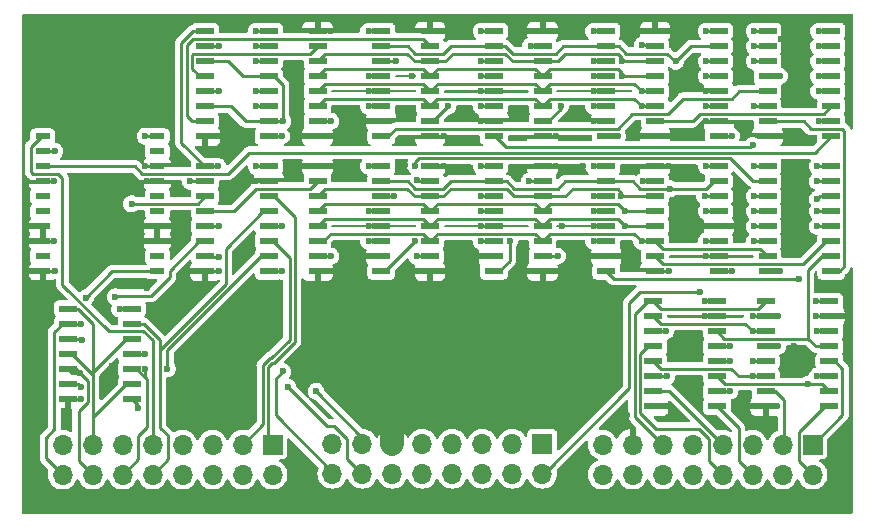
<source format=gbr>
%TF.GenerationSoftware,KiCad,Pcbnew,6.0.6-3a73a75311~116~ubuntu20.04.1*%
%TF.CreationDate,2022-07-29T20:39:58-07:00*%
%TF.ProjectId,ALUMux,414c554d-7578-42e6-9b69-6361645f7063,rev?*%
%TF.SameCoordinates,Original*%
%TF.FileFunction,Copper,L1,Top*%
%TF.FilePolarity,Positive*%
%FSLAX46Y46*%
G04 Gerber Fmt 4.6, Leading zero omitted, Abs format (unit mm)*
G04 Created by KiCad (PCBNEW 6.0.6-3a73a75311~116~ubuntu20.04.1) date 2022-07-29 20:39:58*
%MOMM*%
%LPD*%
G01*
G04 APERTURE LIST*
%TA.AperFunction,SMDPad,CuDef*%
%ADD10R,1.550000X0.600000*%
%TD*%
%TA.AperFunction,ComponentPad*%
%ADD11R,1.700000X1.700000*%
%TD*%
%TA.AperFunction,ComponentPad*%
%ADD12O,1.700000X1.700000*%
%TD*%
%TA.AperFunction,SMDPad,CuDef*%
%ADD13R,1.300000X0.520000*%
%TD*%
%TA.AperFunction,ViaPad*%
%ADD14C,0.600000*%
%TD*%
%TA.AperFunction,Conductor*%
%ADD15C,0.250000*%
%TD*%
%TA.AperFunction,Conductor*%
%ADD16C,2.000000*%
%TD*%
G04 APERTURE END LIST*
D10*
%TO.P,U2MUX1,1,S*%
%TO.N,/OPB_IS_IMM*%
X135255000Y-117475000D03*
%TO.P,U2MUX1,2,I0a*%
%TO.N,/IN_REGDATA0*%
X135255000Y-118745000D03*
%TO.P,U2MUX1,3,I1a*%
%TO.N,/IN_IMMEDIATE0*%
X135255000Y-120015000D03*
%TO.P,U2MUX1,4,Za*%
%TO.N,/OPB0*%
X135255000Y-121285000D03*
%TO.P,U2MUX1,5,I0b*%
%TO.N,/IN_REGDATA1*%
X135255000Y-122555000D03*
%TO.P,U2MUX1,6,I1b*%
%TO.N,/IN_IMMEDIATE1*%
X135255000Y-123825000D03*
%TO.P,U2MUX1,7,Zb*%
%TO.N,/OPB1*%
X135255000Y-125095000D03*
%TO.P,U2MUX1,8,GND*%
%TO.N,0*%
X135255000Y-126365000D03*
%TO.P,U2MUX1,9,Zc*%
%TO.N,/OPB2*%
X140655000Y-126365000D03*
%TO.P,U2MUX1,10,I1c*%
%TO.N,/IN_IMMEDIATE2*%
X140655000Y-125095000D03*
%TO.P,U2MUX1,11,I0c*%
%TO.N,/IN_REGDATA2*%
X140655000Y-123825000D03*
%TO.P,U2MUX1,12,Zd*%
%TO.N,/OPB3*%
X140655000Y-122555000D03*
%TO.P,U2MUX1,13,I1d*%
%TO.N,/IN_IMMEDIATE3*%
X140655000Y-121285000D03*
%TO.P,U2MUX1,14,I0d*%
%TO.N,/IN_REGDATA3*%
X140655000Y-120015000D03*
%TO.P,U2MUX1,15,E*%
%TO.N,0*%
X140655000Y-118745000D03*
%TO.P,U2MUX1,16,VCC*%
%TO.N,1*%
X140655000Y-117475000D03*
%TD*%
%TO.P,U4MUX3,1,Ea*%
%TO.N,0*%
X163830000Y-117475000D03*
%TO.P,U4MUX3,2,S1*%
%TO.N,/OPB2*%
X163830000Y-118745000D03*
%TO.P,U4MUX3,3,I3a*%
%TO.N,/IN_R3*%
X163830000Y-120015000D03*
%TO.P,U4MUX3,4,I2a*%
%TO.N,/IN_R2*%
X163830000Y-121285000D03*
%TO.P,U4MUX3,5,I1a*%
%TO.N,/IN_R1*%
X163830000Y-122555000D03*
%TO.P,U4MUX3,6,I0a*%
%TO.N,/IN_R0*%
X163830000Y-123825000D03*
%TO.P,U4MUX3,7,Za*%
%TO.N,/ADD_RIGHT2*%
X163830000Y-125095000D03*
%TO.P,U4MUX3,8,GND*%
%TO.N,0*%
X163830000Y-126365000D03*
%TO.P,U4MUX3,9,Zb*%
%TO.N,/ADD_LEFT2*%
X169230000Y-126365000D03*
%TO.P,U4MUX3,10,I0b*%
%TO.N,0*%
X169230000Y-125095000D03*
%TO.P,U4MUX3,11,I1b*%
%TO.N,1*%
X169230000Y-123825000D03*
%TO.P,U4MUX3,12,I2b*%
%TO.N,0*%
X169230000Y-122555000D03*
%TO.P,U4MUX3,13,I3b*%
%TO.N,1*%
X169230000Y-121285000D03*
%TO.P,U4MUX3,14,S0*%
%TO.N,/IN_ACC2*%
X169230000Y-120015000D03*
%TO.P,U4MUX3,15,Eb*%
%TO.N,/~{IN_L}*%
X169230000Y-118745000D03*
%TO.P,U4MUX3,16,VCC*%
%TO.N,1*%
X169230000Y-117475000D03*
%TD*%
D11*
%TO.P,J3,1,Pin_1*%
%TO.N,/OUT_RESULT7*%
X186690000Y-141035000D03*
D12*
%TO.P,J3,2,Pin_2*%
%TO.N,/OUT_RESULT6*%
X186690000Y-143575000D03*
%TO.P,J3,3,Pin_3*%
%TO.N,/OUT_RESULT5*%
X184150000Y-141035000D03*
%TO.P,J3,4,Pin_4*%
%TO.N,/OUT_RESULT4*%
X184150000Y-143575000D03*
%TO.P,J3,5,Pin_5*%
%TO.N,/OUT_RESULT3*%
X181610000Y-141035000D03*
%TO.P,J3,6,Pin_6*%
%TO.N,/OUT_RESULT2*%
X181610000Y-143575000D03*
%TO.P,J3,7,Pin_7*%
%TO.N,/OUT_RESULT1*%
X179070000Y-141035000D03*
%TO.P,J3,8,Pin_8*%
%TO.N,/OUT_RESULT0*%
X179070000Y-143575000D03*
%TO.P,J3,9,Pin_9*%
%TO.N,/~{IN_L}*%
X176530000Y-141035000D03*
%TO.P,J3,10,Pin_10*%
%TO.N,/IN_R0*%
X176530000Y-143575000D03*
%TO.P,J3,11,Pin_11*%
%TO.N,/SWAP_NIBBLES*%
X173990000Y-141035000D03*
%TO.P,J3,12,Pin_12*%
%TO.N,/IN_R1*%
X173990000Y-143575000D03*
%TO.P,J3,13,Pin_13*%
%TO.N,0*%
X171450000Y-141035000D03*
%TO.P,J3,14,Pin_14*%
%TO.N,/IN_R2*%
X171450000Y-143575000D03*
%TO.P,J3,15,Pin_15*%
%TO.N,1*%
X168910000Y-141035000D03*
%TO.P,J3,16,Pin_16*%
%TO.N,/IN_R3*%
X168910000Y-143575000D03*
%TD*%
D10*
%TO.P,U2MUX3,1,S*%
%TO.N,/SWAP_NIBBLES*%
X173195000Y-128905000D03*
%TO.P,U2MUX3,2,I0a*%
%TO.N,/ADDOUT0*%
X173195000Y-130175000D03*
%TO.P,U2MUX3,3,I1a*%
%TO.N,/ADDOUT4*%
X173195000Y-131445000D03*
%TO.P,U2MUX3,4,Za*%
%TO.N,/OUT_RESULT0*%
X173195000Y-132715000D03*
%TO.P,U2MUX3,5,I0b*%
%TO.N,/ADDOUT1*%
X173195000Y-133985000D03*
%TO.P,U2MUX3,6,I1b*%
%TO.N,/ADDOUT5*%
X173195000Y-135255000D03*
%TO.P,U2MUX3,7,Zb*%
%TO.N,/OUT_RESULT1*%
X173195000Y-136525000D03*
%TO.P,U2MUX3,8,GND*%
%TO.N,0*%
X173195000Y-137795000D03*
%TO.P,U2MUX3,9,Zc*%
%TO.N,/OUT_RESULT2*%
X178595000Y-137795000D03*
%TO.P,U2MUX3,10,I1c*%
%TO.N,/ADDOUT6*%
X178595000Y-136525000D03*
%TO.P,U2MUX3,11,I0c*%
%TO.N,/ADDOUT2*%
X178595000Y-135255000D03*
%TO.P,U2MUX3,12,Zd*%
%TO.N,/OUT_RESULT3*%
X178595000Y-133985000D03*
%TO.P,U2MUX3,13,I1d*%
%TO.N,/ADDOUT7*%
X178595000Y-132715000D03*
%TO.P,U2MUX3,14,I0d*%
%TO.N,/ADDOUT3*%
X178595000Y-131445000D03*
%TO.P,U2MUX3,15,E*%
%TO.N,0*%
X178595000Y-130175000D03*
%TO.P,U2MUX3,16,VCC*%
%TO.N,1*%
X178595000Y-128905000D03*
%TD*%
%TO.P,UADD2,1,S2*%
%TO.N,/ADDOUT5*%
X182880000Y-106045000D03*
%TO.P,UADD2,2,B2*%
%TO.N,/ADD_RIGHT5*%
X182880000Y-107315000D03*
%TO.P,UADD2,3,A2*%
%TO.N,/ADD_LEFT5*%
X182880000Y-108585000D03*
%TO.P,UADD2,4,S1*%
%TO.N,/ADDOUT4*%
X182880000Y-109855000D03*
%TO.P,UADD2,5,A1*%
%TO.N,/ADD_LEFT4*%
X182880000Y-111125000D03*
%TO.P,UADD2,6,B1*%
%TO.N,/ADD_RIGHT4*%
X182880000Y-112395000D03*
%TO.P,UADD2,7,C0*%
%TO.N,Net-(UADD1-Pad9)*%
X182880000Y-113665000D03*
%TO.P,UADD2,8,GND*%
%TO.N,0*%
X182880000Y-114935000D03*
%TO.P,UADD2,9,C4*%
%TO.N,Net-(UADD2-Pad9)*%
X188280000Y-114935000D03*
%TO.P,UADD2,10,S4*%
%TO.N,/ADDOUT7*%
X188280000Y-113665000D03*
%TO.P,UADD2,11,B4*%
%TO.N,/ADD_RIGHT7*%
X188280000Y-112395000D03*
%TO.P,UADD2,12,A4*%
%TO.N,/ADD_LEFT7*%
X188280000Y-111125000D03*
%TO.P,UADD2,13,S3*%
%TO.N,/ADDOUT6*%
X188280000Y-109855000D03*
%TO.P,UADD2,14,A3*%
%TO.N,/ADD_LEFT6*%
X188280000Y-108585000D03*
%TO.P,UADD2,15,B3*%
%TO.N,/ADD_RIGHT6*%
X188280000Y-107315000D03*
%TO.P,UADD2,16,VCC*%
%TO.N,1*%
X188280000Y-106045000D03*
%TD*%
%TO.P,U2MUX4,1,S*%
%TO.N,/SWAP_NIBBLES*%
X182720000Y-128905000D03*
%TO.P,U2MUX4,2,I0a*%
%TO.N,/ADDOUT4*%
X182720000Y-130175000D03*
%TO.P,U2MUX4,3,I1a*%
%TO.N,/ADDOUT0*%
X182720000Y-131445000D03*
%TO.P,U2MUX4,4,Za*%
%TO.N,/OUT_RESULT4*%
X182720000Y-132715000D03*
%TO.P,U2MUX4,5,I0b*%
%TO.N,/ADDOUT5*%
X182720000Y-133985000D03*
%TO.P,U2MUX4,6,I1b*%
%TO.N,/ADDOUT1*%
X182720000Y-135255000D03*
%TO.P,U2MUX4,7,Zb*%
%TO.N,/OUT_RESULT5*%
X182720000Y-136525000D03*
%TO.P,U2MUX4,8,GND*%
%TO.N,0*%
X182720000Y-137795000D03*
%TO.P,U2MUX4,9,Zc*%
%TO.N,/OUT_RESULT6*%
X188120000Y-137795000D03*
%TO.P,U2MUX4,10,I1c*%
%TO.N,/ADDOUT2*%
X188120000Y-136525000D03*
%TO.P,U2MUX4,11,I0c*%
%TO.N,/ADDOUT6*%
X188120000Y-135255000D03*
%TO.P,U2MUX4,12,Zd*%
%TO.N,/OUT_RESULT7*%
X188120000Y-133985000D03*
%TO.P,U2MUX4,13,I1d*%
%TO.N,/ADDOUT3*%
X188120000Y-132715000D03*
%TO.P,U2MUX4,14,I0d*%
%TO.N,/ADDOUT7*%
X188120000Y-131445000D03*
%TO.P,U2MUX4,15,E*%
%TO.N,0*%
X188120000Y-130175000D03*
%TO.P,U2MUX4,16,VCC*%
%TO.N,1*%
X188120000Y-128905000D03*
%TD*%
%TO.P,U4MUX1,1,Ea*%
%TO.N,0*%
X144780000Y-117475000D03*
%TO.P,U4MUX1,2,S1*%
%TO.N,/OPB0*%
X144780000Y-118745000D03*
%TO.P,U4MUX1,3,I3a*%
%TO.N,/IN_R3*%
X144780000Y-120015000D03*
%TO.P,U4MUX1,4,I2a*%
%TO.N,/IN_R2*%
X144780000Y-121285000D03*
%TO.P,U4MUX1,5,I1a*%
%TO.N,/IN_R1*%
X144780000Y-122555000D03*
%TO.P,U4MUX1,6,I0a*%
%TO.N,/IN_R0*%
X144780000Y-123825000D03*
%TO.P,U4MUX1,7,Za*%
%TO.N,/ADD_RIGHT0*%
X144780000Y-125095000D03*
%TO.P,U4MUX1,8,GND*%
%TO.N,0*%
X144780000Y-126365000D03*
%TO.P,U4MUX1,9,Zb*%
%TO.N,/ADD_LEFT0*%
X150180000Y-126365000D03*
%TO.P,U4MUX1,10,I0b*%
%TO.N,0*%
X150180000Y-125095000D03*
%TO.P,U4MUX1,11,I1b*%
%TO.N,1*%
X150180000Y-123825000D03*
%TO.P,U4MUX1,12,I2b*%
%TO.N,0*%
X150180000Y-122555000D03*
%TO.P,U4MUX1,13,I3b*%
%TO.N,1*%
X150180000Y-121285000D03*
%TO.P,U4MUX1,14,S0*%
%TO.N,/IN_ACC0*%
X150180000Y-120015000D03*
%TO.P,U4MUX1,15,Eb*%
%TO.N,/~{IN_L}*%
X150180000Y-118745000D03*
%TO.P,U4MUX1,16,VCC*%
%TO.N,1*%
X150180000Y-117475000D03*
%TD*%
%TO.P,U4MUX6,1,Ea*%
%TO.N,0*%
X154305000Y-106045000D03*
%TO.P,U4MUX6,2,S1*%
%TO.N,/OPB5*%
X154305000Y-107315000D03*
%TO.P,U4MUX6,3,I3a*%
%TO.N,/IN_R3*%
X154305000Y-108585000D03*
%TO.P,U4MUX6,4,I2a*%
%TO.N,/IN_R2*%
X154305000Y-109855000D03*
%TO.P,U4MUX6,5,I1a*%
%TO.N,/IN_R1*%
X154305000Y-111125000D03*
%TO.P,U4MUX6,6,I0a*%
%TO.N,/IN_R0*%
X154305000Y-112395000D03*
%TO.P,U4MUX6,7,Za*%
%TO.N,/ADD_RIGHT5*%
X154305000Y-113665000D03*
%TO.P,U4MUX6,8,GND*%
%TO.N,0*%
X154305000Y-114935000D03*
%TO.P,U4MUX6,9,Zb*%
%TO.N,/ADD_LEFT5*%
X159705000Y-114935000D03*
%TO.P,U4MUX6,10,I0b*%
%TO.N,0*%
X159705000Y-113665000D03*
%TO.P,U4MUX6,11,I1b*%
%TO.N,1*%
X159705000Y-112395000D03*
%TO.P,U4MUX6,12,I2b*%
%TO.N,0*%
X159705000Y-111125000D03*
%TO.P,U4MUX6,13,I3b*%
%TO.N,1*%
X159705000Y-109855000D03*
%TO.P,U4MUX6,14,S0*%
%TO.N,/IN_ACC5*%
X159705000Y-108585000D03*
%TO.P,U4MUX6,15,Eb*%
%TO.N,/~{IN_L}*%
X159705000Y-107315000D03*
%TO.P,U4MUX6,16,VCC*%
%TO.N,1*%
X159705000Y-106045000D03*
%TD*%
D11*
%TO.P,J2,1,Pin_1*%
%TO.N,/IN_ACC7*%
X163815000Y-140970000D03*
D12*
%TO.P,J2,2,Pin_2*%
%TO.N,/IN_ACC3*%
X163815000Y-143510000D03*
%TO.P,J2,3,Pin_3*%
%TO.N,/IN_ACC6*%
X161275000Y-140970000D03*
%TO.P,J2,4,Pin_4*%
%TO.N,/IN_ACC2*%
X161275000Y-143510000D03*
%TO.P,J2,5,Pin_5*%
%TO.N,/IN_ACC5*%
X158735000Y-140970000D03*
%TO.P,J2,6,Pin_6*%
%TO.N,/IN_ACC1*%
X158735000Y-143510000D03*
%TO.P,J2,7,Pin_7*%
%TO.N,/IN_ACC4*%
X156195000Y-140970000D03*
%TO.P,J2,8,Pin_8*%
%TO.N,/IN_ACC0*%
X156195000Y-143510000D03*
%TO.P,J2,9,Pin_9*%
%TO.N,1*%
X153655000Y-140970000D03*
%TO.P,J2,10,Pin_10*%
%TO.N,/OUT_RX_ID3*%
X153655000Y-143510000D03*
%TO.P,J2,11,Pin_11*%
%TO.N,0*%
X151115000Y-140970000D03*
%TO.P,J2,12,Pin_12*%
%TO.N,/OUT_RX_ID2*%
X151115000Y-143510000D03*
%TO.P,J2,13,Pin_13*%
%TO.N,/OPB_IS_IMM*%
X148575000Y-140970000D03*
%TO.P,J2,14,Pin_14*%
%TO.N,/OUT_RX_ID1*%
X148575000Y-143510000D03*
%TO.P,J2,15,Pin_15*%
%TO.N,/IMM_HIGH*%
X146035000Y-140970000D03*
%TO.P,J2,16,Pin_16*%
%TO.N,/OUT_RX_ID0*%
X146035000Y-143510000D03*
%TD*%
D10*
%TO.P,U4MUX5,1,Ea*%
%TO.N,0*%
X144780000Y-106045000D03*
%TO.P,U4MUX5,2,S1*%
%TO.N,/OPB4*%
X144780000Y-107315000D03*
%TO.P,U4MUX5,3,I3a*%
%TO.N,/IN_R3*%
X144780000Y-108585000D03*
%TO.P,U4MUX5,4,I2a*%
%TO.N,/IN_R2*%
X144780000Y-109855000D03*
%TO.P,U4MUX5,5,I1a*%
%TO.N,/IN_R1*%
X144780000Y-111125000D03*
%TO.P,U4MUX5,6,I0a*%
%TO.N,/IN_R0*%
X144780000Y-112395000D03*
%TO.P,U4MUX5,7,Za*%
%TO.N,/ADD_RIGHT4*%
X144780000Y-113665000D03*
%TO.P,U4MUX5,8,GND*%
%TO.N,0*%
X144780000Y-114935000D03*
%TO.P,U4MUX5,9,Zb*%
%TO.N,/ADD_LEFT4*%
X150180000Y-114935000D03*
%TO.P,U4MUX5,10,I0b*%
%TO.N,0*%
X150180000Y-113665000D03*
%TO.P,U4MUX5,11,I1b*%
%TO.N,1*%
X150180000Y-112395000D03*
%TO.P,U4MUX5,12,I2b*%
%TO.N,0*%
X150180000Y-111125000D03*
%TO.P,U4MUX5,13,I3b*%
%TO.N,1*%
X150180000Y-109855000D03*
%TO.P,U4MUX5,14,S0*%
%TO.N,/IN_ACC4*%
X150180000Y-108585000D03*
%TO.P,U4MUX5,15,Eb*%
%TO.N,/~{IN_L}*%
X150180000Y-107315000D03*
%TO.P,U4MUX5,16,VCC*%
%TO.N,1*%
X150180000Y-106045000D03*
%TD*%
D13*
%TO.P,UREG1,1,~{E}*%
%TO.N,/~{CARRY_WE}*%
X121515000Y-114935000D03*
%TO.P,UREG1,2,Q0*%
%TO.N,/OUT_CARRY*%
X121515000Y-116205000D03*
%TO.P,UREG1,3,D0*%
%TO.N,Net-(UADD2-Pad9)*%
X121515000Y-117475000D03*
%TO.P,UREG1,4,D1*%
%TO.N,0*%
X121515000Y-118745000D03*
%TO.P,UREG1,5,Q1*%
%TO.N,unconnected-(UREG1-Pad5)*%
X121515000Y-120015000D03*
%TO.P,UREG1,6,Q2*%
%TO.N,unconnected-(UREG1-Pad6)*%
X121515000Y-121285000D03*
%TO.P,UREG1,7,D2*%
%TO.N,0*%
X121515000Y-122555000D03*
%TO.P,UREG1,8,D3*%
X121515000Y-123825000D03*
%TO.P,UREG1,9,Q3*%
%TO.N,unconnected-(UREG1-Pad9)*%
X121515000Y-125095000D03*
%TO.P,UREG1,10,GND*%
%TO.N,0*%
X121515000Y-126365000D03*
%TO.P,UREG1,11,CP*%
%TO.N,/CLK*%
X131215000Y-126365000D03*
%TO.P,UREG1,12,Q4*%
%TO.N,unconnected-(UREG1-Pad12)*%
X131215000Y-125095000D03*
%TO.P,UREG1,13,D4*%
%TO.N,0*%
X131215000Y-123825000D03*
%TO.P,UREG1,14,D5*%
X131215000Y-122555000D03*
%TO.P,UREG1,15,Q5*%
%TO.N,unconnected-(UREG1-Pad15)*%
X131215000Y-121285000D03*
%TO.P,UREG1,16,Q6*%
%TO.N,unconnected-(UREG1-Pad16)*%
X131215000Y-120015000D03*
%TO.P,UREG1,17,D6*%
%TO.N,0*%
X131215000Y-118745000D03*
%TO.P,UREG1,18,D7*%
X131215000Y-117475000D03*
%TO.P,UREG1,19,Q7*%
%TO.N,unconnected-(UREG1-Pad19)*%
X131215000Y-116205000D03*
%TO.P,UREG1,20,VCC*%
%TO.N,1*%
X131215000Y-114935000D03*
%TD*%
D10*
%TO.P,U4MUX4,1,Ea*%
%TO.N,0*%
X173355000Y-117475000D03*
%TO.P,U4MUX4,2,S1*%
%TO.N,/OPB3*%
X173355000Y-118745000D03*
%TO.P,U4MUX4,3,I3a*%
%TO.N,/IN_R3*%
X173355000Y-120015000D03*
%TO.P,U4MUX4,4,I2a*%
%TO.N,/IN_R2*%
X173355000Y-121285000D03*
%TO.P,U4MUX4,5,I1a*%
%TO.N,/IN_R1*%
X173355000Y-122555000D03*
%TO.P,U4MUX4,6,I0a*%
%TO.N,/IN_R0*%
X173355000Y-123825000D03*
%TO.P,U4MUX4,7,Za*%
%TO.N,/ADD_RIGHT3*%
X173355000Y-125095000D03*
%TO.P,U4MUX4,8,GND*%
%TO.N,0*%
X173355000Y-126365000D03*
%TO.P,U4MUX4,9,Zb*%
%TO.N,/ADD_LEFT3*%
X178755000Y-126365000D03*
%TO.P,U4MUX4,10,I0b*%
%TO.N,0*%
X178755000Y-125095000D03*
%TO.P,U4MUX4,11,I1b*%
%TO.N,1*%
X178755000Y-123825000D03*
%TO.P,U4MUX4,12,I2b*%
%TO.N,0*%
X178755000Y-122555000D03*
%TO.P,U4MUX4,13,I3b*%
%TO.N,1*%
X178755000Y-121285000D03*
%TO.P,U4MUX4,14,S0*%
%TO.N,/IN_ACC3*%
X178755000Y-120015000D03*
%TO.P,U4MUX4,15,Eb*%
%TO.N,/~{IN_L}*%
X178755000Y-118745000D03*
%TO.P,U4MUX4,16,VCC*%
%TO.N,1*%
X178755000Y-117475000D03*
%TD*%
%TO.P,U2MUX2,1,S*%
%TO.N,/OPB_IS_IMM*%
X135255000Y-106045000D03*
%TO.P,U2MUX2,2,I0a*%
%TO.N,/IN_REGDATA4*%
X135255000Y-107315000D03*
%TO.P,U2MUX2,3,I1a*%
%TO.N,/IMM_HIGH*%
X135255000Y-108585000D03*
%TO.P,U2MUX2,4,Za*%
%TO.N,/OPB4*%
X135255000Y-109855000D03*
%TO.P,U2MUX2,5,I0b*%
%TO.N,/IN_REGDATA5*%
X135255000Y-111125000D03*
%TO.P,U2MUX2,6,I1b*%
%TO.N,/IMM_HIGH*%
X135255000Y-112395000D03*
%TO.P,U2MUX2,7,Zb*%
%TO.N,/OPB5*%
X135255000Y-113665000D03*
%TO.P,U2MUX2,8,GND*%
%TO.N,0*%
X135255000Y-114935000D03*
%TO.P,U2MUX2,9,Zc*%
%TO.N,/OPB6*%
X140655000Y-114935000D03*
%TO.P,U2MUX2,10,I1c*%
%TO.N,/IMM_HIGH*%
X140655000Y-113665000D03*
%TO.P,U2MUX2,11,I0c*%
%TO.N,/IN_REGDATA6*%
X140655000Y-112395000D03*
%TO.P,U2MUX2,12,Zd*%
%TO.N,/OPB7*%
X140655000Y-111125000D03*
%TO.P,U2MUX2,13,I1d*%
%TO.N,/IMM_HIGH*%
X140655000Y-109855000D03*
%TO.P,U2MUX2,14,I0d*%
%TO.N,/IN_REGDATA7*%
X140655000Y-108585000D03*
%TO.P,U2MUX2,15,E*%
%TO.N,0*%
X140655000Y-107315000D03*
%TO.P,U2MUX2,16,VCC*%
%TO.N,1*%
X140655000Y-106045000D03*
%TD*%
%TO.P,U4MUX7,1,Ea*%
%TO.N,0*%
X163830000Y-106045000D03*
%TO.P,U4MUX7,2,S1*%
%TO.N,/OPB6*%
X163830000Y-107315000D03*
%TO.P,U4MUX7,3,I3a*%
%TO.N,/IN_R3*%
X163830000Y-108585000D03*
%TO.P,U4MUX7,4,I2a*%
%TO.N,/IN_R2*%
X163830000Y-109855000D03*
%TO.P,U4MUX7,5,I1a*%
%TO.N,/IN_R1*%
X163830000Y-111125000D03*
%TO.P,U4MUX7,6,I0a*%
%TO.N,/IN_R0*%
X163830000Y-112395000D03*
%TO.P,U4MUX7,7,Za*%
%TO.N,/ADD_RIGHT6*%
X163830000Y-113665000D03*
%TO.P,U4MUX7,8,GND*%
%TO.N,0*%
X163830000Y-114935000D03*
%TO.P,U4MUX7,9,Zb*%
%TO.N,/ADD_LEFT6*%
X169230000Y-114935000D03*
%TO.P,U4MUX7,10,I0b*%
%TO.N,0*%
X169230000Y-113665000D03*
%TO.P,U4MUX7,11,I1b*%
%TO.N,1*%
X169230000Y-112395000D03*
%TO.P,U4MUX7,12,I2b*%
%TO.N,0*%
X169230000Y-111125000D03*
%TO.P,U4MUX7,13,I3b*%
%TO.N,1*%
X169230000Y-109855000D03*
%TO.P,U4MUX7,14,S0*%
%TO.N,/IN_ACC6*%
X169230000Y-108585000D03*
%TO.P,U4MUX7,15,Eb*%
%TO.N,/~{IN_L}*%
X169230000Y-107315000D03*
%TO.P,U4MUX7,16,VCC*%
%TO.N,1*%
X169230000Y-106045000D03*
%TD*%
%TO.P,U4MUX8,1,Ea*%
%TO.N,0*%
X173355000Y-106045000D03*
%TO.P,U4MUX8,2,S1*%
%TO.N,/OPB7*%
X173355000Y-107315000D03*
%TO.P,U4MUX8,3,I3a*%
%TO.N,/IN_R3*%
X173355000Y-108585000D03*
%TO.P,U4MUX8,4,I2a*%
%TO.N,/IN_R2*%
X173355000Y-109855000D03*
%TO.P,U4MUX8,5,I1a*%
%TO.N,/IN_R1*%
X173355000Y-111125000D03*
%TO.P,U4MUX8,6,I0a*%
%TO.N,/IN_R0*%
X173355000Y-112395000D03*
%TO.P,U4MUX8,7,Za*%
%TO.N,/ADD_RIGHT7*%
X173355000Y-113665000D03*
%TO.P,U4MUX8,8,GND*%
%TO.N,0*%
X173355000Y-114935000D03*
%TO.P,U4MUX8,9,Zb*%
%TO.N,/ADD_LEFT7*%
X178755000Y-114935000D03*
%TO.P,U4MUX8,10,I0b*%
%TO.N,0*%
X178755000Y-113665000D03*
%TO.P,U4MUX8,11,I1b*%
%TO.N,1*%
X178755000Y-112395000D03*
%TO.P,U4MUX8,12,I2b*%
%TO.N,0*%
X178755000Y-111125000D03*
%TO.P,U4MUX8,13,I3b*%
%TO.N,1*%
X178755000Y-109855000D03*
%TO.P,U4MUX8,14,S0*%
%TO.N,/IN_ACC7*%
X178755000Y-108585000D03*
%TO.P,U4MUX8,15,Eb*%
%TO.N,/~{IN_L}*%
X178755000Y-107315000D03*
%TO.P,U4MUX8,16,VCC*%
%TO.N,1*%
X178755000Y-106045000D03*
%TD*%
%TO.P,UAND1,1*%
%TO.N,/CHANGEOUT*%
X123665000Y-129540000D03*
%TO.P,UAND1,2*%
%TO.N,/IN_IMMEDIATE0*%
X123665000Y-130810000D03*
%TO.P,UAND1,3*%
%TO.N,/OUT_RX_ID0*%
X123665000Y-132080000D03*
%TO.P,UAND1,4*%
%TO.N,/CHANGEOUT*%
X123665000Y-133350000D03*
%TO.P,UAND1,5*%
%TO.N,/IN_IMMEDIATE1*%
X123665000Y-134620000D03*
%TO.P,UAND1,6*%
%TO.N,/OUT_RX_ID1*%
X123665000Y-135890000D03*
%TO.P,UAND1,7,GND*%
%TO.N,0*%
X123665000Y-137160000D03*
%TO.P,UAND1,8*%
%TO.N,/OUT_RX_ID2*%
X129065000Y-137160000D03*
%TO.P,UAND1,9*%
%TO.N,/CHANGEOUT*%
X129065000Y-135890000D03*
%TO.P,UAND1,10*%
%TO.N,/IN_IMMEDIATE2*%
X129065000Y-134620000D03*
%TO.P,UAND1,11*%
%TO.N,/OUT_RX_ID3*%
X129065000Y-133350000D03*
%TO.P,UAND1,12*%
%TO.N,/CHANGEOUT*%
X129065000Y-132080000D03*
%TO.P,UAND1,13*%
%TO.N,/IN_IMMEDIATE3*%
X129065000Y-130810000D03*
%TO.P,UAND1,14,VCC*%
%TO.N,1*%
X129065000Y-129540000D03*
%TD*%
D11*
%TO.P,J1,1,Pin_1*%
%TO.N,/IN_REGDATA3*%
X140970000Y-141035000D03*
D12*
%TO.P,J1,2,Pin_2*%
%TO.N,/IN_REGDATA7*%
X140970000Y-143575000D03*
%TO.P,J1,3,Pin_3*%
%TO.N,/IN_REGDATA2*%
X138430000Y-141035000D03*
%TO.P,J1,4,Pin_4*%
%TO.N,/IN_REGDATA6*%
X138430000Y-143575000D03*
%TO.P,J1,5,Pin_5*%
%TO.N,/IN_REGDATA1*%
X135890000Y-141035000D03*
%TO.P,J1,6,Pin_6*%
%TO.N,/IN_REGDATA5*%
X135890000Y-143575000D03*
%TO.P,J1,7,Pin_7*%
%TO.N,/IN_REGDATA0*%
X133350000Y-141035000D03*
%TO.P,J1,8,Pin_8*%
%TO.N,/IN_REGDATA4*%
X133350000Y-143575000D03*
%TO.P,J1,9,Pin_9*%
%TO.N,/~{CARRY_WE}*%
X130810000Y-141035000D03*
%TO.P,J1,10,Pin_10*%
%TO.N,/IN_IMMEDIATE3*%
X130810000Y-143575000D03*
%TO.P,J1,11,Pin_11*%
%TO.N,/OUT_CARRY*%
X128270000Y-141035000D03*
%TO.P,J1,12,Pin_12*%
%TO.N,/IN_IMMEDIATE2*%
X128270000Y-143575000D03*
%TO.P,J1,13,Pin_13*%
%TO.N,/CHANGEOUT*%
X125730000Y-141035000D03*
%TO.P,J1,14,Pin_14*%
%TO.N,/IN_IMMEDIATE1*%
X125730000Y-143575000D03*
%TO.P,J1,15,Pin_15*%
%TO.N,/CLK*%
X123190000Y-141035000D03*
%TO.P,J1,16,Pin_16*%
%TO.N,/IN_IMMEDIATE0*%
X123190000Y-143575000D03*
%TD*%
D10*
%TO.P,UADD1,1,S2*%
%TO.N,/ADDOUT1*%
X182880000Y-117475000D03*
%TO.P,UADD1,2,B2*%
%TO.N,/ADD_RIGHT1*%
X182880000Y-118745000D03*
%TO.P,UADD1,3,A2*%
%TO.N,/ADD_LEFT1*%
X182880000Y-120015000D03*
%TO.P,UADD1,4,S1*%
%TO.N,/ADDOUT0*%
X182880000Y-121285000D03*
%TO.P,UADD1,5,A1*%
%TO.N,/ADD_LEFT0*%
X182880000Y-122555000D03*
%TO.P,UADD1,6,B1*%
%TO.N,/ADD_RIGHT0*%
X182880000Y-123825000D03*
%TO.P,UADD1,7,C0*%
%TO.N,/IN_R0*%
X182880000Y-125095000D03*
%TO.P,UADD1,8,GND*%
%TO.N,0*%
X182880000Y-126365000D03*
%TO.P,UADD1,9,C4*%
%TO.N,Net-(UADD1-Pad9)*%
X188280000Y-126365000D03*
%TO.P,UADD1,10,S4*%
%TO.N,/ADDOUT3*%
X188280000Y-125095000D03*
%TO.P,UADD1,11,B4*%
%TO.N,/ADD_RIGHT3*%
X188280000Y-123825000D03*
%TO.P,UADD1,12,A4*%
%TO.N,/ADD_LEFT3*%
X188280000Y-122555000D03*
%TO.P,UADD1,13,S3*%
%TO.N,/ADDOUT2*%
X188280000Y-121285000D03*
%TO.P,UADD1,14,A3*%
%TO.N,/ADD_LEFT2*%
X188280000Y-120015000D03*
%TO.P,UADD1,15,B3*%
%TO.N,/ADD_RIGHT2*%
X188280000Y-118745000D03*
%TO.P,UADD1,16,VCC*%
%TO.N,1*%
X188280000Y-117475000D03*
%TD*%
%TO.P,U4MUX2,1,Ea*%
%TO.N,0*%
X154305000Y-117475000D03*
%TO.P,U4MUX2,2,S1*%
%TO.N,/OPB1*%
X154305000Y-118745000D03*
%TO.P,U4MUX2,3,I3a*%
%TO.N,/IN_R3*%
X154305000Y-120015000D03*
%TO.P,U4MUX2,4,I2a*%
%TO.N,/IN_R2*%
X154305000Y-121285000D03*
%TO.P,U4MUX2,5,I1a*%
%TO.N,/IN_R1*%
X154305000Y-122555000D03*
%TO.P,U4MUX2,6,I0a*%
%TO.N,/IN_R0*%
X154305000Y-123825000D03*
%TO.P,U4MUX2,7,Za*%
%TO.N,/ADD_RIGHT1*%
X154305000Y-125095000D03*
%TO.P,U4MUX2,8,GND*%
%TO.N,0*%
X154305000Y-126365000D03*
%TO.P,U4MUX2,9,Zb*%
%TO.N,/ADD_LEFT1*%
X159705000Y-126365000D03*
%TO.P,U4MUX2,10,I0b*%
%TO.N,0*%
X159705000Y-125095000D03*
%TO.P,U4MUX2,11,I1b*%
%TO.N,1*%
X159705000Y-123825000D03*
%TO.P,U4MUX2,12,I2b*%
%TO.N,0*%
X159705000Y-122555000D03*
%TO.P,U4MUX2,13,I3b*%
%TO.N,1*%
X159705000Y-121285000D03*
%TO.P,U4MUX2,14,S0*%
%TO.N,/IN_ACC1*%
X159705000Y-120015000D03*
%TO.P,U4MUX2,15,Eb*%
%TO.N,/~{IN_L}*%
X159705000Y-118745000D03*
%TO.P,U4MUX2,16,VCC*%
%TO.N,1*%
X159705000Y-117475000D03*
%TD*%
D14*
%TO.N,0*%
X185127500Y-132704500D03*
X175641000Y-133223000D03*
X178308000Y-138938000D03*
X152781000Y-109855000D03*
X127381000Y-134366000D03*
X133985000Y-135255000D03*
X165481000Y-122555000D03*
X168148000Y-122555000D03*
X170942000Y-138557000D03*
X158369000Y-133223000D03*
X156718000Y-130937000D03*
X184025621Y-106679876D03*
X167248500Y-117475000D03*
X184912000Y-119634000D03*
%TO.N,/ADDOUT7*%
X187198000Y-113665000D03*
%TO.N,/ADDOUT0*%
X181610000Y-131445000D03*
X181737000Y-121285000D03*
%TO.N,/ADD_LEFT2*%
X187071000Y-120269000D03*
X185547000Y-127000000D03*
%TO.N,/IN_ACC3*%
X177154500Y-128143000D03*
X177546000Y-120015000D03*
%TO.N,/ADD_RIGHT2*%
X187071500Y-118745000D03*
X165100000Y-125095000D03*
%TO.N,0*%
X166370000Y-142240000D03*
X143510000Y-142367000D03*
%TO.N,/ADD_RIGHT1*%
X153162000Y-125095000D03*
X153030498Y-117415110D03*
%TO.N,1*%
X168148000Y-121285000D03*
X177673000Y-112395000D03*
X139573000Y-117475000D03*
X177673000Y-109855000D03*
X187198000Y-106045000D03*
X177673000Y-121285000D03*
X168148000Y-117475000D03*
X186944000Y-128905000D03*
X158623000Y-121285000D03*
X177673000Y-123825000D03*
X158623000Y-117475000D03*
X168148000Y-106045000D03*
X168148000Y-123825000D03*
X168148000Y-109855000D03*
X158623000Y-123825000D03*
X130175000Y-114935000D03*
X149098000Y-112384500D03*
X139573000Y-106045000D03*
X158623000Y-112394500D03*
X168148000Y-112395000D03*
X149098000Y-121274500D03*
X177673000Y-106045000D03*
X187071000Y-117475000D03*
X177673000Y-117475000D03*
X128016000Y-129540000D03*
X149098000Y-106045000D03*
X177546000Y-128905000D03*
X158623000Y-106045000D03*
X158623000Y-109855000D03*
X149098000Y-123825000D03*
X149098000Y-109855000D03*
X149098000Y-117475000D03*
%TO.N,0*%
X186944000Y-130175000D03*
X168148000Y-113665000D03*
X145923000Y-117475000D03*
X130302000Y-127762000D03*
X138557000Y-114808000D03*
X174498000Y-117475000D03*
X150241000Y-139192000D03*
X149860000Y-129413000D03*
X130302000Y-123825000D03*
X149098000Y-113665000D03*
X174371000Y-106045000D03*
X145923000Y-114935000D03*
X164973000Y-106045000D03*
X152146000Y-117348000D03*
X136398000Y-137033000D03*
X181483000Y-137795000D03*
X183896000Y-126365000D03*
X122428000Y-118745000D03*
X183896000Y-114935000D03*
X174498000Y-126365000D03*
X126111000Y-120396000D03*
X124714000Y-137160000D03*
X152781000Y-130302000D03*
X183652500Y-137795000D03*
X139573000Y-118745000D03*
X177673000Y-122555000D03*
X136398000Y-114935000D03*
X139065000Y-123698000D03*
X174371000Y-137795000D03*
X174371000Y-114935000D03*
X122428000Y-123825000D03*
X155448000Y-114935000D03*
X158623000Y-113665000D03*
X177673000Y-113665000D03*
X146050000Y-130683000D03*
X145923000Y-126365000D03*
X155448000Y-117475000D03*
X155448000Y-126365000D03*
X136398000Y-126365000D03*
X158623000Y-125095000D03*
X149098000Y-111125000D03*
X164973000Y-126365000D03*
X162433000Y-129540000D03*
X145923000Y-106045000D03*
X122555000Y-126365000D03*
X177673000Y-125095000D03*
X164973000Y-117475000D03*
X177546000Y-130175000D03*
X177673000Y-111125000D03*
X155448000Y-106045000D03*
X130302000Y-118745000D03*
X158623000Y-111114500D03*
X149098000Y-125095000D03*
X164973000Y-114935000D03*
X149098000Y-122555000D03*
X130175000Y-117475000D03*
X162306000Y-132588000D03*
X132842000Y-118872000D03*
X168148000Y-111125000D03*
X139573000Y-107315000D03*
X158623000Y-122544500D03*
%TO.N,/IN_ACC0*%
X151257000Y-120025500D03*
%TO.N,/IN_REGDATA0*%
X133999778Y-118745000D03*
%TO.N,/IN_ACC1*%
X158623500Y-120025500D03*
%TO.N,/IN_REGDATA1*%
X136397500Y-122555000D03*
%TO.N,/IN_ACC2*%
X168148000Y-120015000D03*
%TO.N,/IN_ACC4*%
X151434800Y-108595500D03*
%TO.N,/IN_REGDATA4*%
X136398000Y-107315000D03*
%TO.N,/IN_ACC5*%
X158623000Y-108585000D03*
%TO.N,/IN_REGDATA5*%
X136398000Y-111125000D03*
%TO.N,/IN_ACC6*%
X168148000Y-108585000D03*
%TO.N,/IN_REGDATA6*%
X139573000Y-112395000D03*
%TO.N,/IN_ACC7*%
X177673000Y-108584500D03*
%TO.N,/IN_REGDATA7*%
X139573000Y-108585000D03*
%TO.N,/IN_R3*%
X170504502Y-120015000D03*
X170561000Y-108585000D03*
%TO.N,/IN_R2*%
X170561000Y-109855000D03*
X170815000Y-121285000D03*
%TO.N,/IN_R1*%
X172212000Y-111125000D03*
X170815000Y-122555000D03*
%TO.N,/IN_R0*%
X172212000Y-112395000D03*
X172212000Y-123825000D03*
%TO.N,/OUT_RESULT4*%
X183769000Y-132715000D03*
%TO.N,/OPB_IS_IMM*%
X136347200Y-117485500D03*
X144653000Y-136525000D03*
%TO.N,/OUT_RESULT3*%
X179705000Y-133985000D03*
%TO.N,/IN_IMMEDIATE0*%
X124714000Y-130810000D03*
X129032000Y-120650000D03*
%TO.N,/IN_IMMEDIATE1*%
X127635000Y-128524000D03*
X124704211Y-134985389D03*
%TO.N,/IN_IMMEDIATE2*%
X130185500Y-134620000D03*
X132069500Y-134620000D03*
%TO.N,/~{IN_L}*%
X174625000Y-119380124D03*
X175105000Y-108584500D03*
%TO.N,/OUT_RX_ID0*%
X141849000Y-134846400D03*
X124841000Y-132207000D03*
%TO.N,/OUT_CARRY*%
X122555000Y-116205000D03*
%TO.N,/OUT_RX_ID1*%
X124714500Y-136144698D03*
X142240000Y-136144000D03*
%TO.N,/IMM_HIGH*%
X141859000Y-113665000D03*
%TO.N,/OUT_RX_ID2*%
X129590800Y-137922000D03*
%TO.N,/CLK*%
X125155589Y-128590411D03*
%TO.N,/OUT_RX_ID3*%
X130185500Y-133350000D03*
%TO.N,/ADDOUT1*%
X181610000Y-135255000D03*
X181737000Y-117475000D03*
%TO.N,/ADD_LEFT1*%
X181737000Y-120015000D03*
X161036000Y-123825500D03*
%TO.N,/ADD_LEFT0*%
X153030498Y-123825000D03*
X181737000Y-122555000D03*
%TO.N,/ADD_RIGHT0*%
X145923000Y-125095000D03*
X181737000Y-123825000D03*
%TO.N,/ADD_LEFT3*%
X187071500Y-122555000D03*
X179832000Y-126365000D03*
%TO.N,/ADDOUT2*%
X187071500Y-121285000D03*
X186319000Y-135900000D03*
%TO.N,/ADDOUT5*%
X174371000Y-135255000D03*
X181737000Y-106045000D03*
X181610000Y-133985000D03*
%TO.N,/ADD_RIGHT5*%
X155829000Y-112405500D03*
X181737000Y-107315000D03*
%TO.N,/ADD_LEFT5*%
X181610000Y-115707500D03*
X181737000Y-108585000D03*
%TO.N,/ADDOUT4*%
X183769000Y-130175000D03*
X181610000Y-130175000D03*
X174244000Y-131445000D03*
X183896000Y-109857911D03*
%TO.N,/ADD_RIGHT4*%
X181737000Y-112415500D03*
X145923000Y-113665000D03*
%TO.N,/ADDOUT7*%
X179705000Y-132715000D03*
X187071000Y-131445000D03*
%TO.N,/ADD_LEFT7*%
X179832000Y-114935000D03*
X187198000Y-111125000D03*
%TO.N,/ADDOUT6*%
X187198000Y-109855000D03*
X187071000Y-135255000D03*
X179705000Y-136525000D03*
%TO.N,/ADD_LEFT6*%
X170190500Y-114935000D03*
X187198000Y-108585000D03*
%TO.N,/ADD_RIGHT6*%
X187198000Y-107315000D03*
X165354000Y-112395000D03*
%TO.N,/OPB1*%
X153202788Y-118664610D03*
X136398500Y-125171200D03*
%TO.N,/OPB2*%
X141732000Y-126365000D03*
X162687000Y-118745000D03*
%TO.N,/OPB3*%
X141732000Y-122555000D03*
X172339500Y-118745500D03*
%TO.N,/OPB6*%
X162814000Y-107315000D03*
X141732000Y-114935000D03*
%TO.N,/OPB7*%
X172252439Y-107234261D03*
X139547600Y-111099600D03*
%TD*%
D15*
%TO.N,/IN_IMMEDIATE1*%
X127635000Y-128524000D02*
X127736600Y-128422400D01*
X127736600Y-128422400D02*
X130717600Y-128422400D01*
X130717600Y-128422400D02*
X132283200Y-126856800D01*
X132283200Y-126856800D02*
X132283200Y-126321800D01*
X132283200Y-126321800D02*
X134780000Y-123825000D01*
%TO.N,/CLK*%
X125155589Y-128590411D02*
X127381000Y-126365000D01*
X127381000Y-126365000D02*
X131215000Y-126365000D01*
%TO.N,/~{CARRY_WE}*%
X121412000Y-114935000D02*
X120540000Y-115807000D01*
X120540000Y-117966500D02*
X120693500Y-118120000D01*
X120540000Y-115807000D02*
X120540000Y-117966500D01*
X120693500Y-118120000D02*
X122799000Y-118120000D01*
X122799000Y-118120000D02*
X123180000Y-118501000D01*
X123180000Y-118501000D02*
X123180000Y-127498000D01*
X123180000Y-127498000D02*
X127117000Y-131435000D01*
X127117000Y-131435000D02*
X130036604Y-131435000D01*
X130036604Y-131435000D02*
X130810000Y-132208396D01*
X130810000Y-132208396D02*
X130810000Y-141035000D01*
D16*
%TO.N,0*%
X151115000Y-140970000D02*
X151115000Y-138445000D01*
D15*
%TO.N,/IN_ACC3*%
X171185000Y-136282000D02*
X163957000Y-143510000D01*
X171185000Y-129043000D02*
X171185000Y-136282000D01*
X177154500Y-128143000D02*
X172085000Y-128143000D01*
X172085000Y-128143000D02*
X171185000Y-129043000D01*
%TO.N,0*%
X169230000Y-122555000D02*
X168148000Y-122555000D01*
%TO.N,/OPB_IS_IMM*%
X144653000Y-136525000D02*
X148575000Y-140447000D01*
%TO.N,1*%
X188280000Y-117475000D02*
X187071000Y-117475000D01*
%TO.N,/ADDOUT7*%
X188280000Y-113665000D02*
X187198000Y-113665000D01*
%TO.N,Net-(UADD1-Pad9)*%
X182880000Y-113665000D02*
X185928000Y-113665000D01*
X185928000Y-113665000D02*
X186553000Y-114290000D01*
X186553000Y-114290000D02*
X189220000Y-114290000D01*
X189220000Y-114290000D02*
X189380000Y-114450000D01*
X189380000Y-114450000D02*
X189380000Y-125961000D01*
X189380000Y-125961000D02*
X188976000Y-126365000D01*
X188976000Y-126365000D02*
X188280000Y-126365000D01*
%TO.N,/ADDOUT0*%
X173840000Y-130820000D02*
X180985000Y-130820000D01*
X181610000Y-131445000D02*
X180985000Y-130820000D01*
X181610000Y-131445000D02*
X182720000Y-131445000D01*
X182880000Y-121285000D02*
X181737000Y-121285000D01*
%TO.N,/ADD_LEFT2*%
X187071000Y-120269000D02*
X187325000Y-120015000D01*
X187325000Y-120015000D02*
X188280000Y-120015000D01*
X169230000Y-126365000D02*
X169855000Y-126990000D01*
X169855000Y-126990000D02*
X177175000Y-126990000D01*
X177175000Y-126990000D02*
X177185000Y-127000000D01*
X177185000Y-127000000D02*
X185547000Y-127000000D01*
%TO.N,/IN_ACC3*%
X178755000Y-120015000D02*
X177546000Y-120015000D01*
%TO.N,/ADD_RIGHT2*%
X187071500Y-118745000D02*
X188280000Y-118745000D01*
X163830000Y-125095000D02*
X165100000Y-125095000D01*
%TO.N,/ADD_RIGHT1*%
X153030498Y-117415110D02*
X153030498Y-117098502D01*
X153030498Y-117098502D02*
X153347000Y-116782000D01*
X153347000Y-116782000D02*
X179705000Y-116782000D01*
X179705000Y-116782000D02*
X181668000Y-118745000D01*
X181668000Y-118745000D02*
X182880000Y-118745000D01*
X153162000Y-125095000D02*
X154305000Y-125095000D01*
%TO.N,1*%
X178755000Y-121285000D02*
X177673000Y-121285000D01*
X150180000Y-123825000D02*
X149098000Y-123825000D01*
X150180000Y-121285000D02*
X149108500Y-121285000D01*
X149108500Y-112395000D02*
X150180000Y-112395000D01*
X158623500Y-112395000D02*
X158623000Y-112394500D01*
X150180000Y-117475000D02*
X149098000Y-117475000D01*
X178595000Y-128905000D02*
X177546000Y-128905000D01*
X178755000Y-117475000D02*
X177673000Y-117475000D01*
X149108500Y-121285000D02*
X149098000Y-121274500D01*
X150180000Y-106045000D02*
X149098000Y-106045000D01*
X131215000Y-114935000D02*
X130175000Y-114935000D01*
X188280000Y-106045000D02*
X187198000Y-106045000D01*
X169230000Y-106045000D02*
X168148000Y-106045000D01*
X149098000Y-112384500D02*
X149108500Y-112395000D01*
X140655000Y-117475000D02*
X139573000Y-117475000D01*
X169230000Y-109855000D02*
X168148000Y-109855000D01*
X169230000Y-117475000D02*
X168148000Y-117475000D01*
X188120000Y-128905000D02*
X186944000Y-128905000D01*
X159705000Y-123825000D02*
X158623000Y-123825000D01*
X178755000Y-112395000D02*
X177673000Y-112395000D01*
X178755000Y-123825000D02*
X177673000Y-123825000D01*
X159705000Y-121285000D02*
X158623000Y-121285000D01*
X159705000Y-109855000D02*
X158623000Y-109855000D01*
X178755000Y-106045000D02*
X177673000Y-106045000D01*
X169230000Y-123825000D02*
X168148000Y-123825000D01*
X178755000Y-109855000D02*
X177673000Y-109855000D01*
X140655000Y-106045000D02*
X139573000Y-106045000D01*
X159705000Y-112395000D02*
X158623500Y-112395000D01*
X169230000Y-121285000D02*
X168148000Y-121285000D01*
X159705000Y-117475000D02*
X158623000Y-117475000D01*
X169230000Y-112395000D02*
X168148000Y-112395000D01*
X150180000Y-109855000D02*
X149098000Y-109855000D01*
X159705000Y-106045000D02*
X158623000Y-106045000D01*
%TO.N,0*%
X121515000Y-123825000D02*
X122428000Y-123825000D01*
X178755000Y-125095000D02*
X177673000Y-125095000D01*
X159705000Y-122555000D02*
X158633500Y-122555000D01*
X169230000Y-113665000D02*
X168148000Y-113665000D01*
X154305000Y-126365000D02*
X155448000Y-126365000D01*
X131215000Y-117475000D02*
X130175000Y-117475000D01*
X144780000Y-114935000D02*
X145923000Y-114935000D01*
X144780000Y-106045000D02*
X145923000Y-106045000D01*
X173195000Y-137795000D02*
X174371000Y-137795000D01*
X131215000Y-123825000D02*
X130302000Y-123825000D01*
X173355000Y-117475000D02*
X174498000Y-117475000D01*
X158633500Y-122555000D02*
X158623000Y-122544500D01*
X154305000Y-106045000D02*
X155448000Y-106045000D01*
X139573000Y-118745000D02*
X140655000Y-118745000D01*
X144780000Y-117475000D02*
X145923000Y-117475000D01*
X131215000Y-122555000D02*
X131215000Y-123825000D01*
X159705000Y-125095000D02*
X158623000Y-125095000D01*
X154305000Y-114935000D02*
X155448000Y-114935000D01*
X178755000Y-111125000D02*
X177673000Y-111125000D01*
X178755000Y-113665000D02*
X177673000Y-113665000D01*
X183652500Y-137795000D02*
X182720000Y-137795000D01*
X121515000Y-122555000D02*
X121515000Y-123825000D01*
X163830000Y-114935000D02*
X164973000Y-114935000D01*
X144780000Y-126365000D02*
X145923000Y-126365000D01*
X182880000Y-126365000D02*
X183896000Y-126365000D01*
X188120000Y-130175000D02*
X186944000Y-130175000D01*
X150180000Y-113665000D02*
X149098000Y-113665000D01*
X173355000Y-106045000D02*
X174371000Y-106045000D01*
X163830000Y-106045000D02*
X164973000Y-106045000D01*
X123665000Y-137160000D02*
X124714000Y-137160000D01*
X150180000Y-111125000D02*
X149098000Y-111125000D01*
X159705000Y-111125000D02*
X158633500Y-111125000D01*
X178595000Y-130175000D02*
X177546000Y-130175000D01*
X131215000Y-118745000D02*
X130302000Y-118745000D01*
X121515000Y-126365000D02*
X122555000Y-126365000D01*
X140655000Y-107315000D02*
X139573000Y-107315000D01*
X173355000Y-126365000D02*
X174498000Y-126365000D01*
X121515000Y-118745000D02*
X122428000Y-118745000D01*
X169230000Y-111125000D02*
X168148000Y-111125000D01*
X150180000Y-125095000D02*
X149098000Y-125095000D01*
X135255000Y-126365000D02*
X136398000Y-126365000D01*
X150180000Y-122555000D02*
X149098000Y-122555000D01*
X182880000Y-114935000D02*
X183896000Y-114935000D01*
X158633500Y-111125000D02*
X158623000Y-111114500D01*
X182720000Y-137795000D02*
X181483000Y-137795000D01*
X173355000Y-114935000D02*
X174371000Y-114935000D01*
X163830000Y-117475000D02*
X164973000Y-117475000D01*
X163830000Y-126365000D02*
X164973000Y-126365000D01*
X154305000Y-117475000D02*
X155448000Y-117475000D01*
X135255000Y-114935000D02*
X136398000Y-114935000D01*
X178755000Y-122555000D02*
X177673000Y-122555000D01*
X159705000Y-113665000D02*
X158623000Y-113665000D01*
%TO.N,/IN_ACC0*%
X151257000Y-120025500D02*
X150190500Y-120025500D01*
%TO.N,/IN_REGDATA0*%
X133999778Y-118745000D02*
X135255000Y-118745000D01*
%TO.N,/IN_ACC1*%
X158623500Y-120025500D02*
X158634000Y-120015000D01*
X158634000Y-120015000D02*
X159705000Y-120015000D01*
%TO.N,/IN_REGDATA1*%
X136397500Y-122555000D02*
X135255000Y-122555000D01*
%TO.N,/IN_ACC2*%
X169230000Y-120015000D02*
X168148000Y-120015000D01*
%TO.N,/IN_REGDATA2*%
X140875204Y-133697400D02*
X142425000Y-132147604D01*
X140149000Y-134327120D02*
X140778720Y-133697400D01*
X138430000Y-141035000D02*
X140149000Y-139316000D01*
X140149000Y-139316000D02*
X140149000Y-134327120D01*
X140778720Y-133697400D02*
X140875204Y-133697400D01*
X142425000Y-125280000D02*
X140970000Y-123825000D01*
X142425000Y-132147604D02*
X142425000Y-125280000D01*
%TO.N,/IN_REGDATA3*%
X142875000Y-121780000D02*
X142875000Y-132334000D01*
X141110000Y-120015000D02*
X142875000Y-121780000D01*
X140599000Y-134513516D02*
X140599000Y-140664000D01*
X141061600Y-134147400D02*
X140965116Y-134147400D01*
X142875000Y-132334000D02*
X141061600Y-134147400D01*
X140965116Y-134147400D02*
X140599000Y-134513516D01*
%TO.N,/IN_ACC4*%
X151434800Y-108595500D02*
X150190500Y-108595500D01*
%TO.N,/IN_REGDATA4*%
X135255000Y-107315000D02*
X136398000Y-107315000D01*
%TO.N,/IN_ACC5*%
X159705000Y-108585000D02*
X158623000Y-108585000D01*
%TO.N,/IN_REGDATA5*%
X136398000Y-111125000D02*
X135255000Y-111125000D01*
%TO.N,/IN_ACC6*%
X169230000Y-108585000D02*
X168148000Y-108585000D01*
%TO.N,/IN_REGDATA6*%
X139573000Y-112395000D02*
X140655000Y-112395000D01*
%TO.N,/IN_ACC7*%
X178755000Y-108585000D02*
X177673500Y-108585000D01*
X177673500Y-108585000D02*
X177673000Y-108584500D01*
%TO.N,/IN_REGDATA7*%
X140655000Y-108585000D02*
X139573000Y-108585000D01*
%TO.N,/IN_R3*%
X170561000Y-108585000D02*
X170561000Y-108318000D01*
X170561000Y-108585000D02*
X172593000Y-108585000D01*
X170504502Y-119704502D02*
X170180000Y-119380000D01*
X156210000Y-107950000D02*
X160670802Y-107950000D01*
X154305000Y-120015000D02*
X153033604Y-120015000D01*
X154305000Y-108585000D02*
X155575000Y-108585000D01*
X173355000Y-120015000D02*
X170504502Y-120015000D01*
X163830000Y-120015000D02*
X161417000Y-120015000D01*
X144780000Y-108585000D02*
X145415000Y-107950000D01*
X160670802Y-107950000D02*
X161305802Y-108585000D01*
X165100000Y-108585000D02*
X163830000Y-108585000D01*
X165735000Y-107950000D02*
X165100000Y-108585000D01*
X155575000Y-108585000D02*
X156210000Y-107950000D01*
X156053896Y-119380000D02*
X155418896Y-120015000D01*
X170180000Y-119380000D02*
X166370000Y-119380000D01*
X161305802Y-108585000D02*
X163830000Y-108585000D01*
X161417000Y-120015000D02*
X160782000Y-119380000D01*
X160782000Y-119380000D02*
X156053896Y-119380000D01*
X153033604Y-108585000D02*
X154305000Y-108585000D01*
X152398604Y-119380000D02*
X145415000Y-119380000D01*
X170193000Y-107950000D02*
X165735000Y-107950000D01*
X170504502Y-120015000D02*
X170504502Y-119704502D01*
X170561000Y-108318000D02*
X170193000Y-107950000D01*
X145415000Y-119380000D02*
X144780000Y-120015000D01*
X165735000Y-120015000D02*
X163830000Y-120015000D01*
X152398604Y-107950000D02*
X153033604Y-108585000D01*
X155418896Y-120015000D02*
X154305000Y-120015000D01*
X172593000Y-108585000D02*
X173355000Y-108585000D01*
X153033604Y-120015000D02*
X152398604Y-119380000D01*
X145415000Y-107950000D02*
X152398604Y-107950000D01*
X166370000Y-119380000D02*
X165735000Y-120015000D01*
%TO.N,/OUT_RESULT7*%
X186690000Y-141035000D02*
X189220000Y-138505000D01*
X189220000Y-134630000D02*
X188575000Y-133985000D01*
X189220000Y-138505000D02*
X189220000Y-134630000D01*
%TO.N,/IN_R2*%
X154940000Y-109220000D02*
X163195000Y-109220000D01*
X154305000Y-109855000D02*
X154940000Y-109220000D01*
X170561000Y-109855000D02*
X173355000Y-109855000D01*
X163195000Y-109220000D02*
X163830000Y-109855000D01*
X154305000Y-121285000D02*
X154940000Y-120650000D01*
X153670000Y-109220000D02*
X154305000Y-109855000D01*
X163830000Y-121285000D02*
X164465000Y-120650000D01*
X145415000Y-120650000D02*
X153670000Y-120650000D01*
X170561000Y-109588000D02*
X170193000Y-109220000D01*
X173355000Y-121285000D02*
X170815000Y-121285000D01*
X153670000Y-120650000D02*
X154305000Y-121285000D01*
X144780000Y-109855000D02*
X145415000Y-109220000D01*
X170815000Y-121285000D02*
X170180000Y-120650000D01*
X170561000Y-109855000D02*
X170561000Y-109588000D01*
X170193000Y-109220000D02*
X164465000Y-109220000D01*
X163195000Y-120650000D02*
X163830000Y-121285000D01*
X164465000Y-120650000D02*
X170180000Y-120650000D01*
X164465000Y-109220000D02*
X163830000Y-109855000D01*
X154940000Y-120650000D02*
X163195000Y-120650000D01*
X144780000Y-121285000D02*
X145415000Y-120650000D01*
X145415000Y-109220000D02*
X153670000Y-109220000D01*
%TO.N,/OUT_RESULT6*%
X185515000Y-142400000D02*
X185515000Y-139986000D01*
X185515000Y-139986000D02*
X187706000Y-137795000D01*
X186690000Y-143575000D02*
X185515000Y-142400000D01*
%TO.N,/IN_R1*%
X172212000Y-111125000D02*
X171577000Y-110490000D01*
X171577000Y-110490000D02*
X164465000Y-110490000D01*
X172212000Y-111125000D02*
X173355000Y-111125000D01*
X164465000Y-121920000D02*
X163830000Y-122555000D01*
X170180000Y-121920000D02*
X164465000Y-121920000D01*
X145415000Y-110490000D02*
X153670000Y-110490000D01*
X163830000Y-122555000D02*
X163195000Y-121920000D01*
X163195000Y-110490000D02*
X163830000Y-111125000D01*
X145415000Y-121920000D02*
X144780000Y-122555000D01*
X154940000Y-110490000D02*
X163195000Y-110490000D01*
X153670000Y-121920000D02*
X145415000Y-121920000D01*
X164465000Y-110490000D02*
X163830000Y-111125000D01*
X173355000Y-122555000D02*
X170815000Y-122555000D01*
X154940000Y-121920000D02*
X163195000Y-121920000D01*
X154305000Y-122555000D02*
X154940000Y-121920000D01*
X170815000Y-122555000D02*
X170180000Y-121920000D01*
X154305000Y-122555000D02*
X153670000Y-121920000D01*
X144780000Y-111125000D02*
X145415000Y-110490000D01*
X154305000Y-111125000D02*
X154940000Y-110490000D01*
X153670000Y-110490000D02*
X154305000Y-111125000D01*
%TO.N,/OUT_RESULT5*%
X184277000Y-140908000D02*
X184277000Y-137287000D01*
X184277000Y-137287000D02*
X183515000Y-136525000D01*
X183515000Y-136525000D02*
X182720000Y-136525000D01*
%TO.N,/IN_R0*%
X164465000Y-111760000D02*
X171577000Y-111760000D01*
X145890000Y-123190000D02*
X153670000Y-123190000D01*
X144780000Y-112395000D02*
X145415000Y-111760000D01*
X182255000Y-124470000D02*
X174000000Y-124470000D01*
X153670000Y-111760000D02*
X154305000Y-112395000D01*
X171577000Y-123190000D02*
X164465000Y-123190000D01*
X172212000Y-123825000D02*
X173355000Y-123825000D01*
X164465000Y-123190000D02*
X163830000Y-123825000D01*
X172212000Y-112395000D02*
X173355000Y-112395000D01*
X163205000Y-111770000D02*
X154930000Y-111770000D01*
X154940000Y-123190000D02*
X163195000Y-123190000D01*
X182880000Y-125095000D02*
X182255000Y-124470000D01*
X153670000Y-123190000D02*
X154305000Y-123825000D01*
X172212000Y-123825000D02*
X171577000Y-123190000D01*
X172212000Y-112395000D02*
X171577000Y-111760000D01*
X154305000Y-123825000D02*
X154940000Y-123190000D01*
X163195000Y-123190000D02*
X163830000Y-123825000D01*
X174000000Y-124470000D02*
X173355000Y-123825000D01*
X154930000Y-111770000D02*
X154305000Y-112395000D01*
X145415000Y-111760000D02*
X153670000Y-111760000D01*
X145255000Y-123825000D02*
X145890000Y-123190000D01*
X163830000Y-112395000D02*
X164465000Y-111760000D01*
X163830000Y-112395000D02*
X163205000Y-111770000D01*
%TO.N,/OUT_RESULT4*%
X183769000Y-132715000D02*
X182720000Y-132715000D01*
%TO.N,/OPB_IS_IMM*%
X134263004Y-106045000D02*
X133255000Y-107053004D01*
X133255000Y-107053004D02*
X133255000Y-115475000D01*
X136336700Y-117475000D02*
X136347200Y-117485500D01*
X135255000Y-117475000D02*
X136336700Y-117475000D01*
X133255000Y-115475000D02*
X135255000Y-117475000D01*
X135255000Y-106045000D02*
X134263004Y-106045000D01*
%TO.N,/OUT_RESULT3*%
X178595000Y-133985000D02*
X179705000Y-133985000D01*
%TO.N,/OUT_RESULT2*%
X180435000Y-139635000D02*
X178595000Y-137795000D01*
X181610000Y-143575000D02*
X180435000Y-142400000D01*
X180435000Y-142400000D02*
X180435000Y-139635000D01*
%TO.N,/OUT_RESULT1*%
X174560000Y-136525000D02*
X173195000Y-136525000D01*
X179070000Y-141035000D02*
X174560000Y-136525000D01*
%TO.N,/OUT_RESULT0*%
X177895000Y-142400000D02*
X177895000Y-140557000D01*
X172085000Y-138356500D02*
X172085000Y-133370000D01*
X172085000Y-133370000D02*
X172740000Y-132715000D01*
X177895000Y-140557000D02*
X177038000Y-139700000D01*
X173428500Y-139700000D02*
X172085000Y-138356500D01*
X177038000Y-139700000D02*
X173428500Y-139700000D01*
X179070000Y-143575000D02*
X177895000Y-142400000D01*
%TO.N,/IN_IMMEDIATE0*%
X134620000Y-120650000D02*
X135255000Y-120015000D01*
X121793000Y-140462000D02*
X122491500Y-139763500D01*
X123190000Y-143575000D02*
X121793000Y-142178000D01*
X123665000Y-130810000D02*
X124714000Y-130810000D01*
X122491500Y-139763500D02*
X122491500Y-131508500D01*
X122491500Y-131508500D02*
X123190000Y-130810000D01*
X121793000Y-142178000D02*
X121793000Y-140462000D01*
X129032000Y-120650000D02*
X134620000Y-120650000D01*
%TO.N,/IN_IMMEDIATE1*%
X125339000Y-137418884D02*
X125339000Y-135651400D01*
X124704211Y-134985389D02*
X124030389Y-134985389D01*
X124555000Y-142400000D02*
X124555000Y-138202884D01*
X125339000Y-135651400D02*
X124307600Y-134620000D01*
X124555000Y-138202884D02*
X125339000Y-137418884D01*
X124030389Y-134985389D02*
X123665000Y-134620000D01*
X125730000Y-143575000D02*
X124555000Y-142400000D01*
%TO.N,/CHANGEOUT*%
X125789000Y-135187000D02*
X125789000Y-134881000D01*
X125789000Y-138616000D02*
X125789000Y-135568000D01*
X125789000Y-134881000D02*
X128590000Y-132080000D01*
X125789000Y-135568000D02*
X125789000Y-135187000D01*
X125789000Y-130869000D02*
X125789000Y-135568000D01*
X123665000Y-129540000D02*
X124460000Y-129540000D01*
X125789000Y-140976000D02*
X125789000Y-138616000D01*
X124460000Y-129540000D02*
X125789000Y-130869000D01*
X128590000Y-135890000D02*
X125864000Y-138616000D01*
X125864000Y-138616000D02*
X125789000Y-138616000D01*
X125789000Y-135187000D02*
X123952000Y-133350000D01*
%TO.N,/IN_IMMEDIATE2*%
X129544278Y-140305322D02*
X130302000Y-139547600D01*
X128270000Y-143575000D02*
X129544278Y-142300722D01*
X129544278Y-142300722D02*
X129544278Y-140305322D01*
X130185500Y-134620000D02*
X130185500Y-135392500D01*
X130302000Y-139547600D02*
X130302000Y-135509000D01*
X132069500Y-133048500D02*
X140023000Y-125095000D01*
X130185500Y-135392500D02*
X130302000Y-135509000D01*
X132069500Y-134620000D02*
X132069500Y-133048500D01*
X130302000Y-135509000D02*
X129413000Y-134620000D01*
%TO.N,/~{IN_L}*%
X156052500Y-118745000D02*
X159705000Y-118745000D01*
X155417500Y-119380000D02*
X156052500Y-118745000D01*
X159705000Y-118745000D02*
X160783396Y-118745000D01*
X174625000Y-119380124D02*
X172085124Y-119380124D01*
X152400000Y-118745000D02*
X153035000Y-119380000D01*
X177672876Y-119380124D02*
X178308000Y-118745000D01*
X160783396Y-118745000D02*
X161408396Y-119370000D01*
X152400000Y-107315000D02*
X150180000Y-107315000D01*
X160672198Y-107315000D02*
X159705000Y-107315000D01*
X171450000Y-118745000D02*
X169230000Y-118745000D01*
X175005500Y-108584500D02*
X174361000Y-107940000D01*
X174625000Y-119380124D02*
X177672876Y-119380124D01*
X156052500Y-107315000D02*
X155417500Y-107950000D01*
X165110000Y-119370000D02*
X165735000Y-118745000D01*
X155417500Y-107950000D02*
X153035000Y-107950000D01*
X153035000Y-107950000D02*
X152400000Y-107315000D01*
X178755000Y-107315000D02*
X176374500Y-107315000D01*
X164942500Y-107950000D02*
X161307198Y-107950000D01*
X169230000Y-107315000D02*
X165577500Y-107315000D01*
X175105000Y-108584500D02*
X175005500Y-108584500D01*
X161408396Y-119370000D02*
X165110000Y-119370000D01*
X159705000Y-107315000D02*
X156052500Y-107315000D01*
X165577500Y-107315000D02*
X164942500Y-107950000D01*
X150180000Y-118745000D02*
X152400000Y-118745000D01*
X153035000Y-119380000D02*
X155417500Y-119380000D01*
X175105000Y-108584500D02*
X176374500Y-107315000D01*
X165735000Y-118745000D02*
X169230000Y-118745000D01*
X170307000Y-107315000D02*
X169230000Y-107315000D01*
X170932000Y-107940000D02*
X170307000Y-107315000D01*
X174361000Y-107940000D02*
X170932000Y-107940000D01*
X172085124Y-119380124D02*
X171450000Y-118745000D01*
X161307198Y-107950000D02*
X160672198Y-107315000D01*
%TO.N,/IN_IMMEDIATE3*%
X131445000Y-139623800D02*
X131445000Y-133096000D01*
X131445000Y-133036604D02*
X137023000Y-127458604D01*
X140180000Y-121285000D02*
X137023000Y-124442000D01*
X132084278Y-142300722D02*
X132084278Y-140263078D01*
X130810000Y-143575000D02*
X132084278Y-142300722D01*
X137023000Y-124442000D02*
X137023000Y-127458604D01*
X131445000Y-132207000D02*
X130048000Y-130810000D01*
X131445000Y-133036604D02*
X131445000Y-133096000D01*
X132084278Y-140263078D02*
X131445000Y-139623800D01*
X130048000Y-130810000D02*
X129065000Y-130810000D01*
X131445000Y-133096000D02*
X131445000Y-132207000D01*
%TO.N,/SWAP_NIBBLES*%
X171635000Y-129990000D02*
X172720000Y-128905000D01*
X173820000Y-129530000D02*
X182095000Y-129530000D01*
X173990000Y-141035000D02*
X171635000Y-138680000D01*
X182095000Y-129530000D02*
X182720000Y-128905000D01*
X171635000Y-138680000D02*
X171635000Y-129990000D01*
X173195000Y-128905000D02*
X173820000Y-129530000D01*
%TO.N,/OUT_RX_ID0*%
X124714000Y-132080000D02*
X124841000Y-132207000D01*
X141224000Y-138557000D02*
X146035000Y-143368000D01*
X141849000Y-134846400D02*
X141224000Y-135471400D01*
X123665000Y-132080000D02*
X124714000Y-132080000D01*
X141224000Y-135471400D02*
X141224000Y-138557000D01*
%TO.N,/OUT_CARRY*%
X122555000Y-116205000D02*
X121515000Y-116205000D01*
%TO.N,/OUT_RX_ID1*%
X145542000Y-139446000D02*
X146177000Y-139446000D01*
X147300722Y-142235722D02*
X148575000Y-143510000D01*
X146177000Y-139446000D02*
X147300722Y-140569722D01*
X142240000Y-136144000D02*
X145542000Y-139446000D01*
X123665000Y-135890000D02*
X124459802Y-135890000D01*
X124459802Y-135890000D02*
X124714500Y-136144698D01*
X147300722Y-140569722D02*
X147300722Y-142235722D01*
%TO.N,/IMM_HIGH*%
X135255000Y-112395000D02*
X137414000Y-112395000D01*
X140655000Y-109855000D02*
X138430000Y-109855000D01*
X138430000Y-109855000D02*
X137160000Y-108585000D01*
X141859000Y-110584000D02*
X141859000Y-113665000D01*
X141859000Y-113665000D02*
X140655000Y-113665000D01*
X137414000Y-112395000D02*
X138684000Y-113665000D01*
X138684000Y-113665000D02*
X140655000Y-113665000D01*
X137160000Y-108585000D02*
X135255000Y-108585000D01*
X141130000Y-109855000D02*
X141859000Y-110584000D01*
%TO.N,/OUT_RX_ID2*%
X129590800Y-137922000D02*
X129590800Y-137685800D01*
X129590800Y-137685800D02*
X129065000Y-137160000D01*
%TO.N,/OUT_RX_ID3*%
X129065000Y-133350000D02*
X130185500Y-133350000D01*
%TO.N,/ADDOUT1*%
X182880000Y-117475000D02*
X181737000Y-117475000D01*
X181610000Y-135255000D02*
X182720000Y-135255000D01*
X173820000Y-134610000D02*
X179822000Y-134610000D01*
X173195000Y-133985000D02*
X173820000Y-134610000D01*
X181610000Y-135255000D02*
X180467000Y-135255000D01*
X180467000Y-135255000D02*
X179822000Y-134610000D01*
%TO.N,/ADD_LEFT1*%
X161036000Y-125509000D02*
X161036000Y-123825500D01*
X160180000Y-126365000D02*
X161036000Y-125509000D01*
X181737000Y-120015000D02*
X182880000Y-120015000D01*
%TO.N,/ADDOUT0*%
X173195000Y-130175000D02*
X173840000Y-130820000D01*
%TO.N,/ADD_LEFT0*%
X181737000Y-122555000D02*
X182880000Y-122555000D01*
X150490498Y-126365000D02*
X153030498Y-123825000D01*
%TO.N,/ADD_RIGHT0*%
X145923000Y-125095000D02*
X144780000Y-125095000D01*
X182880000Y-123825000D02*
X181737000Y-123825000D01*
%TO.N,/ADDOUT3*%
X186192000Y-132070000D02*
X179220000Y-132070000D01*
X186319000Y-131943000D02*
X186192000Y-132070000D01*
X186319000Y-126228000D02*
X187452000Y-125095000D01*
X179220000Y-132070000D02*
X178595000Y-131445000D01*
X186319000Y-131939000D02*
X186319000Y-131943000D01*
X186319000Y-131939000D02*
X186319000Y-126228000D01*
X186944000Y-132715000D02*
X186319000Y-132090000D01*
X186319000Y-132090000D02*
X186319000Y-131939000D01*
X187452000Y-125095000D02*
X188280000Y-125095000D01*
X188120000Y-132715000D02*
X186944000Y-132715000D01*
%TO.N,/ADD_RIGHT3*%
X174000000Y-125740000D02*
X185890000Y-125740000D01*
X173355000Y-125095000D02*
X174000000Y-125740000D01*
X185890000Y-125740000D02*
X187805000Y-123825000D01*
%TO.N,/ADD_LEFT3*%
X187071500Y-122555000D02*
X188280000Y-122555000D01*
X178755000Y-126365000D02*
X179832000Y-126365000D01*
%TO.N,/ADDOUT2*%
X188280000Y-121285000D02*
X187071500Y-121285000D01*
X187495000Y-135900000D02*
X188120000Y-136525000D01*
X179240000Y-135900000D02*
X186319000Y-135900000D01*
X186319000Y-135900000D02*
X187495000Y-135900000D01*
X178595000Y-135255000D02*
X179240000Y-135900000D01*
%TO.N,/ADDOUT5*%
X181737000Y-106045000D02*
X182880000Y-106045000D01*
X181610000Y-133985000D02*
X182720000Y-133985000D01*
X173195000Y-135255000D02*
X174371000Y-135255000D01*
%TO.N,/ADD_RIGHT5*%
X154569500Y-113665000D02*
X155829000Y-112405500D01*
X181737000Y-107315000D02*
X182880000Y-107315000D01*
%TO.N,/ADD_LEFT5*%
X181737000Y-108585000D02*
X182880000Y-108585000D01*
X160718000Y-115882000D02*
X181435500Y-115882000D01*
X159705000Y-114869000D02*
X160718000Y-115882000D01*
X181435500Y-115882000D02*
X181610000Y-115707500D01*
%TO.N,/ADDOUT4*%
X173195000Y-131445000D02*
X174244000Y-131445000D01*
X182720000Y-130175000D02*
X183769000Y-130175000D01*
X181610000Y-130175000D02*
X182720000Y-130175000D01*
X183896000Y-109857911D02*
X182882911Y-109857911D01*
%TO.N,/ADD_LEFT4*%
X179842000Y-111750000D02*
X175725000Y-111750000D01*
X174435000Y-113040000D02*
X171440000Y-113040000D01*
X171440000Y-113040000D02*
X170180000Y-114300000D01*
X175725000Y-111750000D02*
X174435000Y-113040000D01*
X180467000Y-111125000D02*
X179842000Y-111750000D01*
X151384000Y-114300000D02*
X150749000Y-114935000D01*
X182880000Y-111125000D02*
X180467000Y-111125000D01*
X170180000Y-114300000D02*
X151384000Y-114300000D01*
%TO.N,/ADD_RIGHT4*%
X181757500Y-112395000D02*
X181737000Y-112415500D01*
X182880000Y-112395000D02*
X181757500Y-112395000D01*
X145923000Y-113665000D02*
X144780000Y-113665000D01*
%TO.N,/ADDOUT7*%
X178595000Y-132715000D02*
X179705000Y-132715000D01*
X187071000Y-131445000D02*
X188120000Y-131445000D01*
%TO.N,/ADD_RIGHT7*%
X176530000Y-113665000D02*
X177155000Y-113040000D01*
X173355000Y-113665000D02*
X176530000Y-113665000D01*
X187635000Y-113040000D02*
X188280000Y-112395000D01*
X177155000Y-113040000D02*
X187635000Y-113040000D01*
%TO.N,/ADD_LEFT7*%
X178755000Y-114935000D02*
X179832000Y-114935000D01*
X187198000Y-111125000D02*
X188280000Y-111125000D01*
%TO.N,/ADDOUT6*%
X178595000Y-136525000D02*
X179705000Y-136525000D01*
X187071000Y-135255000D02*
X188120000Y-135255000D01*
X188280000Y-109855000D02*
X187198000Y-109855000D01*
%TO.N,/ADD_LEFT6*%
X169230000Y-114935000D02*
X170190500Y-114935000D01*
X187198000Y-108585000D02*
X188280000Y-108585000D01*
%TO.N,/ADD_RIGHT6*%
X187198000Y-107315000D02*
X188280000Y-107315000D01*
X164305000Y-113665000D02*
X165354000Y-112616000D01*
X165354000Y-112616000D02*
X165354000Y-112395000D01*
%TO.N,/OPB0*%
X135255000Y-121285000D02*
X137668000Y-121285000D01*
X144145000Y-119380000D02*
X144780000Y-118745000D01*
X137668000Y-121285000D02*
X139573000Y-119380000D01*
X139573000Y-119380000D02*
X144145000Y-119380000D01*
%TO.N,/OPB1*%
X136398500Y-125171200D02*
X135331200Y-125171200D01*
X154305000Y-118745000D02*
X153283178Y-118745000D01*
X153283178Y-118745000D02*
X153202788Y-118664610D01*
%TO.N,/OPB2*%
X163830000Y-118745000D02*
X162687000Y-118745000D01*
X140655000Y-126365000D02*
X141732000Y-126365000D01*
%TO.N,/OPB3*%
X173355000Y-118745000D02*
X172340000Y-118745000D01*
X141732000Y-122555000D02*
X140655000Y-122555000D01*
X172340000Y-118745000D02*
X172339500Y-118745500D01*
%TO.N,/OPB4*%
X134800000Y-109855000D02*
X134155000Y-109210000D01*
X134155000Y-109210000D02*
X134155000Y-108059400D01*
X144145000Y-107950000D02*
X144780000Y-107315000D01*
X134155000Y-108059400D02*
X134264400Y-107950000D01*
X134264400Y-107950000D02*
X144145000Y-107950000D01*
%TO.N,/OPB5*%
X153680000Y-106690000D02*
X134254400Y-106690000D01*
X133705000Y-107239400D02*
X133705000Y-113232600D01*
X133705000Y-113232600D02*
X134137400Y-113665000D01*
X134137400Y-113665000D02*
X135255000Y-113665000D01*
X134254400Y-106690000D02*
X133705000Y-107239400D01*
X154305000Y-107315000D02*
X153680000Y-106690000D01*
%TO.N,/OPB6*%
X141732000Y-114935000D02*
X140655000Y-114935000D01*
X163830000Y-107315000D02*
X162814000Y-107315000D01*
%TO.N,/OPB7*%
X140655000Y-111125000D02*
X139573000Y-111125000D01*
X172252439Y-107234261D02*
X173274261Y-107234261D01*
X139573000Y-111125000D02*
X139547600Y-111099600D01*
%TO.N,Net-(UADD2-Pad9)*%
X129291116Y-117475000D02*
X129926116Y-118110000D01*
X186883000Y-116332000D02*
X188280000Y-114935000D01*
X121515000Y-117475000D02*
X129291116Y-117475000D01*
X137210800Y-118110000D02*
X138988800Y-116332000D01*
X138988800Y-116332000D02*
X186883000Y-116332000D01*
X129926116Y-118110000D02*
X137210800Y-118110000D01*
%TD*%
%TA.AperFunction,Conductor*%
%TO.N,0*%
G36*
X190051631Y-104566113D02*
G01*
X190088176Y-104616413D01*
X190093100Y-104647500D01*
X190093100Y-114276592D01*
X190073887Y-114335723D01*
X190023587Y-114372268D01*
X189961413Y-114372268D01*
X189911113Y-114335723D01*
X189897346Y-114307245D01*
X189897123Y-114305617D01*
X189890602Y-114290548D01*
X189884988Y-114273572D01*
X189882806Y-114264268D01*
X189882806Y-114264267D01*
X189881240Y-114257592D01*
X189877936Y-114251582D01*
X189877934Y-114251577D01*
X189860507Y-114219877D01*
X189856337Y-114211366D01*
X189852412Y-114202296D01*
X189839246Y-114171871D01*
X189828918Y-114159116D01*
X189818941Y-114144270D01*
X189813575Y-114134510D01*
X189811033Y-114129886D01*
X189804262Y-114122042D01*
X189779773Y-114097553D01*
X189772727Y-114089727D01*
X189747534Y-114058616D01*
X189731269Y-114047057D01*
X189718410Y-114036190D01*
X189606047Y-113923827D01*
X189603131Y-113920786D01*
X189566874Y-113881357D01*
X189562234Y-113876311D01*
X189556411Y-113872701D01*
X189556409Y-113872699D01*
X189525651Y-113853629D01*
X189517845Y-113848264D01*
X189501676Y-113835990D01*
X189466193Y-113784936D01*
X189461900Y-113755861D01*
X189461900Y-113332976D01*
X189446809Y-113237694D01*
X189388292Y-113122849D01*
X189366578Y-113101135D01*
X189338352Y-113045737D01*
X189348078Y-112984329D01*
X189366578Y-112958865D01*
X189388292Y-112937151D01*
X189446809Y-112822306D01*
X189461900Y-112727024D01*
X189461900Y-112062976D01*
X189446809Y-111967694D01*
X189398864Y-111873597D01*
X189391886Y-111859902D01*
X189391885Y-111859901D01*
X189388292Y-111852849D01*
X189366578Y-111831135D01*
X189338352Y-111775737D01*
X189348078Y-111714329D01*
X189366578Y-111688865D01*
X189388292Y-111667151D01*
X189446809Y-111552306D01*
X189461900Y-111457024D01*
X189461900Y-110792976D01*
X189446809Y-110697694D01*
X189404288Y-110614242D01*
X189391886Y-110589902D01*
X189391885Y-110589901D01*
X189388292Y-110582849D01*
X189366578Y-110561135D01*
X189338352Y-110505737D01*
X189348078Y-110444329D01*
X189366578Y-110418865D01*
X189388292Y-110397151D01*
X189392798Y-110388309D01*
X189424912Y-110325281D01*
X189446809Y-110282306D01*
X189461900Y-110187024D01*
X189461900Y-109522976D01*
X189446809Y-109427694D01*
X189388292Y-109312849D01*
X189366578Y-109291135D01*
X189338352Y-109235737D01*
X189348078Y-109174329D01*
X189366578Y-109148865D01*
X189388292Y-109127151D01*
X189394802Y-109114376D01*
X189421705Y-109061574D01*
X189446809Y-109012306D01*
X189461900Y-108917024D01*
X189461900Y-108252976D01*
X189446809Y-108157694D01*
X189388292Y-108042849D01*
X189366578Y-108021135D01*
X189338352Y-107965737D01*
X189348078Y-107904329D01*
X189366578Y-107878865D01*
X189388292Y-107857151D01*
X189446809Y-107742306D01*
X189461900Y-107647024D01*
X189461900Y-106982976D01*
X189446809Y-106887694D01*
X189408340Y-106812195D01*
X189391886Y-106779902D01*
X189391885Y-106779901D01*
X189388292Y-106772849D01*
X189366578Y-106751135D01*
X189338352Y-106695737D01*
X189348078Y-106634329D01*
X189366578Y-106608865D01*
X189388292Y-106587151D01*
X189446809Y-106472306D01*
X189461900Y-106377024D01*
X189461900Y-105712976D01*
X189446809Y-105617694D01*
X189409137Y-105543760D01*
X189391886Y-105509902D01*
X189391885Y-105509901D01*
X189388292Y-105502849D01*
X189297151Y-105411708D01*
X189290099Y-105408115D01*
X189290098Y-105408114D01*
X189235608Y-105380350D01*
X189182306Y-105353191D01*
X189087024Y-105338100D01*
X187472976Y-105338100D01*
X187378344Y-105353088D01*
X187338100Y-105351296D01*
X187287249Y-105338523D01*
X187281192Y-105338491D01*
X187281190Y-105338491D01*
X187197652Y-105338054D01*
X187116154Y-105337627D01*
X187110257Y-105339043D01*
X187110255Y-105339043D01*
X186955683Y-105376153D01*
X186949785Y-105377569D01*
X186944399Y-105380349D01*
X186944396Y-105380350D01*
X186890605Y-105408114D01*
X186797745Y-105456043D01*
X186793180Y-105460025D01*
X186793179Y-105460026D01*
X186693403Y-105547066D01*
X186668813Y-105568517D01*
X186665330Y-105573472D01*
X186665327Y-105573476D01*
X186626383Y-105628888D01*
X186570431Y-105708500D01*
X186508280Y-105867910D01*
X186485947Y-106037543D01*
X186504722Y-106207607D01*
X186563521Y-106368283D01*
X186566907Y-106373322D01*
X186633422Y-106472306D01*
X186658950Y-106510296D01*
X186757528Y-106599994D01*
X186764423Y-106606268D01*
X186795228Y-106660274D01*
X186788405Y-106722073D01*
X186762851Y-106756483D01*
X186668813Y-106838517D01*
X186665330Y-106843472D01*
X186665327Y-106843476D01*
X186590328Y-106950190D01*
X186570431Y-106978500D01*
X186565485Y-106991187D01*
X186511996Y-107128380D01*
X186508280Y-107137910D01*
X186485947Y-107307543D01*
X186486612Y-107313567D01*
X186486612Y-107313571D01*
X186494927Y-107388887D01*
X186504722Y-107477607D01*
X186563521Y-107638283D01*
X186566907Y-107643322D01*
X186633422Y-107742306D01*
X186658950Y-107780296D01*
X186753263Y-107866113D01*
X186764423Y-107876268D01*
X186795228Y-107930274D01*
X186788405Y-107992073D01*
X186762851Y-108026483D01*
X186668813Y-108108517D01*
X186665330Y-108113472D01*
X186665327Y-108113476D01*
X186628751Y-108165519D01*
X186570431Y-108248500D01*
X186508280Y-108407910D01*
X186485947Y-108577543D01*
X186486612Y-108583566D01*
X186486612Y-108583571D01*
X186496031Y-108668887D01*
X186504722Y-108747607D01*
X186563521Y-108908283D01*
X186566907Y-108913322D01*
X186633422Y-109012306D01*
X186658950Y-109050296D01*
X186764154Y-109146023D01*
X186764423Y-109146268D01*
X186795228Y-109200274D01*
X186788405Y-109262073D01*
X186762851Y-109296483D01*
X186668813Y-109378517D01*
X186665330Y-109383472D01*
X186665327Y-109383476D01*
X186628751Y-109435519D01*
X186570431Y-109518500D01*
X186508280Y-109677910D01*
X186485947Y-109847543D01*
X186486612Y-109853566D01*
X186486612Y-109853571D01*
X186488374Y-109869528D01*
X186504722Y-110017607D01*
X186563521Y-110178283D01*
X186566907Y-110183322D01*
X186638812Y-110290327D01*
X186658950Y-110320296D01*
X186663436Y-110324378D01*
X186663437Y-110324379D01*
X186682660Y-110341870D01*
X186753263Y-110406113D01*
X186764423Y-110416268D01*
X186795228Y-110470274D01*
X186788405Y-110532073D01*
X186762851Y-110566483D01*
X186668813Y-110648517D01*
X186665330Y-110653472D01*
X186665327Y-110653476D01*
X186626386Y-110708884D01*
X186570431Y-110788500D01*
X186508280Y-110947910D01*
X186485947Y-111117543D01*
X186486612Y-111123567D01*
X186486612Y-111123571D01*
X186490478Y-111158587D01*
X186504722Y-111287607D01*
X186563521Y-111448283D01*
X186566907Y-111453322D01*
X186644626Y-111568979D01*
X186658950Y-111590296D01*
X186785499Y-111705446D01*
X186790826Y-111708338D01*
X186790827Y-111708339D01*
X186801859Y-111714329D01*
X186935861Y-111787086D01*
X187052647Y-111817725D01*
X187104966Y-111851313D01*
X187127551Y-111909240D01*
X187118404Y-111952839D01*
X187119233Y-111953108D01*
X187116787Y-111960636D01*
X187113191Y-111967694D01*
X187098100Y-112062976D01*
X187098100Y-112407500D01*
X187078887Y-112466631D01*
X187028587Y-112503176D01*
X186997500Y-112508100D01*
X184162500Y-112508100D01*
X184103369Y-112488887D01*
X184066824Y-112438587D01*
X184061900Y-112407500D01*
X184061900Y-112062976D01*
X184046809Y-111967694D01*
X183998864Y-111873597D01*
X183991886Y-111859902D01*
X183991885Y-111859901D01*
X183988292Y-111852849D01*
X183966578Y-111831135D01*
X183938352Y-111775737D01*
X183948078Y-111714329D01*
X183966578Y-111688865D01*
X183988292Y-111667151D01*
X184046809Y-111552306D01*
X184061900Y-111457024D01*
X184061900Y-110792976D01*
X184046809Y-110697694D01*
X184037348Y-110679125D01*
X184027620Y-110617718D01*
X184055845Y-110562320D01*
X184104523Y-110535392D01*
X184131303Y-110529259D01*
X184131306Y-110529258D01*
X184137213Y-110527905D01*
X184290066Y-110451028D01*
X184398037Y-110358812D01*
X184415560Y-110343846D01*
X184415562Y-110343844D01*
X184420169Y-110339909D01*
X184456490Y-110289363D01*
X184516474Y-110205887D01*
X184516476Y-110205884D01*
X184520011Y-110200964D01*
X184583828Y-110042214D01*
X184595800Y-109958100D01*
X184607472Y-109876086D01*
X184607472Y-109876082D01*
X184607936Y-109872824D01*
X184608092Y-109857911D01*
X184607567Y-109853566D01*
X184588266Y-109694075D01*
X184588265Y-109694073D01*
X184587537Y-109688053D01*
X184583705Y-109677910D01*
X184529203Y-109533678D01*
X184529202Y-109533677D01*
X184527058Y-109528002D01*
X184430148Y-109386996D01*
X184302401Y-109273177D01*
X184151191Y-109193116D01*
X184145310Y-109191639D01*
X184145308Y-109191638D01*
X184099420Y-109180112D01*
X184046750Y-109147073D01*
X184023560Y-109089386D01*
X184034291Y-109036873D01*
X184046809Y-109012306D01*
X184061900Y-108917024D01*
X184061900Y-108252976D01*
X184046809Y-108157694D01*
X183988292Y-108042849D01*
X183966578Y-108021135D01*
X183938352Y-107965737D01*
X183948078Y-107904329D01*
X183966578Y-107878865D01*
X183988292Y-107857151D01*
X184046809Y-107742306D01*
X184061900Y-107647024D01*
X184061900Y-106982976D01*
X184046809Y-106887694D01*
X184008340Y-106812195D01*
X183991886Y-106779902D01*
X183991885Y-106779901D01*
X183988292Y-106772849D01*
X183966578Y-106751135D01*
X183938352Y-106695737D01*
X183948078Y-106634329D01*
X183966578Y-106608865D01*
X183988292Y-106587151D01*
X184046809Y-106472306D01*
X184061900Y-106377024D01*
X184061900Y-105712976D01*
X184046809Y-105617694D01*
X184009137Y-105543760D01*
X183991886Y-105509902D01*
X183991885Y-105509901D01*
X183988292Y-105502849D01*
X183897151Y-105411708D01*
X183890099Y-105408115D01*
X183890098Y-105408114D01*
X183835608Y-105380350D01*
X183782306Y-105353191D01*
X183687024Y-105338100D01*
X182072976Y-105338100D01*
X181977694Y-105353191D01*
X181970636Y-105356787D01*
X181966909Y-105357998D01*
X181911315Y-105359890D01*
X181884234Y-105353088D01*
X181826249Y-105338523D01*
X181820192Y-105338491D01*
X181820190Y-105338491D01*
X181736652Y-105338054D01*
X181655154Y-105337627D01*
X181649257Y-105339043D01*
X181649255Y-105339043D01*
X181494683Y-105376153D01*
X181488785Y-105377569D01*
X181483399Y-105380349D01*
X181483396Y-105380350D01*
X181429605Y-105408114D01*
X181336745Y-105456043D01*
X181332180Y-105460025D01*
X181332179Y-105460026D01*
X181232403Y-105547066D01*
X181207813Y-105568517D01*
X181204330Y-105573472D01*
X181204327Y-105573476D01*
X181165383Y-105628888D01*
X181109431Y-105708500D01*
X181047280Y-105867910D01*
X181024947Y-106037543D01*
X181043722Y-106207607D01*
X181102521Y-106368283D01*
X181105907Y-106373322D01*
X181172422Y-106472306D01*
X181197950Y-106510296D01*
X181296528Y-106599994D01*
X181303423Y-106606268D01*
X181334228Y-106660274D01*
X181327405Y-106722073D01*
X181301851Y-106756483D01*
X181207813Y-106838517D01*
X181204330Y-106843472D01*
X181204327Y-106843476D01*
X181129328Y-106950190D01*
X181109431Y-106978500D01*
X181104485Y-106991187D01*
X181050996Y-107128380D01*
X181047280Y-107137910D01*
X181024947Y-107307543D01*
X181025612Y-107313567D01*
X181025612Y-107313571D01*
X181033927Y-107388887D01*
X181043722Y-107477607D01*
X181102521Y-107638283D01*
X181105907Y-107643322D01*
X181172422Y-107742306D01*
X181197950Y-107780296D01*
X181292263Y-107866113D01*
X181303423Y-107876268D01*
X181334228Y-107930274D01*
X181327405Y-107992073D01*
X181301851Y-108026483D01*
X181207813Y-108108517D01*
X181204330Y-108113472D01*
X181204327Y-108113476D01*
X181167751Y-108165519D01*
X181109431Y-108248500D01*
X181047280Y-108407910D01*
X181024947Y-108577543D01*
X181025612Y-108583566D01*
X181025612Y-108583571D01*
X181035031Y-108668887D01*
X181043722Y-108747607D01*
X181102521Y-108908283D01*
X181105907Y-108913322D01*
X181172422Y-109012306D01*
X181197950Y-109050296D01*
X181324499Y-109165446D01*
X181474861Y-109247086D01*
X181635353Y-109289191D01*
X181640358Y-109290504D01*
X181640100Y-109291486D01*
X181691016Y-109316104D01*
X181720394Y-109370899D01*
X181717060Y-109419793D01*
X181716784Y-109420642D01*
X181713191Y-109427694D01*
X181711953Y-109435511D01*
X181711952Y-109435514D01*
X181703445Y-109489231D01*
X181698100Y-109522976D01*
X181698100Y-110187024D01*
X181713191Y-110282306D01*
X181735088Y-110325281D01*
X181767203Y-110388309D01*
X181771708Y-110397151D01*
X181793422Y-110418865D01*
X181821648Y-110474263D01*
X181811922Y-110535671D01*
X181793422Y-110561135D01*
X181790922Y-110563635D01*
X181735524Y-110591861D01*
X181719787Y-110593100D01*
X180481055Y-110593100D01*
X180476843Y-110593012D01*
X180416473Y-110590482D01*
X180409802Y-110592047D01*
X180409799Y-110592047D01*
X180374572Y-110600310D01*
X180365252Y-110602037D01*
X180322617Y-110607877D01*
X180307546Y-110614399D01*
X180290572Y-110620013D01*
X180274592Y-110623761D01*
X180268584Y-110627064D01*
X180236883Y-110644492D01*
X180228375Y-110648660D01*
X180188871Y-110665754D01*
X180183542Y-110670070D01*
X180183541Y-110670070D01*
X180176117Y-110676082D01*
X180161270Y-110686059D01*
X180146885Y-110693967D01*
X180145633Y-110691690D01*
X180095808Y-110706712D01*
X180037100Y-110686242D01*
X180003756Y-110641448D01*
X179982690Y-110585253D01*
X179975872Y-110572801D01*
X179893168Y-110462448D01*
X179873080Y-110403608D01*
X179884034Y-110356445D01*
X179918212Y-110289366D01*
X179918213Y-110289363D01*
X179921809Y-110282306D01*
X179936900Y-110187024D01*
X179936900Y-109522976D01*
X179921809Y-109427694D01*
X179863292Y-109312849D01*
X179841578Y-109291135D01*
X179813352Y-109235737D01*
X179823078Y-109174329D01*
X179841578Y-109148865D01*
X179863292Y-109127151D01*
X179869802Y-109114376D01*
X179896705Y-109061574D01*
X179921809Y-109012306D01*
X179936900Y-108917024D01*
X179936900Y-108252976D01*
X179921809Y-108157694D01*
X179863292Y-108042849D01*
X179841578Y-108021135D01*
X179813352Y-107965737D01*
X179823078Y-107904329D01*
X179841578Y-107878865D01*
X179863292Y-107857151D01*
X179921809Y-107742306D01*
X179936900Y-107647024D01*
X179936900Y-106982976D01*
X179921809Y-106887694D01*
X179883340Y-106812195D01*
X179866886Y-106779902D01*
X179866885Y-106779901D01*
X179863292Y-106772849D01*
X179841578Y-106751135D01*
X179813352Y-106695737D01*
X179823078Y-106634329D01*
X179841578Y-106608865D01*
X179863292Y-106587151D01*
X179921809Y-106472306D01*
X179936900Y-106377024D01*
X179936900Y-105712976D01*
X179921809Y-105617694D01*
X179884137Y-105543760D01*
X179866886Y-105509902D01*
X179866885Y-105509901D01*
X179863292Y-105502849D01*
X179772151Y-105411708D01*
X179765099Y-105408115D01*
X179765098Y-105408114D01*
X179710608Y-105380350D01*
X179657306Y-105353191D01*
X179562024Y-105338100D01*
X177947976Y-105338100D01*
X177853344Y-105353088D01*
X177813100Y-105351296D01*
X177762249Y-105338523D01*
X177756192Y-105338491D01*
X177756190Y-105338491D01*
X177672652Y-105338054D01*
X177591154Y-105337627D01*
X177585257Y-105339043D01*
X177585255Y-105339043D01*
X177430683Y-105376153D01*
X177424785Y-105377569D01*
X177419399Y-105380349D01*
X177419396Y-105380350D01*
X177365605Y-105408114D01*
X177272745Y-105456043D01*
X177268180Y-105460025D01*
X177268179Y-105460026D01*
X177168403Y-105547066D01*
X177143813Y-105568517D01*
X177140330Y-105573472D01*
X177140327Y-105573476D01*
X177101383Y-105628888D01*
X177045431Y-105708500D01*
X176983280Y-105867910D01*
X176960947Y-106037543D01*
X176979722Y-106207607D01*
X177038521Y-106368283D01*
X177041907Y-106373322D01*
X177108422Y-106472306D01*
X177133950Y-106510296D01*
X177199136Y-106569610D01*
X177241428Y-106608093D01*
X177272233Y-106662099D01*
X177265410Y-106723898D01*
X177223566Y-106769884D01*
X177173723Y-106783100D01*
X176388555Y-106783100D01*
X176384343Y-106783012D01*
X176361293Y-106782046D01*
X176323974Y-106780482D01*
X176317303Y-106782047D01*
X176317300Y-106782047D01*
X176282076Y-106790309D01*
X176272757Y-106792036D01*
X176236912Y-106796946D01*
X176236911Y-106796946D01*
X176230117Y-106797877D01*
X176215048Y-106804398D01*
X176198072Y-106810012D01*
X176188768Y-106812194D01*
X176188767Y-106812194D01*
X176182092Y-106813760D01*
X176176082Y-106817064D01*
X176176077Y-106817066D01*
X176144377Y-106834493D01*
X176135868Y-106838662D01*
X176096371Y-106855754D01*
X176091042Y-106860070D01*
X176091041Y-106860070D01*
X176083617Y-106866082D01*
X176068770Y-106876059D01*
X176064096Y-106878629D01*
X176054386Y-106883967D01*
X176046542Y-106890738D01*
X176022053Y-106915227D01*
X176014228Y-106922272D01*
X175983116Y-106947466D01*
X175979147Y-106953051D01*
X175979146Y-106953052D01*
X175971557Y-106963731D01*
X175960690Y-106976590D01*
X175126385Y-107810895D01*
X175070987Y-107839121D01*
X175009579Y-107829395D01*
X174984115Y-107810895D01*
X174747047Y-107573827D01*
X174744131Y-107570786D01*
X174707874Y-107531357D01*
X174703234Y-107526311D01*
X174697411Y-107522701D01*
X174697409Y-107522699D01*
X174666651Y-107503629D01*
X174658850Y-107498267D01*
X174624567Y-107472245D01*
X174618190Y-107469720D01*
X174618188Y-107469719D01*
X174609307Y-107466203D01*
X174593334Y-107458170D01*
X174584493Y-107452689D01*
X174544359Y-107405203D01*
X174536900Y-107367187D01*
X174536900Y-106982976D01*
X174521809Y-106887694D01*
X174518212Y-106880634D01*
X174484034Y-106813555D01*
X174474308Y-106752146D01*
X174493168Y-106707552D01*
X174575872Y-106597199D01*
X174582689Y-106584749D01*
X174629038Y-106461114D01*
X174631933Y-106448938D01*
X174637706Y-106395791D01*
X174638000Y-106390368D01*
X174638000Y-106314933D01*
X174633812Y-106302043D01*
X174629623Y-106299000D01*
X172087934Y-106299000D01*
X172075044Y-106303188D01*
X172072001Y-106307377D01*
X172072001Y-106390367D01*
X172072295Y-106395791D01*
X172078748Y-106455207D01*
X172076664Y-106455433D01*
X172072401Y-106508152D01*
X172031920Y-106555343D01*
X172014608Y-106563745D01*
X172010117Y-106565415D01*
X172004224Y-106566830D01*
X171998838Y-106569610D01*
X171873448Y-106634329D01*
X171852184Y-106645304D01*
X171847619Y-106649286D01*
X171847618Y-106649287D01*
X171759631Y-106726043D01*
X171723252Y-106757778D01*
X171719769Y-106762733D01*
X171719766Y-106762737D01*
X171660373Y-106847245D01*
X171624870Y-106897761D01*
X171562719Y-107057171D01*
X171540386Y-107226804D01*
X171548076Y-107296464D01*
X171535468Y-107357343D01*
X171489482Y-107399187D01*
X171448084Y-107408100D01*
X171193991Y-107408100D01*
X171134860Y-107388887D01*
X171122856Y-107378635D01*
X170693046Y-106948826D01*
X170690130Y-106945785D01*
X170653874Y-106906357D01*
X170649234Y-106901311D01*
X170643411Y-106897701D01*
X170643409Y-106897699D01*
X170612651Y-106878629D01*
X170604850Y-106873267D01*
X170570567Y-106847245D01*
X170564190Y-106844720D01*
X170564188Y-106844719D01*
X170555307Y-106841203D01*
X170539330Y-106833168D01*
X170531204Y-106828130D01*
X170531205Y-106828130D01*
X170525377Y-106824517D01*
X170518793Y-106822604D01*
X170518788Y-106822602D01*
X170484048Y-106812509D01*
X170475081Y-106809439D01*
X170462346Y-106804397D01*
X170435069Y-106793597D01*
X170428249Y-106792880D01*
X170428248Y-106792880D01*
X170418741Y-106791881D01*
X170401192Y-106788438D01*
X170385432Y-106783859D01*
X170380170Y-106783473D01*
X170374983Y-106782539D01*
X170375383Y-106780315D01*
X170326206Y-106760261D01*
X170319984Y-106754541D01*
X170316578Y-106751135D01*
X170288352Y-106695737D01*
X170298078Y-106634329D01*
X170316578Y-106608865D01*
X170338292Y-106587151D01*
X170396809Y-106472306D01*
X170411900Y-106377024D01*
X170411900Y-105775067D01*
X172072000Y-105775067D01*
X172076188Y-105787957D01*
X172080377Y-105791000D01*
X173085067Y-105791000D01*
X173097957Y-105786812D01*
X173101000Y-105782623D01*
X173101000Y-105775067D01*
X173609000Y-105775067D01*
X173613188Y-105787957D01*
X173617377Y-105791000D01*
X174622066Y-105791000D01*
X174634956Y-105786812D01*
X174637999Y-105782623D01*
X174637999Y-105699633D01*
X174637705Y-105694209D01*
X174631933Y-105641061D01*
X174629038Y-105628888D01*
X174582689Y-105505251D01*
X174575872Y-105492801D01*
X174497202Y-105387831D01*
X174487169Y-105377798D01*
X174382199Y-105299128D01*
X174369749Y-105292311D01*
X174246114Y-105245962D01*
X174233938Y-105243067D01*
X174180791Y-105237294D01*
X174175368Y-105237000D01*
X173624933Y-105237000D01*
X173612043Y-105241188D01*
X173609000Y-105245377D01*
X173609000Y-105775067D01*
X173101000Y-105775067D01*
X173101000Y-105252934D01*
X173096812Y-105240044D01*
X173092623Y-105237001D01*
X172534633Y-105237001D01*
X172529209Y-105237295D01*
X172476061Y-105243067D01*
X172463888Y-105245962D01*
X172340251Y-105292311D01*
X172327801Y-105299128D01*
X172222831Y-105377798D01*
X172212798Y-105387831D01*
X172134128Y-105492801D01*
X172127311Y-105505251D01*
X172080962Y-105628886D01*
X172078067Y-105641062D01*
X172072294Y-105694209D01*
X172072000Y-105699632D01*
X172072000Y-105775067D01*
X170411900Y-105775067D01*
X170411900Y-105712976D01*
X170396809Y-105617694D01*
X170359137Y-105543760D01*
X170341886Y-105509902D01*
X170341885Y-105509901D01*
X170338292Y-105502849D01*
X170247151Y-105411708D01*
X170240099Y-105408115D01*
X170240098Y-105408114D01*
X170185608Y-105380350D01*
X170132306Y-105353191D01*
X170037024Y-105338100D01*
X168422976Y-105338100D01*
X168328344Y-105353088D01*
X168288100Y-105351296D01*
X168237249Y-105338523D01*
X168231192Y-105338491D01*
X168231190Y-105338491D01*
X168147652Y-105338054D01*
X168066154Y-105337627D01*
X168060257Y-105339043D01*
X168060255Y-105339043D01*
X167905683Y-105376153D01*
X167899785Y-105377569D01*
X167894399Y-105380349D01*
X167894396Y-105380350D01*
X167840605Y-105408114D01*
X167747745Y-105456043D01*
X167743180Y-105460025D01*
X167743179Y-105460026D01*
X167643403Y-105547066D01*
X167618813Y-105568517D01*
X167615330Y-105573472D01*
X167615327Y-105573476D01*
X167576383Y-105628888D01*
X167520431Y-105708500D01*
X167458280Y-105867910D01*
X167435947Y-106037543D01*
X167454722Y-106207607D01*
X167513521Y-106368283D01*
X167516907Y-106373322D01*
X167583422Y-106472306D01*
X167608950Y-106510296D01*
X167674136Y-106569610D01*
X167716428Y-106608093D01*
X167747233Y-106662099D01*
X167740410Y-106723898D01*
X167698566Y-106769884D01*
X167648723Y-106783100D01*
X165591571Y-106783100D01*
X165587358Y-106783012D01*
X165533821Y-106780768D01*
X165526974Y-106780481D01*
X165520304Y-106782046D01*
X165520299Y-106782046D01*
X165485066Y-106790310D01*
X165475748Y-106792037D01*
X165457196Y-106794579D01*
X165433117Y-106797877D01*
X165426818Y-106800603D01*
X165418050Y-106804397D01*
X165401074Y-106810012D01*
X165385092Y-106813760D01*
X165347379Y-106834493D01*
X165338881Y-106838656D01*
X165327743Y-106843476D01*
X165299371Y-106855754D01*
X165294045Y-106860067D01*
X165294040Y-106860070D01*
X165286611Y-106866086D01*
X165271766Y-106876062D01*
X165257387Y-106883967D01*
X165249542Y-106890738D01*
X165225053Y-106915227D01*
X165217228Y-106922272D01*
X165186116Y-106947466D01*
X165182147Y-106953051D01*
X165182146Y-106953052D01*
X165181852Y-106953466D01*
X165181540Y-106953698D01*
X165177446Y-106958057D01*
X165176662Y-106957321D01*
X165131937Y-106990536D01*
X165069766Y-106991187D01*
X165019086Y-106955170D01*
X165000489Y-106910928D01*
X164998403Y-106897761D01*
X164996809Y-106887694D01*
X164993212Y-106880634D01*
X164959034Y-106813555D01*
X164949308Y-106752146D01*
X164968168Y-106707552D01*
X165050872Y-106597199D01*
X165057689Y-106584749D01*
X165104038Y-106461114D01*
X165106933Y-106448938D01*
X165112706Y-106395791D01*
X165113000Y-106390368D01*
X165113000Y-106314933D01*
X165108812Y-106302043D01*
X165104623Y-106299000D01*
X162562934Y-106299000D01*
X162550044Y-106303188D01*
X162547001Y-106307377D01*
X162547001Y-106390367D01*
X162547295Y-106395791D01*
X162553067Y-106448939D01*
X162555962Y-106461115D01*
X162584741Y-106537882D01*
X162587508Y-106599994D01*
X162553237Y-106651871D01*
X162536685Y-106662589D01*
X162413745Y-106726043D01*
X162409180Y-106730025D01*
X162409179Y-106730026D01*
X162296720Y-106828130D01*
X162284813Y-106838517D01*
X162281330Y-106843472D01*
X162281327Y-106843476D01*
X162206328Y-106950190D01*
X162186431Y-106978500D01*
X162181485Y-106991187D01*
X162127996Y-107128380D01*
X162124280Y-107137910D01*
X162123488Y-107143929D01*
X162102739Y-107301531D01*
X162101947Y-107307543D01*
X162102612Y-107313563D01*
X162102559Y-107318559D01*
X162082725Y-107377484D01*
X162032043Y-107413498D01*
X162001965Y-107418100D01*
X161569188Y-107418100D01*
X161510057Y-107398887D01*
X161498053Y-107388635D01*
X161058245Y-106948827D01*
X161055329Y-106945786D01*
X161019072Y-106906357D01*
X161014432Y-106901311D01*
X161008609Y-106897701D01*
X161008607Y-106897699D01*
X160977849Y-106878629D01*
X160970048Y-106873267D01*
X160935765Y-106847245D01*
X160929388Y-106844720D01*
X160929386Y-106844719D01*
X160920505Y-106841203D01*
X160904528Y-106833168D01*
X160896402Y-106828130D01*
X160896403Y-106828130D01*
X160890575Y-106824517D01*
X160883987Y-106822603D01*
X160871330Y-106818925D01*
X160818011Y-106781451D01*
X160816886Y-106779902D01*
X160813292Y-106772849D01*
X160791578Y-106751135D01*
X160763352Y-106695737D01*
X160773078Y-106634329D01*
X160791578Y-106608865D01*
X160813292Y-106587151D01*
X160871809Y-106472306D01*
X160886900Y-106377024D01*
X160886900Y-105775067D01*
X162547000Y-105775067D01*
X162551188Y-105787957D01*
X162555377Y-105791000D01*
X163560067Y-105791000D01*
X163572957Y-105786812D01*
X163576000Y-105782623D01*
X163576000Y-105775067D01*
X164084000Y-105775067D01*
X164088188Y-105787957D01*
X164092377Y-105791000D01*
X165097066Y-105791000D01*
X165109956Y-105786812D01*
X165112999Y-105782623D01*
X165112999Y-105699633D01*
X165112705Y-105694209D01*
X165106933Y-105641061D01*
X165104038Y-105628888D01*
X165057689Y-105505251D01*
X165050872Y-105492801D01*
X164972202Y-105387831D01*
X164962169Y-105377798D01*
X164857199Y-105299128D01*
X164844749Y-105292311D01*
X164721114Y-105245962D01*
X164708938Y-105243067D01*
X164655791Y-105237294D01*
X164650368Y-105237000D01*
X164099933Y-105237000D01*
X164087043Y-105241188D01*
X164084000Y-105245377D01*
X164084000Y-105775067D01*
X163576000Y-105775067D01*
X163576000Y-105252934D01*
X163571812Y-105240044D01*
X163567623Y-105237001D01*
X163009633Y-105237001D01*
X163004209Y-105237295D01*
X162951061Y-105243067D01*
X162938888Y-105245962D01*
X162815251Y-105292311D01*
X162802801Y-105299128D01*
X162697831Y-105377798D01*
X162687798Y-105387831D01*
X162609128Y-105492801D01*
X162602311Y-105505251D01*
X162555962Y-105628886D01*
X162553067Y-105641062D01*
X162547294Y-105694209D01*
X162547000Y-105699632D01*
X162547000Y-105775067D01*
X160886900Y-105775067D01*
X160886900Y-105712976D01*
X160871809Y-105617694D01*
X160834137Y-105543760D01*
X160816886Y-105509902D01*
X160816885Y-105509901D01*
X160813292Y-105502849D01*
X160722151Y-105411708D01*
X160715099Y-105408115D01*
X160715098Y-105408114D01*
X160660608Y-105380350D01*
X160607306Y-105353191D01*
X160512024Y-105338100D01*
X158897976Y-105338100D01*
X158803344Y-105353088D01*
X158763100Y-105351296D01*
X158712249Y-105338523D01*
X158706192Y-105338491D01*
X158706190Y-105338491D01*
X158622652Y-105338054D01*
X158541154Y-105337627D01*
X158535257Y-105339043D01*
X158535255Y-105339043D01*
X158380683Y-105376153D01*
X158374785Y-105377569D01*
X158369399Y-105380349D01*
X158369396Y-105380350D01*
X158315605Y-105408114D01*
X158222745Y-105456043D01*
X158218180Y-105460025D01*
X158218179Y-105460026D01*
X158118403Y-105547066D01*
X158093813Y-105568517D01*
X158090330Y-105573472D01*
X158090327Y-105573476D01*
X158051383Y-105628888D01*
X157995431Y-105708500D01*
X157933280Y-105867910D01*
X157910947Y-106037543D01*
X157929722Y-106207607D01*
X157988521Y-106368283D01*
X157991907Y-106373322D01*
X158058422Y-106472306D01*
X158083950Y-106510296D01*
X158149136Y-106569610D01*
X158191428Y-106608093D01*
X158222233Y-106662099D01*
X158215410Y-106723898D01*
X158173566Y-106769884D01*
X158123723Y-106783100D01*
X156066571Y-106783100D01*
X156062358Y-106783012D01*
X156008821Y-106780768D01*
X156001974Y-106780481D01*
X155995304Y-106782046D01*
X155995299Y-106782046D01*
X155960066Y-106790310D01*
X155950748Y-106792037D01*
X155932196Y-106794579D01*
X155908117Y-106797877D01*
X155901818Y-106800603D01*
X155893050Y-106804397D01*
X155876074Y-106810012D01*
X155860092Y-106813760D01*
X155822379Y-106834493D01*
X155813881Y-106838656D01*
X155802743Y-106843476D01*
X155774371Y-106855754D01*
X155769045Y-106860067D01*
X155769040Y-106860070D01*
X155761611Y-106866086D01*
X155746766Y-106876062D01*
X155732387Y-106883967D01*
X155724542Y-106890738D01*
X155700053Y-106915227D01*
X155692228Y-106922272D01*
X155661116Y-106947466D01*
X155657147Y-106953051D01*
X155657146Y-106953052D01*
X155656852Y-106953466D01*
X155656540Y-106953698D01*
X155652446Y-106958057D01*
X155651662Y-106957321D01*
X155606937Y-106990536D01*
X155544766Y-106991187D01*
X155494086Y-106955170D01*
X155475489Y-106910928D01*
X155473403Y-106897761D01*
X155471809Y-106887694D01*
X155468212Y-106880634D01*
X155434034Y-106813555D01*
X155424308Y-106752146D01*
X155443168Y-106707552D01*
X155525872Y-106597199D01*
X155532689Y-106584749D01*
X155579038Y-106461114D01*
X155581933Y-106448938D01*
X155587706Y-106395791D01*
X155588000Y-106390368D01*
X155588000Y-106314933D01*
X155583812Y-106302043D01*
X155579623Y-106299000D01*
X154084418Y-106299000D01*
X154025491Y-106279853D01*
X154022234Y-106276311D01*
X153985651Y-106253629D01*
X153977850Y-106248267D01*
X153943567Y-106222245D01*
X153937190Y-106219720D01*
X153937188Y-106219719D01*
X153928307Y-106216203D01*
X153912330Y-106208168D01*
X153904204Y-106203130D01*
X153904205Y-106203130D01*
X153898377Y-106199517D01*
X153891793Y-106197604D01*
X153891788Y-106197602D01*
X153857048Y-106187509D01*
X153848081Y-106184439D01*
X153837347Y-106180189D01*
X153808069Y-106168597D01*
X153801249Y-106167880D01*
X153801248Y-106167880D01*
X153791741Y-106166881D01*
X153774192Y-106163438D01*
X153758432Y-106158859D01*
X153748097Y-106158100D01*
X153713470Y-106158100D01*
X153702955Y-106157549D01*
X153691882Y-106156385D01*
X153663136Y-106153364D01*
X153643465Y-106156691D01*
X153626689Y-106158100D01*
X151462500Y-106158100D01*
X151403369Y-106138887D01*
X151366824Y-106088587D01*
X151361900Y-106057500D01*
X151361900Y-105775067D01*
X153022000Y-105775067D01*
X153026188Y-105787957D01*
X153030377Y-105791000D01*
X154035067Y-105791000D01*
X154047957Y-105786812D01*
X154051000Y-105782623D01*
X154051000Y-105775067D01*
X154559000Y-105775067D01*
X154563188Y-105787957D01*
X154567377Y-105791000D01*
X155572066Y-105791000D01*
X155584956Y-105786812D01*
X155587999Y-105782623D01*
X155587999Y-105699633D01*
X155587705Y-105694209D01*
X155581933Y-105641061D01*
X155579038Y-105628888D01*
X155532689Y-105505251D01*
X155525872Y-105492801D01*
X155447202Y-105387831D01*
X155437169Y-105377798D01*
X155332199Y-105299128D01*
X155319749Y-105292311D01*
X155196114Y-105245962D01*
X155183938Y-105243067D01*
X155130791Y-105237294D01*
X155125368Y-105237000D01*
X154574933Y-105237000D01*
X154562043Y-105241188D01*
X154559000Y-105245377D01*
X154559000Y-105775067D01*
X154051000Y-105775067D01*
X154051000Y-105252934D01*
X154046812Y-105240044D01*
X154042623Y-105237001D01*
X153484633Y-105237001D01*
X153479209Y-105237295D01*
X153426061Y-105243067D01*
X153413888Y-105245962D01*
X153290251Y-105292311D01*
X153277801Y-105299128D01*
X153172831Y-105377798D01*
X153162798Y-105387831D01*
X153084128Y-105492801D01*
X153077311Y-105505251D01*
X153030962Y-105628886D01*
X153028067Y-105641062D01*
X153022294Y-105694209D01*
X153022000Y-105699632D01*
X153022000Y-105775067D01*
X151361900Y-105775067D01*
X151361900Y-105712976D01*
X151346809Y-105617694D01*
X151309137Y-105543760D01*
X151291886Y-105509902D01*
X151291885Y-105509901D01*
X151288292Y-105502849D01*
X151197151Y-105411708D01*
X151190099Y-105408115D01*
X151190098Y-105408114D01*
X151135608Y-105380350D01*
X151082306Y-105353191D01*
X150987024Y-105338100D01*
X149372976Y-105338100D01*
X149278344Y-105353088D01*
X149238100Y-105351296D01*
X149187249Y-105338523D01*
X149181192Y-105338491D01*
X149181190Y-105338491D01*
X149097652Y-105338054D01*
X149016154Y-105337627D01*
X149010257Y-105339043D01*
X149010255Y-105339043D01*
X148855683Y-105376153D01*
X148849785Y-105377569D01*
X148844399Y-105380349D01*
X148844396Y-105380350D01*
X148790605Y-105408114D01*
X148697745Y-105456043D01*
X148693180Y-105460025D01*
X148693179Y-105460026D01*
X148593403Y-105547066D01*
X148568813Y-105568517D01*
X148565330Y-105573472D01*
X148565327Y-105573476D01*
X148526383Y-105628888D01*
X148470431Y-105708500D01*
X148408280Y-105867910D01*
X148407488Y-105873929D01*
X148386739Y-106031531D01*
X148385947Y-106037543D01*
X148386931Y-106046456D01*
X148386563Y-106048235D01*
X148386548Y-106049639D01*
X148386273Y-106049636D01*
X148374326Y-106107339D01*
X148328342Y-106149185D01*
X148286939Y-106158100D01*
X141937500Y-106158100D01*
X141878369Y-106138887D01*
X141841824Y-106088587D01*
X141836900Y-106057500D01*
X141836900Y-105775067D01*
X143497000Y-105775067D01*
X143501188Y-105787957D01*
X143505377Y-105791000D01*
X144510067Y-105791000D01*
X144522957Y-105786812D01*
X144526000Y-105782623D01*
X144526000Y-105775067D01*
X145034000Y-105775067D01*
X145038188Y-105787957D01*
X145042377Y-105791000D01*
X146047066Y-105791000D01*
X146059956Y-105786812D01*
X146062999Y-105782623D01*
X146062999Y-105699633D01*
X146062705Y-105694209D01*
X146056933Y-105641061D01*
X146054038Y-105628888D01*
X146007689Y-105505251D01*
X146000872Y-105492801D01*
X145922202Y-105387831D01*
X145912169Y-105377798D01*
X145807199Y-105299128D01*
X145794749Y-105292311D01*
X145671114Y-105245962D01*
X145658938Y-105243067D01*
X145605791Y-105237294D01*
X145600368Y-105237000D01*
X145049933Y-105237000D01*
X145037043Y-105241188D01*
X145034000Y-105245377D01*
X145034000Y-105775067D01*
X144526000Y-105775067D01*
X144526000Y-105252934D01*
X144521812Y-105240044D01*
X144517623Y-105237001D01*
X143959633Y-105237001D01*
X143954209Y-105237295D01*
X143901061Y-105243067D01*
X143888888Y-105245962D01*
X143765251Y-105292311D01*
X143752801Y-105299128D01*
X143647831Y-105377798D01*
X143637798Y-105387831D01*
X143559128Y-105492801D01*
X143552311Y-105505251D01*
X143505962Y-105628886D01*
X143503067Y-105641062D01*
X143497294Y-105694209D01*
X143497000Y-105699632D01*
X143497000Y-105775067D01*
X141836900Y-105775067D01*
X141836900Y-105712976D01*
X141821809Y-105617694D01*
X141784137Y-105543760D01*
X141766886Y-105509902D01*
X141766885Y-105509901D01*
X141763292Y-105502849D01*
X141672151Y-105411708D01*
X141665099Y-105408115D01*
X141665098Y-105408114D01*
X141610608Y-105380350D01*
X141557306Y-105353191D01*
X141462024Y-105338100D01*
X139847976Y-105338100D01*
X139753344Y-105353088D01*
X139713100Y-105351296D01*
X139662249Y-105338523D01*
X139656192Y-105338491D01*
X139656190Y-105338491D01*
X139572652Y-105338054D01*
X139491154Y-105337627D01*
X139485257Y-105339043D01*
X139485255Y-105339043D01*
X139330683Y-105376153D01*
X139324785Y-105377569D01*
X139319399Y-105380349D01*
X139319396Y-105380350D01*
X139265605Y-105408114D01*
X139172745Y-105456043D01*
X139168180Y-105460025D01*
X139168179Y-105460026D01*
X139068403Y-105547066D01*
X139043813Y-105568517D01*
X139040330Y-105573472D01*
X139040327Y-105573476D01*
X139001383Y-105628888D01*
X138945431Y-105708500D01*
X138883280Y-105867910D01*
X138882488Y-105873929D01*
X138861739Y-106031531D01*
X138860947Y-106037543D01*
X138861931Y-106046456D01*
X138861563Y-106048235D01*
X138861548Y-106049639D01*
X138861273Y-106049636D01*
X138849326Y-106107339D01*
X138803342Y-106149185D01*
X138761939Y-106158100D01*
X136537500Y-106158100D01*
X136478369Y-106138887D01*
X136441824Y-106088587D01*
X136436900Y-106057500D01*
X136436900Y-105712976D01*
X136421809Y-105617694D01*
X136384137Y-105543760D01*
X136366886Y-105509902D01*
X136366885Y-105509901D01*
X136363292Y-105502849D01*
X136272151Y-105411708D01*
X136265099Y-105408115D01*
X136265098Y-105408114D01*
X136210608Y-105380350D01*
X136157306Y-105353191D01*
X136062024Y-105338100D01*
X134447976Y-105338100D01*
X134352694Y-105353191D01*
X134299392Y-105380350D01*
X134244902Y-105408114D01*
X134244901Y-105408115D01*
X134237849Y-105411708D01*
X134146708Y-105502849D01*
X134146355Y-105502496D01*
X134110038Y-105531591D01*
X134103552Y-105534398D01*
X134086576Y-105540012D01*
X134077272Y-105542194D01*
X134077271Y-105542194D01*
X134070596Y-105543760D01*
X134064586Y-105547064D01*
X134064581Y-105547066D01*
X134032881Y-105564493D01*
X134024372Y-105568662D01*
X133984875Y-105585754D01*
X133979546Y-105590070D01*
X133979545Y-105590070D01*
X133972121Y-105596082D01*
X133957274Y-105606059D01*
X133948947Y-105610637D01*
X133942890Y-105613967D01*
X133935046Y-105620738D01*
X133910557Y-105645227D01*
X133902732Y-105652272D01*
X133871620Y-105677466D01*
X133867651Y-105683051D01*
X133867650Y-105683052D01*
X133860061Y-105693731D01*
X133849194Y-105706590D01*
X132888827Y-106666957D01*
X132885786Y-106669873D01*
X132841311Y-106710770D01*
X132837699Y-106716595D01*
X132837697Y-106716598D01*
X132818632Y-106747348D01*
X132813270Y-106755151D01*
X132787245Y-106789437D01*
X132784720Y-106795814D01*
X132784719Y-106795816D01*
X132781203Y-106804697D01*
X132773168Y-106820674D01*
X132764517Y-106834627D01*
X132762604Y-106841211D01*
X132762602Y-106841216D01*
X132752509Y-106875956D01*
X132749439Y-106884923D01*
X132733597Y-106924935D01*
X132732880Y-106931755D01*
X132732880Y-106931756D01*
X132731881Y-106941263D01*
X132728438Y-106958811D01*
X132723859Y-106974572D01*
X132723100Y-106984907D01*
X132723100Y-107019534D01*
X132722549Y-107030049D01*
X132718364Y-107069868D01*
X132721691Y-107089539D01*
X132723100Y-107106315D01*
X132723100Y-115460945D01*
X132723012Y-115465157D01*
X132720482Y-115525526D01*
X132722047Y-115532197D01*
X132722047Y-115532200D01*
X132730309Y-115567424D01*
X132732036Y-115576743D01*
X132736826Y-115611708D01*
X132737877Y-115619383D01*
X132744397Y-115634449D01*
X132750012Y-115651427D01*
X132753760Y-115667408D01*
X132757064Y-115673418D01*
X132757066Y-115673423D01*
X132774493Y-115705123D01*
X132778662Y-115713632D01*
X132795754Y-115753129D01*
X132800070Y-115758458D01*
X132800070Y-115758459D01*
X132806082Y-115765883D01*
X132816059Y-115780730D01*
X132820684Y-115789142D01*
X132823967Y-115795114D01*
X132830738Y-115802958D01*
X132855227Y-115827447D01*
X132862272Y-115835272D01*
X132887466Y-115866384D01*
X132893051Y-115870353D01*
X132893052Y-115870354D01*
X132903731Y-115877943D01*
X132916590Y-115888810D01*
X134050207Y-117022427D01*
X134078433Y-117077825D01*
X134078433Y-117109300D01*
X134073718Y-117139068D01*
X134073717Y-117139080D01*
X134073100Y-117142976D01*
X134073100Y-117477500D01*
X134053887Y-117536631D01*
X134003587Y-117573176D01*
X133972500Y-117578100D01*
X131061600Y-117578100D01*
X131002469Y-117558887D01*
X130965924Y-117508587D01*
X130961000Y-117477500D01*
X130961000Y-117321600D01*
X130980213Y-117262469D01*
X131030513Y-117225924D01*
X131061600Y-117221000D01*
X132357066Y-117221000D01*
X132369956Y-117216812D01*
X132372999Y-117212623D01*
X132372999Y-117169633D01*
X132372705Y-117164209D01*
X132366933Y-117111061D01*
X132364038Y-117098888D01*
X132317689Y-116975251D01*
X132310872Y-116962801D01*
X132232202Y-116857831D01*
X132222165Y-116847794D01*
X132218872Y-116845326D01*
X132183078Y-116794489D01*
X132184002Y-116732321D01*
X132195739Y-116709704D01*
X132198292Y-116707151D01*
X132256809Y-116592306D01*
X132271900Y-116497024D01*
X132271900Y-115912976D01*
X132256809Y-115817694D01*
X132213147Y-115732003D01*
X132201886Y-115709902D01*
X132201885Y-115709901D01*
X132198292Y-115702849D01*
X132136578Y-115641135D01*
X132108352Y-115585737D01*
X132118078Y-115524329D01*
X132136578Y-115498865D01*
X132198292Y-115437151D01*
X132206546Y-115420953D01*
X132248334Y-115338938D01*
X132256809Y-115322306D01*
X132271900Y-115227024D01*
X132271900Y-114642976D01*
X132256809Y-114547694D01*
X132214208Y-114464085D01*
X132201886Y-114439902D01*
X132201885Y-114439901D01*
X132198292Y-114432849D01*
X132107151Y-114341708D01*
X132100099Y-114338115D01*
X132100098Y-114338114D01*
X132025295Y-114300000D01*
X131992306Y-114283191D01*
X131897024Y-114268100D01*
X130532976Y-114268100D01*
X130513795Y-114271138D01*
X130481517Y-114276250D01*
X130431728Y-114271019D01*
X130430191Y-114270205D01*
X130264249Y-114228523D01*
X130258192Y-114228491D01*
X130258190Y-114228491D01*
X130174652Y-114228054D01*
X130093154Y-114227627D01*
X130087257Y-114229043D01*
X130087255Y-114229043D01*
X129938356Y-114264791D01*
X129926785Y-114267569D01*
X129921399Y-114270349D01*
X129921396Y-114270350D01*
X129790107Y-114338114D01*
X129774745Y-114346043D01*
X129770180Y-114350025D01*
X129770179Y-114350026D01*
X129667152Y-114439902D01*
X129645813Y-114458517D01*
X129642330Y-114463472D01*
X129642327Y-114463476D01*
X129575325Y-114558811D01*
X129547431Y-114598500D01*
X129531616Y-114639063D01*
X129505012Y-114707301D01*
X129485280Y-114757910D01*
X129462947Y-114927543D01*
X129463612Y-114933567D01*
X129463612Y-114933571D01*
X129471222Y-115002500D01*
X129481722Y-115097607D01*
X129540521Y-115258283D01*
X129543907Y-115263322D01*
X129610422Y-115362306D01*
X129635950Y-115400296D01*
X129720413Y-115477151D01*
X129747007Y-115501349D01*
X129762499Y-115515446D01*
X129767826Y-115518338D01*
X129767827Y-115518339D01*
X129778583Y-115524179D01*
X129912861Y-115597086D01*
X129918731Y-115598626D01*
X130072491Y-115638965D01*
X130072493Y-115638965D01*
X130078358Y-115640504D01*
X130100717Y-115640855D01*
X130159538Y-115660994D01*
X130195289Y-115711861D01*
X130194314Y-115774028D01*
X130188772Y-115787114D01*
X130173191Y-115817694D01*
X130158100Y-115912976D01*
X130158100Y-116497024D01*
X130173191Y-116592306D01*
X130231708Y-116707151D01*
X130233109Y-116708552D01*
X130251394Y-116764829D01*
X130232180Y-116823960D01*
X130211128Y-116845326D01*
X130207835Y-116847794D01*
X130197798Y-116857831D01*
X130119128Y-116962801D01*
X130112311Y-116975251D01*
X130065962Y-117098886D01*
X130063067Y-117111062D01*
X130057294Y-117164209D01*
X130057000Y-117169632D01*
X130057000Y-117245794D01*
X130037787Y-117304925D01*
X129987487Y-117341470D01*
X129925313Y-117341470D01*
X129885265Y-117316929D01*
X129677163Y-117108827D01*
X129674247Y-117105786D01*
X129644695Y-117073649D01*
X129633350Y-117061311D01*
X129627527Y-117057701D01*
X129627525Y-117057699D01*
X129596767Y-117038629D01*
X129588966Y-117033267D01*
X129554683Y-117007245D01*
X129548306Y-117004720D01*
X129548304Y-117004719D01*
X129539423Y-117001203D01*
X129523446Y-116993168D01*
X129515320Y-116988130D01*
X129515321Y-116988130D01*
X129509493Y-116984517D01*
X129502909Y-116982604D01*
X129502904Y-116982602D01*
X129468164Y-116972509D01*
X129459197Y-116969439D01*
X129442431Y-116962801D01*
X129419185Y-116953597D01*
X129412365Y-116952880D01*
X129412364Y-116952880D01*
X129402857Y-116951881D01*
X129385308Y-116948438D01*
X129369548Y-116943859D01*
X129359213Y-116943100D01*
X129324586Y-116943100D01*
X129314071Y-116942549D01*
X129302998Y-116941385D01*
X129274252Y-116938364D01*
X129254581Y-116941691D01*
X129237805Y-116943100D01*
X123052001Y-116943100D01*
X122992870Y-116923887D01*
X122956325Y-116873587D01*
X122956325Y-116811413D01*
X122986667Y-116766003D01*
X123074556Y-116690938D01*
X123079169Y-116686998D01*
X123112343Y-116640831D01*
X123175474Y-116552976D01*
X123175476Y-116552973D01*
X123179011Y-116548053D01*
X123242828Y-116389303D01*
X123266936Y-116219913D01*
X123267092Y-116205000D01*
X123246537Y-116035142D01*
X123219831Y-115964466D01*
X123188203Y-115880767D01*
X123188202Y-115880766D01*
X123186058Y-115875091D01*
X123089148Y-115734085D01*
X122961401Y-115620266D01*
X122927409Y-115602268D01*
X122861599Y-115567424D01*
X122810191Y-115540205D01*
X122644249Y-115498523D01*
X122638192Y-115498491D01*
X122638190Y-115498491D01*
X122630695Y-115498452D01*
X122571665Y-115478929D01*
X122535384Y-115428439D01*
X122535710Y-115366265D01*
X122541587Y-115352182D01*
X122553212Y-115329366D01*
X122553213Y-115329363D01*
X122556809Y-115322306D01*
X122571900Y-115227024D01*
X122571900Y-114642976D01*
X122556809Y-114547694D01*
X122514208Y-114464085D01*
X122501886Y-114439902D01*
X122501885Y-114439901D01*
X122498292Y-114432849D01*
X122407151Y-114341708D01*
X122400099Y-114338115D01*
X122400098Y-114338114D01*
X122325295Y-114300000D01*
X122292306Y-114283191D01*
X122197024Y-114268100D01*
X120832976Y-114268100D01*
X120737694Y-114283191D01*
X120704705Y-114300000D01*
X120629902Y-114338114D01*
X120629901Y-114338115D01*
X120622849Y-114341708D01*
X120531708Y-114432849D01*
X120528115Y-114439901D01*
X120528114Y-114439902D01*
X120515792Y-114464085D01*
X120473191Y-114547694D01*
X120458100Y-114642976D01*
X120458100Y-115095010D01*
X120438887Y-115154141D01*
X120428635Y-115166145D01*
X120173827Y-115420953D01*
X120170786Y-115423869D01*
X120126311Y-115464766D01*
X120122701Y-115470589D01*
X120122699Y-115470591D01*
X120103629Y-115501349D01*
X120098267Y-115509150D01*
X120072245Y-115543433D01*
X120069720Y-115549810D01*
X120069719Y-115549812D01*
X120066203Y-115558693D01*
X120058168Y-115574670D01*
X120049517Y-115588623D01*
X120047604Y-115595207D01*
X120047602Y-115595212D01*
X120037509Y-115629952D01*
X120034439Y-115638919D01*
X120033562Y-115641135D01*
X120018597Y-115678931D01*
X120017880Y-115685751D01*
X120017880Y-115685752D01*
X120016881Y-115695259D01*
X120013438Y-115712807D01*
X120008859Y-115728568D01*
X120008100Y-115738903D01*
X120008100Y-115773530D01*
X120007549Y-115784045D01*
X120003364Y-115823864D01*
X120005294Y-115835273D01*
X120006691Y-115843535D01*
X120008100Y-115860311D01*
X120008100Y-117952445D01*
X120008012Y-117956657D01*
X120005482Y-118017026D01*
X120007047Y-118023697D01*
X120007047Y-118023700D01*
X120015309Y-118058924D01*
X120017036Y-118068243D01*
X120020085Y-118090498D01*
X120022877Y-118110883D01*
X120029296Y-118125716D01*
X120029397Y-118125949D01*
X120035012Y-118142927D01*
X120038760Y-118158908D01*
X120042064Y-118164918D01*
X120042066Y-118164923D01*
X120059493Y-118196623D01*
X120063662Y-118205132D01*
X120080754Y-118244629D01*
X120085070Y-118249958D01*
X120085070Y-118249959D01*
X120091082Y-118257383D01*
X120101059Y-118272230D01*
X120102656Y-118275134D01*
X120108967Y-118286614D01*
X120115738Y-118294458D01*
X120140227Y-118318947D01*
X120147272Y-118326772D01*
X120172466Y-118357884D01*
X120178051Y-118361853D01*
X120178052Y-118361854D01*
X120188731Y-118369443D01*
X120201590Y-118380310D01*
X120307453Y-118486173D01*
X120310369Y-118489214D01*
X120351266Y-118533689D01*
X120375743Y-118548865D01*
X120387831Y-118556360D01*
X120395643Y-118561729D01*
X120424467Y-118583608D01*
X120424472Y-118583611D01*
X120429933Y-118587756D01*
X120445198Y-118593800D01*
X120461177Y-118601836D01*
X120469295Y-118606870D01*
X120469298Y-118606872D01*
X120475123Y-118610483D01*
X120481706Y-118612395D01*
X120481707Y-118612396D01*
X120516448Y-118622489D01*
X120525407Y-118625556D01*
X120565431Y-118641403D01*
X120572251Y-118642120D01*
X120572252Y-118642120D01*
X120581759Y-118643119D01*
X120599307Y-118646562D01*
X120615068Y-118651141D01*
X120625403Y-118651900D01*
X120660032Y-118651900D01*
X120670546Y-118652451D01*
X120710365Y-118656636D01*
X120730036Y-118653309D01*
X120746812Y-118651900D01*
X121668400Y-118651900D01*
X121727531Y-118671113D01*
X121764076Y-118721413D01*
X121769000Y-118752500D01*
X121769000Y-118898400D01*
X121749787Y-118957531D01*
X121699487Y-118994076D01*
X121668400Y-118999000D01*
X120372934Y-118999000D01*
X120360044Y-119003188D01*
X120357001Y-119007377D01*
X120357001Y-119050367D01*
X120357295Y-119055791D01*
X120363067Y-119108939D01*
X120365962Y-119121112D01*
X120412311Y-119244749D01*
X120419128Y-119257199D01*
X120497798Y-119362169D01*
X120507835Y-119372206D01*
X120511128Y-119374674D01*
X120546922Y-119425511D01*
X120545998Y-119487679D01*
X120534261Y-119510296D01*
X120531708Y-119512849D01*
X120473191Y-119627694D01*
X120458100Y-119722976D01*
X120458100Y-120307024D01*
X120473191Y-120402306D01*
X120531708Y-120517151D01*
X120593422Y-120578865D01*
X120621648Y-120634263D01*
X120611922Y-120695671D01*
X120593422Y-120721135D01*
X120531708Y-120782849D01*
X120528115Y-120789901D01*
X120528114Y-120789902D01*
X120513641Y-120818307D01*
X120473191Y-120897694D01*
X120458100Y-120992976D01*
X120458100Y-121577024D01*
X120473191Y-121672306D01*
X120531708Y-121787151D01*
X120533109Y-121788552D01*
X120551394Y-121844829D01*
X120532180Y-121903960D01*
X120511128Y-121925326D01*
X120507835Y-121927794D01*
X120497798Y-121937831D01*
X120419128Y-122042801D01*
X120412311Y-122055251D01*
X120365962Y-122178886D01*
X120363067Y-122191062D01*
X120357294Y-122244209D01*
X120357000Y-122249632D01*
X120357000Y-122285067D01*
X120361188Y-122297957D01*
X120365377Y-122301000D01*
X121668400Y-122301000D01*
X121727531Y-122320213D01*
X121764076Y-122370513D01*
X121769000Y-122401600D01*
X121769000Y-123978400D01*
X121749787Y-124037531D01*
X121699487Y-124074076D01*
X121668400Y-124079000D01*
X120372934Y-124079000D01*
X120360044Y-124083188D01*
X120357001Y-124087377D01*
X120357001Y-124130367D01*
X120357295Y-124135791D01*
X120363067Y-124188939D01*
X120365962Y-124201112D01*
X120412311Y-124324749D01*
X120419128Y-124337199D01*
X120497798Y-124442169D01*
X120507835Y-124452206D01*
X120511128Y-124454674D01*
X120546922Y-124505511D01*
X120545998Y-124567679D01*
X120534261Y-124590296D01*
X120531708Y-124592849D01*
X120473191Y-124707694D01*
X120458100Y-124802976D01*
X120458100Y-125387024D01*
X120473191Y-125482306D01*
X120531708Y-125597151D01*
X120533109Y-125598552D01*
X120551394Y-125654829D01*
X120532180Y-125713960D01*
X120511128Y-125735326D01*
X120507835Y-125737794D01*
X120497798Y-125747831D01*
X120419128Y-125852801D01*
X120412311Y-125865251D01*
X120365962Y-125988886D01*
X120363067Y-126001062D01*
X120357294Y-126054209D01*
X120357000Y-126059632D01*
X120357000Y-126095067D01*
X120361188Y-126107957D01*
X120365377Y-126111000D01*
X121668400Y-126111000D01*
X121727531Y-126130213D01*
X121764076Y-126180513D01*
X121769000Y-126211600D01*
X121769000Y-127117066D01*
X121773188Y-127129956D01*
X121777377Y-127132999D01*
X122210367Y-127132999D01*
X122215791Y-127132705D01*
X122268939Y-127126933D01*
X122281112Y-127124038D01*
X122404749Y-127077689D01*
X122417199Y-127070872D01*
X122487168Y-127018434D01*
X122546008Y-126998346D01*
X122605418Y-127016680D01*
X122642705Y-127066432D01*
X122648100Y-127098935D01*
X122648100Y-127483945D01*
X122648012Y-127488157D01*
X122645482Y-127548526D01*
X122647047Y-127555197D01*
X122647047Y-127555200D01*
X122655309Y-127590424D01*
X122657036Y-127599743D01*
X122659728Y-127619392D01*
X122662877Y-127642383D01*
X122669397Y-127657449D01*
X122675012Y-127674427D01*
X122678760Y-127690408D01*
X122682064Y-127696418D01*
X122682066Y-127696423D01*
X122699493Y-127728123D01*
X122703662Y-127736632D01*
X122720754Y-127776129D01*
X122725070Y-127781458D01*
X122725070Y-127781459D01*
X122731082Y-127788883D01*
X122741059Y-127803730D01*
X122748967Y-127818114D01*
X122755738Y-127825958D01*
X122780227Y-127850447D01*
X122787272Y-127858272D01*
X122812466Y-127889384D01*
X122818051Y-127893353D01*
X122818052Y-127893354D01*
X122828731Y-127900943D01*
X122841590Y-127911810D01*
X123591145Y-128661365D01*
X123619371Y-128716763D01*
X123609645Y-128778171D01*
X123565681Y-128822135D01*
X123520010Y-128833100D01*
X122857976Y-128833100D01*
X122762694Y-128848191D01*
X122718907Y-128870502D01*
X122654902Y-128903114D01*
X122654901Y-128903115D01*
X122647849Y-128906708D01*
X122556708Y-128997849D01*
X122498191Y-129112694D01*
X122483100Y-129207976D01*
X122483100Y-129872024D01*
X122498191Y-129967306D01*
X122520538Y-130011164D01*
X122546390Y-130061900D01*
X122556708Y-130082151D01*
X122578422Y-130103865D01*
X122606648Y-130159263D01*
X122596922Y-130220671D01*
X122578422Y-130246135D01*
X122556708Y-130267849D01*
X122553115Y-130274901D01*
X122553114Y-130274902D01*
X122544166Y-130292463D01*
X122498191Y-130382694D01*
X122483100Y-130477976D01*
X122483100Y-130723010D01*
X122463887Y-130782141D01*
X122453635Y-130794145D01*
X122125327Y-131122453D01*
X122122286Y-131125369D01*
X122077811Y-131166266D01*
X122074201Y-131172089D01*
X122074199Y-131172091D01*
X122055129Y-131202849D01*
X122049767Y-131210650D01*
X122023745Y-131244933D01*
X122021220Y-131251310D01*
X122021219Y-131251312D01*
X122017703Y-131260193D01*
X122009668Y-131276170D01*
X122001017Y-131290123D01*
X121999104Y-131296707D01*
X121999102Y-131296712D01*
X121989009Y-131331452D01*
X121985939Y-131340419D01*
X121970097Y-131380431D01*
X121969380Y-131387251D01*
X121969380Y-131387252D01*
X121968381Y-131396759D01*
X121964938Y-131414307D01*
X121960359Y-131430068D01*
X121959600Y-131440403D01*
X121959600Y-131475030D01*
X121959049Y-131485545D01*
X121954864Y-131525364D01*
X121956007Y-131532121D01*
X121956007Y-131532125D01*
X121958191Y-131545034D01*
X121959600Y-131561811D01*
X121959600Y-139501510D01*
X121940387Y-139560641D01*
X121930135Y-139572645D01*
X121426827Y-140075953D01*
X121423786Y-140078869D01*
X121379311Y-140119766D01*
X121375701Y-140125589D01*
X121375699Y-140125591D01*
X121356629Y-140156349D01*
X121351267Y-140164150D01*
X121325245Y-140198433D01*
X121322720Y-140204810D01*
X121322719Y-140204812D01*
X121319203Y-140213693D01*
X121311168Y-140229670D01*
X121302517Y-140243623D01*
X121300604Y-140250207D01*
X121300602Y-140250212D01*
X121290509Y-140284952D01*
X121287439Y-140293919D01*
X121271597Y-140333931D01*
X121270880Y-140340751D01*
X121270880Y-140340752D01*
X121269881Y-140350259D01*
X121266438Y-140367807D01*
X121261859Y-140383568D01*
X121261100Y-140393903D01*
X121261100Y-140428530D01*
X121260549Y-140439045D01*
X121256364Y-140478864D01*
X121259691Y-140498535D01*
X121261100Y-140515311D01*
X121261100Y-142163945D01*
X121261012Y-142168157D01*
X121258482Y-142228526D01*
X121260047Y-142235197D01*
X121260047Y-142235200D01*
X121268309Y-142270424D01*
X121270036Y-142279743D01*
X121274633Y-142313299D01*
X121275877Y-142322383D01*
X121282397Y-142337449D01*
X121288012Y-142354427D01*
X121291760Y-142370408D01*
X121295064Y-142376418D01*
X121295066Y-142376423D01*
X121312493Y-142408123D01*
X121316662Y-142416632D01*
X121333754Y-142456129D01*
X121338070Y-142461458D01*
X121338070Y-142461459D01*
X121344082Y-142468883D01*
X121354059Y-142483730D01*
X121361967Y-142498114D01*
X121368738Y-142505958D01*
X121393227Y-142530447D01*
X121400272Y-142538272D01*
X121425466Y-142569384D01*
X121431051Y-142573353D01*
X121431052Y-142573354D01*
X121441731Y-142580943D01*
X121454590Y-142591810D01*
X121963713Y-143100933D01*
X121991939Y-143156331D01*
X121989750Y-143198105D01*
X121963710Y-143295287D01*
X121947467Y-143355908D01*
X121928299Y-143575000D01*
X121947467Y-143794092D01*
X122004389Y-144006527D01*
X122097335Y-144205850D01*
X122099854Y-144209447D01*
X122180143Y-144324112D01*
X122223481Y-144386006D01*
X122378994Y-144541519D01*
X122382588Y-144544036D01*
X122382591Y-144544038D01*
X122462722Y-144600146D01*
X122559149Y-144667665D01*
X122758473Y-144760611D01*
X122893221Y-144796717D01*
X122966660Y-144816395D01*
X122966663Y-144816395D01*
X122970908Y-144817533D01*
X123190000Y-144836701D01*
X123409092Y-144817533D01*
X123413337Y-144816395D01*
X123413340Y-144816395D01*
X123486779Y-144796717D01*
X123621527Y-144760611D01*
X123820851Y-144667665D01*
X123917278Y-144600146D01*
X123997409Y-144544038D01*
X123997412Y-144544036D01*
X124001006Y-144541519D01*
X124156519Y-144386006D01*
X124199858Y-144324112D01*
X124280146Y-144209447D01*
X124282665Y-144205850D01*
X124368826Y-144021078D01*
X124411228Y-143975608D01*
X124472260Y-143963745D01*
X124528609Y-143990021D01*
X124551174Y-144021078D01*
X124637335Y-144205850D01*
X124639854Y-144209447D01*
X124720143Y-144324112D01*
X124763481Y-144386006D01*
X124918994Y-144541519D01*
X124922588Y-144544036D01*
X124922591Y-144544038D01*
X125002722Y-144600146D01*
X125099149Y-144667665D01*
X125298473Y-144760611D01*
X125433221Y-144796717D01*
X125506660Y-144816395D01*
X125506663Y-144816395D01*
X125510908Y-144817533D01*
X125730000Y-144836701D01*
X125949092Y-144817533D01*
X125953337Y-144816395D01*
X125953340Y-144816395D01*
X126026779Y-144796717D01*
X126161527Y-144760611D01*
X126360851Y-144667665D01*
X126457278Y-144600146D01*
X126537409Y-144544038D01*
X126537412Y-144544036D01*
X126541006Y-144541519D01*
X126696519Y-144386006D01*
X126739858Y-144324112D01*
X126820146Y-144209447D01*
X126822665Y-144205850D01*
X126908826Y-144021078D01*
X126951228Y-143975608D01*
X127012260Y-143963745D01*
X127068609Y-143990021D01*
X127091174Y-144021078D01*
X127177335Y-144205850D01*
X127179854Y-144209447D01*
X127260143Y-144324112D01*
X127303481Y-144386006D01*
X127458994Y-144541519D01*
X127462588Y-144544036D01*
X127462591Y-144544038D01*
X127542722Y-144600146D01*
X127639149Y-144667665D01*
X127838473Y-144760611D01*
X127973221Y-144796717D01*
X128046660Y-144816395D01*
X128046663Y-144816395D01*
X128050908Y-144817533D01*
X128270000Y-144836701D01*
X128489092Y-144817533D01*
X128493337Y-144816395D01*
X128493340Y-144816395D01*
X128566779Y-144796717D01*
X128701527Y-144760611D01*
X128900851Y-144667665D01*
X128997278Y-144600146D01*
X129077409Y-144544038D01*
X129077412Y-144544036D01*
X129081006Y-144541519D01*
X129236519Y-144386006D01*
X129279858Y-144324112D01*
X129360146Y-144209447D01*
X129362665Y-144205850D01*
X129448826Y-144021078D01*
X129491228Y-143975608D01*
X129552260Y-143963745D01*
X129608609Y-143990021D01*
X129631174Y-144021078D01*
X129717335Y-144205850D01*
X129719854Y-144209447D01*
X129800143Y-144324112D01*
X129843481Y-144386006D01*
X129998994Y-144541519D01*
X130002588Y-144544036D01*
X130002591Y-144544038D01*
X130082722Y-144600146D01*
X130179149Y-144667665D01*
X130378473Y-144760611D01*
X130513221Y-144796717D01*
X130586660Y-144816395D01*
X130586663Y-144816395D01*
X130590908Y-144817533D01*
X130810000Y-144836701D01*
X131029092Y-144817533D01*
X131033337Y-144816395D01*
X131033340Y-144816395D01*
X131106779Y-144796717D01*
X131241527Y-144760611D01*
X131440851Y-144667665D01*
X131537278Y-144600146D01*
X131617409Y-144544038D01*
X131617412Y-144544036D01*
X131621006Y-144541519D01*
X131776519Y-144386006D01*
X131819858Y-144324112D01*
X131900146Y-144209447D01*
X131902665Y-144205850D01*
X131988826Y-144021078D01*
X132031228Y-143975608D01*
X132092260Y-143963745D01*
X132148609Y-143990021D01*
X132171174Y-144021078D01*
X132257335Y-144205850D01*
X132259854Y-144209447D01*
X132340143Y-144324112D01*
X132383481Y-144386006D01*
X132538994Y-144541519D01*
X132542588Y-144544036D01*
X132542591Y-144544038D01*
X132622722Y-144600146D01*
X132719149Y-144667665D01*
X132918473Y-144760611D01*
X133053221Y-144796717D01*
X133126660Y-144816395D01*
X133126663Y-144816395D01*
X133130908Y-144817533D01*
X133350000Y-144836701D01*
X133569092Y-144817533D01*
X133573337Y-144816395D01*
X133573340Y-144816395D01*
X133646779Y-144796717D01*
X133781527Y-144760611D01*
X133980851Y-144667665D01*
X134077278Y-144600146D01*
X134157409Y-144544038D01*
X134157412Y-144544036D01*
X134161006Y-144541519D01*
X134316519Y-144386006D01*
X134359858Y-144324112D01*
X134440146Y-144209447D01*
X134442665Y-144205850D01*
X134528826Y-144021078D01*
X134571228Y-143975608D01*
X134632260Y-143963745D01*
X134688609Y-143990021D01*
X134711174Y-144021078D01*
X134797335Y-144205850D01*
X134799854Y-144209447D01*
X134880143Y-144324112D01*
X134923481Y-144386006D01*
X135078994Y-144541519D01*
X135082588Y-144544036D01*
X135082591Y-144544038D01*
X135162722Y-144600146D01*
X135259149Y-144667665D01*
X135458473Y-144760611D01*
X135593221Y-144796717D01*
X135666660Y-144816395D01*
X135666663Y-144816395D01*
X135670908Y-144817533D01*
X135890000Y-144836701D01*
X136109092Y-144817533D01*
X136113337Y-144816395D01*
X136113340Y-144816395D01*
X136186779Y-144796717D01*
X136321527Y-144760611D01*
X136520851Y-144667665D01*
X136617278Y-144600146D01*
X136697409Y-144544038D01*
X136697412Y-144544036D01*
X136701006Y-144541519D01*
X136856519Y-144386006D01*
X136899858Y-144324112D01*
X136980146Y-144209447D01*
X136982665Y-144205850D01*
X137068826Y-144021078D01*
X137111228Y-143975608D01*
X137172260Y-143963745D01*
X137228609Y-143990021D01*
X137251174Y-144021078D01*
X137337335Y-144205850D01*
X137339854Y-144209447D01*
X137420143Y-144324112D01*
X137463481Y-144386006D01*
X137618994Y-144541519D01*
X137622588Y-144544036D01*
X137622591Y-144544038D01*
X137702722Y-144600146D01*
X137799149Y-144667665D01*
X137998473Y-144760611D01*
X138133221Y-144796717D01*
X138206660Y-144816395D01*
X138206663Y-144816395D01*
X138210908Y-144817533D01*
X138430000Y-144836701D01*
X138649092Y-144817533D01*
X138653337Y-144816395D01*
X138653340Y-144816395D01*
X138726779Y-144796717D01*
X138861527Y-144760611D01*
X139060851Y-144667665D01*
X139157278Y-144600146D01*
X139237409Y-144544038D01*
X139237412Y-144544036D01*
X139241006Y-144541519D01*
X139396519Y-144386006D01*
X139439858Y-144324112D01*
X139520146Y-144209447D01*
X139522665Y-144205850D01*
X139608826Y-144021078D01*
X139651228Y-143975608D01*
X139712260Y-143963745D01*
X139768609Y-143990021D01*
X139791174Y-144021078D01*
X139877335Y-144205850D01*
X139879854Y-144209447D01*
X139960143Y-144324112D01*
X140003481Y-144386006D01*
X140158994Y-144541519D01*
X140162588Y-144544036D01*
X140162591Y-144544038D01*
X140242722Y-144600146D01*
X140339149Y-144667665D01*
X140538473Y-144760611D01*
X140673221Y-144796717D01*
X140746660Y-144816395D01*
X140746663Y-144816395D01*
X140750908Y-144817533D01*
X140970000Y-144836701D01*
X141189092Y-144817533D01*
X141193337Y-144816395D01*
X141193340Y-144816395D01*
X141266779Y-144796717D01*
X141401527Y-144760611D01*
X141600851Y-144667665D01*
X141697278Y-144600146D01*
X141777409Y-144544038D01*
X141777412Y-144544036D01*
X141781006Y-144541519D01*
X141936519Y-144386006D01*
X141979858Y-144324112D01*
X142060146Y-144209447D01*
X142062665Y-144205850D01*
X142155611Y-144006527D01*
X142212533Y-143794092D01*
X142231701Y-143575000D01*
X142212533Y-143355908D01*
X142155611Y-143143473D01*
X142062665Y-142944150D01*
X141999592Y-142854072D01*
X141939038Y-142767591D01*
X141939036Y-142767588D01*
X141936519Y-142763994D01*
X141781006Y-142608481D01*
X141777412Y-142605964D01*
X141777409Y-142605962D01*
X141645860Y-142513851D01*
X141600851Y-142482335D01*
X141596870Y-142480479D01*
X141595388Y-142479623D01*
X141553785Y-142433419D01*
X141547285Y-142371585D01*
X141578372Y-142317740D01*
X141635170Y-142292451D01*
X141645687Y-142291900D01*
X141852024Y-142291900D01*
X141947306Y-142276809D01*
X142001097Y-142249401D01*
X142055098Y-142221886D01*
X142055099Y-142221885D01*
X142062151Y-142218292D01*
X142153292Y-142127151D01*
X142157401Y-142119088D01*
X142208213Y-142019363D01*
X142211809Y-142012306D01*
X142226900Y-141917024D01*
X142226900Y-140554990D01*
X142246113Y-140495859D01*
X142296413Y-140459314D01*
X142358587Y-140459314D01*
X142398635Y-140483855D01*
X144845330Y-142930550D01*
X144873556Y-142985948D01*
X144865370Y-143044200D01*
X144851247Y-143074488D01*
X144849389Y-143078473D01*
X144848251Y-143082720D01*
X144817334Y-143198105D01*
X144792467Y-143290908D01*
X144773299Y-143510000D01*
X144792467Y-143729092D01*
X144849389Y-143941527D01*
X144942335Y-144140850D01*
X145068481Y-144321006D01*
X145223994Y-144476519D01*
X145227588Y-144479036D01*
X145227591Y-144479038D01*
X145312388Y-144538413D01*
X145404149Y-144602665D01*
X145603473Y-144695611D01*
X145738221Y-144731717D01*
X145811660Y-144751395D01*
X145811663Y-144751395D01*
X145815908Y-144752533D01*
X146035000Y-144771701D01*
X146254092Y-144752533D01*
X146258337Y-144751395D01*
X146258340Y-144751395D01*
X146331779Y-144731717D01*
X146466527Y-144695611D01*
X146665851Y-144602665D01*
X146757612Y-144538413D01*
X146842409Y-144479038D01*
X146842412Y-144479036D01*
X146846006Y-144476519D01*
X147001519Y-144321006D01*
X147127665Y-144140850D01*
X147213826Y-143956078D01*
X147256228Y-143910608D01*
X147317260Y-143898745D01*
X147373609Y-143925021D01*
X147396174Y-143956078D01*
X147482335Y-144140850D01*
X147608481Y-144321006D01*
X147763994Y-144476519D01*
X147767588Y-144479036D01*
X147767591Y-144479038D01*
X147852388Y-144538413D01*
X147944149Y-144602665D01*
X148143473Y-144695611D01*
X148278221Y-144731717D01*
X148351660Y-144751395D01*
X148351663Y-144751395D01*
X148355908Y-144752533D01*
X148575000Y-144771701D01*
X148794092Y-144752533D01*
X148798337Y-144751395D01*
X148798340Y-144751395D01*
X148871779Y-144731717D01*
X149006527Y-144695611D01*
X149205851Y-144602665D01*
X149297612Y-144538413D01*
X149382409Y-144479038D01*
X149382412Y-144479036D01*
X149386006Y-144476519D01*
X149541519Y-144321006D01*
X149667665Y-144140850D01*
X149753826Y-143956078D01*
X149796228Y-143910608D01*
X149857260Y-143898745D01*
X149913609Y-143925021D01*
X149936174Y-143956078D01*
X150022335Y-144140850D01*
X150148481Y-144321006D01*
X150303994Y-144476519D01*
X150307588Y-144479036D01*
X150307591Y-144479038D01*
X150392388Y-144538413D01*
X150484149Y-144602665D01*
X150683473Y-144695611D01*
X150818221Y-144731717D01*
X150891660Y-144751395D01*
X150891663Y-144751395D01*
X150895908Y-144752533D01*
X151115000Y-144771701D01*
X151334092Y-144752533D01*
X151338337Y-144751395D01*
X151338340Y-144751395D01*
X151411779Y-144731717D01*
X151546527Y-144695611D01*
X151745851Y-144602665D01*
X151837612Y-144538413D01*
X151922409Y-144479038D01*
X151922412Y-144479036D01*
X151926006Y-144476519D01*
X152081519Y-144321006D01*
X152207665Y-144140850D01*
X152293826Y-143956078D01*
X152336228Y-143910608D01*
X152397260Y-143898745D01*
X152453609Y-143925021D01*
X152476174Y-143956078D01*
X152562335Y-144140850D01*
X152688481Y-144321006D01*
X152843994Y-144476519D01*
X152847588Y-144479036D01*
X152847591Y-144479038D01*
X152932388Y-144538413D01*
X153024149Y-144602665D01*
X153223473Y-144695611D01*
X153358221Y-144731717D01*
X153431660Y-144751395D01*
X153431663Y-144751395D01*
X153435908Y-144752533D01*
X153655000Y-144771701D01*
X153874092Y-144752533D01*
X153878337Y-144751395D01*
X153878340Y-144751395D01*
X153951779Y-144731717D01*
X154086527Y-144695611D01*
X154285851Y-144602665D01*
X154377612Y-144538413D01*
X154462409Y-144479038D01*
X154462412Y-144479036D01*
X154466006Y-144476519D01*
X154621519Y-144321006D01*
X154747665Y-144140850D01*
X154833826Y-143956078D01*
X154876228Y-143910608D01*
X154937260Y-143898745D01*
X154993609Y-143925021D01*
X155016174Y-143956078D01*
X155102335Y-144140850D01*
X155228481Y-144321006D01*
X155383994Y-144476519D01*
X155387588Y-144479036D01*
X155387591Y-144479038D01*
X155472388Y-144538413D01*
X155564149Y-144602665D01*
X155763473Y-144695611D01*
X155898221Y-144731717D01*
X155971660Y-144751395D01*
X155971663Y-144751395D01*
X155975908Y-144752533D01*
X156195000Y-144771701D01*
X156414092Y-144752533D01*
X156418337Y-144751395D01*
X156418340Y-144751395D01*
X156491779Y-144731717D01*
X156626527Y-144695611D01*
X156825851Y-144602665D01*
X156917612Y-144538413D01*
X157002409Y-144479038D01*
X157002412Y-144479036D01*
X157006006Y-144476519D01*
X157161519Y-144321006D01*
X157287665Y-144140850D01*
X157373826Y-143956078D01*
X157416228Y-143910608D01*
X157477260Y-143898745D01*
X157533609Y-143925021D01*
X157556174Y-143956078D01*
X157642335Y-144140850D01*
X157768481Y-144321006D01*
X157923994Y-144476519D01*
X157927588Y-144479036D01*
X157927591Y-144479038D01*
X158012388Y-144538413D01*
X158104149Y-144602665D01*
X158303473Y-144695611D01*
X158438221Y-144731717D01*
X158511660Y-144751395D01*
X158511663Y-144751395D01*
X158515908Y-144752533D01*
X158735000Y-144771701D01*
X158954092Y-144752533D01*
X158958337Y-144751395D01*
X158958340Y-144751395D01*
X159031779Y-144731717D01*
X159166527Y-144695611D01*
X159365851Y-144602665D01*
X159457612Y-144538413D01*
X159542409Y-144479038D01*
X159542412Y-144479036D01*
X159546006Y-144476519D01*
X159701519Y-144321006D01*
X159827665Y-144140850D01*
X159913826Y-143956078D01*
X159956228Y-143910608D01*
X160017260Y-143898745D01*
X160073609Y-143925021D01*
X160096174Y-143956078D01*
X160182335Y-144140850D01*
X160308481Y-144321006D01*
X160463994Y-144476519D01*
X160467588Y-144479036D01*
X160467591Y-144479038D01*
X160552388Y-144538413D01*
X160644149Y-144602665D01*
X160843473Y-144695611D01*
X160978221Y-144731717D01*
X161051660Y-144751395D01*
X161051663Y-144751395D01*
X161055908Y-144752533D01*
X161275000Y-144771701D01*
X161494092Y-144752533D01*
X161498337Y-144751395D01*
X161498340Y-144751395D01*
X161571779Y-144731717D01*
X161706527Y-144695611D01*
X161905851Y-144602665D01*
X161997612Y-144538413D01*
X162082409Y-144479038D01*
X162082412Y-144479036D01*
X162086006Y-144476519D01*
X162241519Y-144321006D01*
X162367665Y-144140850D01*
X162453826Y-143956078D01*
X162496228Y-143910608D01*
X162557260Y-143898745D01*
X162613609Y-143925021D01*
X162636174Y-143956078D01*
X162722335Y-144140850D01*
X162848481Y-144321006D01*
X163003994Y-144476519D01*
X163007588Y-144479036D01*
X163007591Y-144479038D01*
X163092388Y-144538413D01*
X163184149Y-144602665D01*
X163383473Y-144695611D01*
X163518221Y-144731717D01*
X163591660Y-144751395D01*
X163591663Y-144751395D01*
X163595908Y-144752533D01*
X163815000Y-144771701D01*
X164034092Y-144752533D01*
X164038337Y-144751395D01*
X164038340Y-144751395D01*
X164111779Y-144731717D01*
X164246527Y-144695611D01*
X164445851Y-144602665D01*
X164537612Y-144538413D01*
X164622409Y-144479038D01*
X164622412Y-144479036D01*
X164626006Y-144476519D01*
X164781519Y-144321006D01*
X164907665Y-144140850D01*
X165000611Y-143941527D01*
X165057533Y-143729092D01*
X165076701Y-143510000D01*
X165057533Y-143290908D01*
X165045258Y-143245098D01*
X165048512Y-143183009D01*
X165071295Y-143147925D01*
X167498877Y-140720343D01*
X167554275Y-140692117D01*
X167615683Y-140701843D01*
X167659647Y-140745807D01*
X167669083Y-140808949D01*
X167668604Y-140811664D01*
X167667467Y-140815908D01*
X167648299Y-141035000D01*
X167667467Y-141254092D01*
X167668605Y-141258337D01*
X167668605Y-141258340D01*
X167688283Y-141331779D01*
X167724389Y-141466527D01*
X167817335Y-141665850D01*
X167864443Y-141733127D01*
X167936667Y-141836274D01*
X167943481Y-141846006D01*
X168098994Y-142001519D01*
X168102588Y-142004036D01*
X168102591Y-142004038D01*
X168167622Y-142049573D01*
X168279149Y-142127665D01*
X168334139Y-142153307D01*
X168463920Y-142213825D01*
X168509392Y-142256228D01*
X168521255Y-142317260D01*
X168494979Y-142373609D01*
X168463922Y-142396174D01*
X168279150Y-142482335D01*
X168210439Y-142530447D01*
X168102591Y-142605962D01*
X168102588Y-142605964D01*
X168098994Y-142608481D01*
X167943481Y-142763994D01*
X167940964Y-142767588D01*
X167940962Y-142767591D01*
X167880408Y-142854072D01*
X167817335Y-142944150D01*
X167724389Y-143143473D01*
X167667467Y-143355908D01*
X167648299Y-143575000D01*
X167667467Y-143794092D01*
X167724389Y-144006527D01*
X167817335Y-144205850D01*
X167819854Y-144209447D01*
X167900143Y-144324112D01*
X167943481Y-144386006D01*
X168098994Y-144541519D01*
X168102588Y-144544036D01*
X168102591Y-144544038D01*
X168182722Y-144600146D01*
X168279149Y-144667665D01*
X168478473Y-144760611D01*
X168613221Y-144796717D01*
X168686660Y-144816395D01*
X168686663Y-144816395D01*
X168690908Y-144817533D01*
X168910000Y-144836701D01*
X169129092Y-144817533D01*
X169133337Y-144816395D01*
X169133340Y-144816395D01*
X169206779Y-144796717D01*
X169341527Y-144760611D01*
X169540851Y-144667665D01*
X169637278Y-144600146D01*
X169717409Y-144544038D01*
X169717412Y-144544036D01*
X169721006Y-144541519D01*
X169876519Y-144386006D01*
X169919858Y-144324112D01*
X170000146Y-144209447D01*
X170002665Y-144205850D01*
X170088826Y-144021078D01*
X170131228Y-143975608D01*
X170192260Y-143963745D01*
X170248609Y-143990021D01*
X170271174Y-144021078D01*
X170357335Y-144205850D01*
X170359854Y-144209447D01*
X170440143Y-144324112D01*
X170483481Y-144386006D01*
X170638994Y-144541519D01*
X170642588Y-144544036D01*
X170642591Y-144544038D01*
X170722722Y-144600146D01*
X170819149Y-144667665D01*
X171018473Y-144760611D01*
X171153221Y-144796717D01*
X171226660Y-144816395D01*
X171226663Y-144816395D01*
X171230908Y-144817533D01*
X171450000Y-144836701D01*
X171669092Y-144817533D01*
X171673337Y-144816395D01*
X171673340Y-144816395D01*
X171746779Y-144796717D01*
X171881527Y-144760611D01*
X172080851Y-144667665D01*
X172177278Y-144600146D01*
X172257409Y-144544038D01*
X172257412Y-144544036D01*
X172261006Y-144541519D01*
X172416519Y-144386006D01*
X172459858Y-144324112D01*
X172540146Y-144209447D01*
X172542665Y-144205850D01*
X172628826Y-144021078D01*
X172671228Y-143975608D01*
X172732260Y-143963745D01*
X172788609Y-143990021D01*
X172811174Y-144021078D01*
X172897335Y-144205850D01*
X172899854Y-144209447D01*
X172980143Y-144324112D01*
X173023481Y-144386006D01*
X173178994Y-144541519D01*
X173182588Y-144544036D01*
X173182591Y-144544038D01*
X173262722Y-144600146D01*
X173359149Y-144667665D01*
X173558473Y-144760611D01*
X173693221Y-144796717D01*
X173766660Y-144816395D01*
X173766663Y-144816395D01*
X173770908Y-144817533D01*
X173990000Y-144836701D01*
X174209092Y-144817533D01*
X174213337Y-144816395D01*
X174213340Y-144816395D01*
X174286779Y-144796717D01*
X174421527Y-144760611D01*
X174620851Y-144667665D01*
X174717278Y-144600146D01*
X174797409Y-144544038D01*
X174797412Y-144544036D01*
X174801006Y-144541519D01*
X174956519Y-144386006D01*
X174999858Y-144324112D01*
X175080146Y-144209447D01*
X175082665Y-144205850D01*
X175168826Y-144021078D01*
X175211228Y-143975608D01*
X175272260Y-143963745D01*
X175328609Y-143990021D01*
X175351174Y-144021078D01*
X175437335Y-144205850D01*
X175439854Y-144209447D01*
X175520143Y-144324112D01*
X175563481Y-144386006D01*
X175718994Y-144541519D01*
X175722588Y-144544036D01*
X175722591Y-144544038D01*
X175802722Y-144600146D01*
X175899149Y-144667665D01*
X176098473Y-144760611D01*
X176233221Y-144796717D01*
X176306660Y-144816395D01*
X176306663Y-144816395D01*
X176310908Y-144817533D01*
X176530000Y-144836701D01*
X176749092Y-144817533D01*
X176753337Y-144816395D01*
X176753340Y-144816395D01*
X176826779Y-144796717D01*
X176961527Y-144760611D01*
X177160851Y-144667665D01*
X177257278Y-144600146D01*
X177337409Y-144544038D01*
X177337412Y-144544036D01*
X177341006Y-144541519D01*
X177496519Y-144386006D01*
X177539858Y-144324112D01*
X177620146Y-144209447D01*
X177622665Y-144205850D01*
X177708826Y-144021078D01*
X177751228Y-143975608D01*
X177812260Y-143963745D01*
X177868609Y-143990021D01*
X177891174Y-144021078D01*
X177977335Y-144205850D01*
X177979854Y-144209447D01*
X178060143Y-144324112D01*
X178103481Y-144386006D01*
X178258994Y-144541519D01*
X178262588Y-144544036D01*
X178262591Y-144544038D01*
X178342722Y-144600146D01*
X178439149Y-144667665D01*
X178638473Y-144760611D01*
X178773221Y-144796717D01*
X178846660Y-144816395D01*
X178846663Y-144816395D01*
X178850908Y-144817533D01*
X179070000Y-144836701D01*
X179289092Y-144817533D01*
X179293337Y-144816395D01*
X179293340Y-144816395D01*
X179366779Y-144796717D01*
X179501527Y-144760611D01*
X179700851Y-144667665D01*
X179797278Y-144600146D01*
X179877409Y-144544038D01*
X179877412Y-144544036D01*
X179881006Y-144541519D01*
X180036519Y-144386006D01*
X180079858Y-144324112D01*
X180160146Y-144209447D01*
X180162665Y-144205850D01*
X180248826Y-144021078D01*
X180291228Y-143975608D01*
X180352260Y-143963745D01*
X180408609Y-143990021D01*
X180431174Y-144021078D01*
X180517335Y-144205850D01*
X180519854Y-144209447D01*
X180600143Y-144324112D01*
X180643481Y-144386006D01*
X180798994Y-144541519D01*
X180802588Y-144544036D01*
X180802591Y-144544038D01*
X180882722Y-144600146D01*
X180979149Y-144667665D01*
X181178473Y-144760611D01*
X181313221Y-144796717D01*
X181386660Y-144816395D01*
X181386663Y-144816395D01*
X181390908Y-144817533D01*
X181610000Y-144836701D01*
X181829092Y-144817533D01*
X181833337Y-144816395D01*
X181833340Y-144816395D01*
X181906779Y-144796717D01*
X182041527Y-144760611D01*
X182240851Y-144667665D01*
X182337278Y-144600146D01*
X182417409Y-144544038D01*
X182417412Y-144544036D01*
X182421006Y-144541519D01*
X182576519Y-144386006D01*
X182619858Y-144324112D01*
X182700146Y-144209447D01*
X182702665Y-144205850D01*
X182788826Y-144021078D01*
X182831228Y-143975608D01*
X182892260Y-143963745D01*
X182948609Y-143990021D01*
X182971174Y-144021078D01*
X183057335Y-144205850D01*
X183059854Y-144209447D01*
X183140143Y-144324112D01*
X183183481Y-144386006D01*
X183338994Y-144541519D01*
X183342588Y-144544036D01*
X183342591Y-144544038D01*
X183422722Y-144600146D01*
X183519149Y-144667665D01*
X183718473Y-144760611D01*
X183853221Y-144796717D01*
X183926660Y-144816395D01*
X183926663Y-144816395D01*
X183930908Y-144817533D01*
X184150000Y-144836701D01*
X184369092Y-144817533D01*
X184373337Y-144816395D01*
X184373340Y-144816395D01*
X184446779Y-144796717D01*
X184581527Y-144760611D01*
X184780851Y-144667665D01*
X184877278Y-144600146D01*
X184957409Y-144544038D01*
X184957412Y-144544036D01*
X184961006Y-144541519D01*
X185116519Y-144386006D01*
X185159858Y-144324112D01*
X185240146Y-144209447D01*
X185242665Y-144205850D01*
X185328826Y-144021078D01*
X185371228Y-143975608D01*
X185432260Y-143963745D01*
X185488609Y-143990021D01*
X185511174Y-144021078D01*
X185597335Y-144205850D01*
X185599854Y-144209447D01*
X185680143Y-144324112D01*
X185723481Y-144386006D01*
X185878994Y-144541519D01*
X185882588Y-144544036D01*
X185882591Y-144544038D01*
X185962722Y-144600146D01*
X186059149Y-144667665D01*
X186258473Y-144760611D01*
X186393221Y-144796717D01*
X186466660Y-144816395D01*
X186466663Y-144816395D01*
X186470908Y-144817533D01*
X186690000Y-144836701D01*
X186909092Y-144817533D01*
X186913337Y-144816395D01*
X186913340Y-144816395D01*
X186986779Y-144796717D01*
X187121527Y-144760611D01*
X187320851Y-144667665D01*
X187417278Y-144600146D01*
X187497409Y-144544038D01*
X187497412Y-144544036D01*
X187501006Y-144541519D01*
X187656519Y-144386006D01*
X187699858Y-144324112D01*
X187780146Y-144209447D01*
X187782665Y-144205850D01*
X187875611Y-144006527D01*
X187932533Y-143794092D01*
X187951701Y-143575000D01*
X187932533Y-143355908D01*
X187875611Y-143143473D01*
X187782665Y-142944150D01*
X187719592Y-142854072D01*
X187659038Y-142767591D01*
X187659036Y-142767588D01*
X187656519Y-142763994D01*
X187501006Y-142608481D01*
X187497412Y-142605964D01*
X187497409Y-142605962D01*
X187365860Y-142513851D01*
X187320851Y-142482335D01*
X187316870Y-142480479D01*
X187315388Y-142479623D01*
X187273785Y-142433419D01*
X187267285Y-142371585D01*
X187298372Y-142317740D01*
X187355170Y-142292451D01*
X187365687Y-142291900D01*
X187572024Y-142291900D01*
X187667306Y-142276809D01*
X187721097Y-142249401D01*
X187775098Y-142221886D01*
X187775099Y-142221885D01*
X187782151Y-142218292D01*
X187873292Y-142127151D01*
X187877401Y-142119088D01*
X187928213Y-142019363D01*
X187931809Y-142012306D01*
X187946900Y-141917024D01*
X187946900Y-140571990D01*
X187966113Y-140512859D01*
X187976365Y-140500855D01*
X189586173Y-138891047D01*
X189589214Y-138888131D01*
X189628643Y-138851874D01*
X189633689Y-138847234D01*
X189656371Y-138810651D01*
X189661733Y-138802850D01*
X189687755Y-138768567D01*
X189693797Y-138753307D01*
X189701832Y-138737330D01*
X189706870Y-138729204D01*
X189710483Y-138723377D01*
X189712396Y-138716793D01*
X189712398Y-138716788D01*
X189722491Y-138682048D01*
X189725561Y-138673081D01*
X189738877Y-138639448D01*
X189741403Y-138633069D01*
X189743119Y-138616741D01*
X189746562Y-138599192D01*
X189747218Y-138596933D01*
X189751141Y-138583432D01*
X189751900Y-138573097D01*
X189751900Y-138538470D01*
X189752451Y-138527955D01*
X189755189Y-138501900D01*
X189756636Y-138488136D01*
X189753309Y-138468465D01*
X189751900Y-138451689D01*
X189751900Y-134644055D01*
X189751988Y-134639843D01*
X189754231Y-134586322D01*
X189754518Y-134579474D01*
X189747049Y-134547627D01*
X189744691Y-134537576D01*
X189742964Y-134528257D01*
X189738054Y-134492412D01*
X189738054Y-134492411D01*
X189737123Y-134485617D01*
X189730602Y-134470548D01*
X189724988Y-134453572D01*
X189724220Y-134450296D01*
X189721240Y-134437592D01*
X189700507Y-134399879D01*
X189696344Y-134391381D01*
X189681968Y-134358161D01*
X189679246Y-134351871D01*
X189674933Y-134346545D01*
X189674930Y-134346540D01*
X189668914Y-134339111D01*
X189658938Y-134324266D01*
X189657108Y-134320937D01*
X189651033Y-134309887D01*
X189644262Y-134302042D01*
X189619773Y-134277553D01*
X189612727Y-134269727D01*
X189603901Y-134258828D01*
X189587534Y-134238616D01*
X189571269Y-134227057D01*
X189558410Y-134216190D01*
X189331365Y-133989145D01*
X189303139Y-133933747D01*
X189301900Y-133918010D01*
X189301900Y-133652976D01*
X189286809Y-133557694D01*
X189240469Y-133466747D01*
X189231886Y-133449902D01*
X189231885Y-133449901D01*
X189228292Y-133442849D01*
X189206578Y-133421135D01*
X189178352Y-133365737D01*
X189188078Y-133304329D01*
X189206578Y-133278865D01*
X189228292Y-133257151D01*
X189233235Y-133247451D01*
X189267928Y-133179361D01*
X189286809Y-133142306D01*
X189301900Y-133047024D01*
X189301900Y-132382976D01*
X189286809Y-132287694D01*
X189228292Y-132172849D01*
X189206578Y-132151135D01*
X189178352Y-132095737D01*
X189188078Y-132034329D01*
X189206578Y-132008865D01*
X189228292Y-131987151D01*
X189236198Y-131971636D01*
X189283213Y-131879363D01*
X189286809Y-131872306D01*
X189301900Y-131777024D01*
X189301900Y-131112976D01*
X189286809Y-131017694D01*
X189279467Y-131003284D01*
X189249034Y-130943555D01*
X189239308Y-130882146D01*
X189258168Y-130837552D01*
X189340872Y-130727199D01*
X189347689Y-130714749D01*
X189394038Y-130591114D01*
X189396933Y-130578938D01*
X189402706Y-130525791D01*
X189403000Y-130520368D01*
X189403000Y-130444933D01*
X189398812Y-130432043D01*
X189394623Y-130429000D01*
X187966600Y-130429000D01*
X187907469Y-130409787D01*
X187870924Y-130359487D01*
X187866000Y-130328400D01*
X187866000Y-130021600D01*
X187885213Y-129962469D01*
X187935513Y-129925924D01*
X187966600Y-129921000D01*
X189387066Y-129921000D01*
X189399956Y-129916812D01*
X189402999Y-129912623D01*
X189402999Y-129829633D01*
X189402705Y-129824209D01*
X189396933Y-129771061D01*
X189394038Y-129758888D01*
X189347689Y-129635251D01*
X189340872Y-129622801D01*
X189258168Y-129512448D01*
X189238080Y-129453608D01*
X189249034Y-129406445D01*
X189283212Y-129339366D01*
X189283212Y-129339364D01*
X189286809Y-129332306D01*
X189301900Y-129237024D01*
X189301900Y-128572976D01*
X189286809Y-128477694D01*
X189228292Y-128362849D01*
X189137151Y-128271708D01*
X189130099Y-128268115D01*
X189130098Y-128268114D01*
X189034164Y-128219233D01*
X189022306Y-128213191D01*
X188927024Y-128198100D01*
X187312976Y-128198100D01*
X187217694Y-128213191D01*
X187210634Y-128216788D01*
X187210635Y-128216788D01*
X187209672Y-128217278D01*
X187208605Y-128217447D01*
X187203108Y-128219233D01*
X187202825Y-128218362D01*
X187148263Y-128227002D01*
X187139497Y-128225210D01*
X187039130Y-128200000D01*
X187039128Y-128200000D01*
X187033249Y-128198523D01*
X187027192Y-128198491D01*
X187027190Y-128198491D01*
X186950973Y-128198092D01*
X186891943Y-128178569D01*
X186855662Y-128128078D01*
X186850900Y-128097493D01*
X186850900Y-126489990D01*
X186870113Y-126430859D01*
X186880365Y-126418855D01*
X186926365Y-126372855D01*
X186981763Y-126344629D01*
X187043171Y-126354355D01*
X187087135Y-126398319D01*
X187098100Y-126443990D01*
X187098100Y-126697024D01*
X187113191Y-126792306D01*
X187137459Y-126839935D01*
X187163106Y-126890268D01*
X187171708Y-126907151D01*
X187262849Y-126998292D01*
X187269901Y-127001885D01*
X187269902Y-127001886D01*
X187309708Y-127022168D01*
X187377694Y-127056809D01*
X187472976Y-127071900D01*
X189087024Y-127071900D01*
X189182306Y-127056809D01*
X189250292Y-127022168D01*
X189290098Y-127001886D01*
X189290099Y-127001885D01*
X189297151Y-126998292D01*
X189388292Y-126907151D01*
X189396895Y-126890268D01*
X189422541Y-126839935D01*
X189446809Y-126792306D01*
X189461900Y-126697024D01*
X189461900Y-126672990D01*
X189481113Y-126613859D01*
X189491365Y-126601855D01*
X189746173Y-126347047D01*
X189749214Y-126344131D01*
X189788643Y-126307874D01*
X189793689Y-126303234D01*
X189800266Y-126292627D01*
X189816371Y-126266651D01*
X189821733Y-126258850D01*
X189847755Y-126224567D01*
X189850710Y-126217105D01*
X189853797Y-126209307D01*
X189861832Y-126193330D01*
X189866870Y-126185204D01*
X189870483Y-126179377D01*
X189872396Y-126172793D01*
X189872398Y-126172788D01*
X189882491Y-126138048D01*
X189885561Y-126129081D01*
X189898965Y-126095227D01*
X189938596Y-126047321D01*
X189998817Y-126031860D01*
X190056625Y-126054748D01*
X190089940Y-126107243D01*
X190093100Y-126132261D01*
X190093100Y-146812500D01*
X190073887Y-146871631D01*
X190023587Y-146908176D01*
X189992500Y-146913100D01*
X119887500Y-146913100D01*
X119828369Y-146893887D01*
X119791824Y-146843587D01*
X119786900Y-146812500D01*
X119786900Y-126670367D01*
X120357001Y-126670367D01*
X120357295Y-126675791D01*
X120363067Y-126728939D01*
X120365962Y-126741112D01*
X120412311Y-126864749D01*
X120419128Y-126877199D01*
X120497798Y-126982169D01*
X120507831Y-126992202D01*
X120612801Y-127070872D01*
X120625251Y-127077689D01*
X120748886Y-127124038D01*
X120761062Y-127126933D01*
X120814209Y-127132706D01*
X120819632Y-127133000D01*
X121245067Y-127133000D01*
X121257957Y-127128812D01*
X121261000Y-127124623D01*
X121261000Y-126634933D01*
X121256812Y-126622043D01*
X121252623Y-126619000D01*
X120372934Y-126619000D01*
X120360044Y-126623188D01*
X120357001Y-126627377D01*
X120357001Y-126670367D01*
X119786900Y-126670367D01*
X119786900Y-123555067D01*
X120357000Y-123555067D01*
X120361188Y-123567957D01*
X120365377Y-123571000D01*
X121245067Y-123571000D01*
X121257957Y-123566812D01*
X121261000Y-123562623D01*
X121261000Y-122824933D01*
X121256812Y-122812043D01*
X121252623Y-122809000D01*
X120372934Y-122809000D01*
X120360044Y-122813188D01*
X120357001Y-122817377D01*
X120357001Y-122860367D01*
X120357295Y-122865791D01*
X120363067Y-122918939D01*
X120365962Y-122931112D01*
X120412311Y-123054749D01*
X120419128Y-123067199D01*
X120465945Y-123129668D01*
X120486033Y-123188508D01*
X120465945Y-123250332D01*
X120419128Y-123312801D01*
X120412311Y-123325251D01*
X120365962Y-123448886D01*
X120363067Y-123461062D01*
X120357294Y-123514209D01*
X120357000Y-123519632D01*
X120357000Y-123555067D01*
X119786900Y-123555067D01*
X119786900Y-104647500D01*
X119806113Y-104588369D01*
X119856413Y-104551824D01*
X119887500Y-104546900D01*
X189992500Y-104546900D01*
X190051631Y-104566113D01*
G37*
%TD.AperFunction*%
%TA.AperFunction,Conductor*%
G36*
X148345150Y-123741113D02*
G01*
X148381695Y-123791413D01*
X148385697Y-123817571D01*
X148385947Y-123817543D01*
X148404722Y-123987607D01*
X148406808Y-123993307D01*
X148458950Y-124135791D01*
X148463521Y-124148283D01*
X148466907Y-124153322D01*
X148540031Y-124262141D01*
X148558950Y-124290296D01*
X148685499Y-124405446D01*
X148690826Y-124408338D01*
X148690827Y-124408339D01*
X148727222Y-124428100D01*
X148835861Y-124487086D01*
X148841722Y-124488624D01*
X148841728Y-124488626D01*
X148857362Y-124492727D01*
X148909683Y-124526315D01*
X148932268Y-124584242D01*
X148926033Y-124625347D01*
X148905963Y-124678884D01*
X148903067Y-124691062D01*
X148897294Y-124744209D01*
X148897000Y-124749632D01*
X148897000Y-124825067D01*
X148901188Y-124837957D01*
X148905377Y-124841000D01*
X150333400Y-124841000D01*
X150392531Y-124860213D01*
X150429076Y-124910513D01*
X150434000Y-124941600D01*
X150434000Y-125248400D01*
X150414787Y-125307531D01*
X150364487Y-125344076D01*
X150333400Y-125349000D01*
X148912934Y-125349000D01*
X148900044Y-125353188D01*
X148897001Y-125357377D01*
X148897001Y-125440367D01*
X148897295Y-125445791D01*
X148903067Y-125498939D01*
X148905962Y-125511112D01*
X148952311Y-125634749D01*
X148959128Y-125647199D01*
X149041832Y-125757552D01*
X149061920Y-125816392D01*
X149050966Y-125863555D01*
X149019119Y-125926059D01*
X149013191Y-125937694D01*
X148998100Y-126032976D01*
X148998100Y-126697024D01*
X149013191Y-126792306D01*
X149037459Y-126839935D01*
X149063106Y-126890268D01*
X149071708Y-126907151D01*
X149162849Y-126998292D01*
X149169901Y-127001885D01*
X149169902Y-127001886D01*
X149209708Y-127022168D01*
X149277694Y-127056809D01*
X149372976Y-127071900D01*
X150987024Y-127071900D01*
X151082306Y-127056809D01*
X151150292Y-127022168D01*
X151190098Y-127001886D01*
X151190099Y-127001885D01*
X151197151Y-126998292D01*
X151288292Y-126907151D01*
X151296895Y-126890268D01*
X151322541Y-126839935D01*
X151346809Y-126792306D01*
X151359787Y-126710367D01*
X153022001Y-126710367D01*
X153022295Y-126715791D01*
X153028067Y-126768939D01*
X153030962Y-126781112D01*
X153077311Y-126904749D01*
X153084128Y-126917199D01*
X153162798Y-127022169D01*
X153172831Y-127032202D01*
X153277801Y-127110872D01*
X153290251Y-127117689D01*
X153413886Y-127164038D01*
X153426062Y-127166933D01*
X153479209Y-127172706D01*
X153484632Y-127173000D01*
X154035067Y-127173000D01*
X154047957Y-127168812D01*
X154051000Y-127164623D01*
X154051000Y-127157066D01*
X154559000Y-127157066D01*
X154563188Y-127169956D01*
X154567377Y-127172999D01*
X155125367Y-127172999D01*
X155130791Y-127172705D01*
X155183939Y-127166933D01*
X155196112Y-127164038D01*
X155319749Y-127117689D01*
X155332199Y-127110872D01*
X155437169Y-127032202D01*
X155447202Y-127022169D01*
X155525872Y-126917199D01*
X155532689Y-126904749D01*
X155579038Y-126781114D01*
X155581933Y-126768938D01*
X155587706Y-126715791D01*
X155588000Y-126710368D01*
X155588000Y-126634933D01*
X155583812Y-126622043D01*
X155579623Y-126619000D01*
X154574933Y-126619000D01*
X154562043Y-126623188D01*
X154559000Y-126627377D01*
X154559000Y-127157066D01*
X154051000Y-127157066D01*
X154051000Y-126634933D01*
X154046812Y-126622043D01*
X154042623Y-126619000D01*
X153037934Y-126619000D01*
X153025044Y-126623188D01*
X153022001Y-126627377D01*
X153022001Y-126710367D01*
X151359787Y-126710367D01*
X151361900Y-126697024D01*
X151361900Y-126287488D01*
X151381113Y-126228357D01*
X151391365Y-126216353D01*
X152325500Y-125282218D01*
X152380898Y-125253992D01*
X152442306Y-125263718D01*
X152486270Y-125307682D01*
X152491108Y-125318780D01*
X152521709Y-125402400D01*
X152527521Y-125418283D01*
X152530907Y-125423322D01*
X152597422Y-125522306D01*
X152622950Y-125560296D01*
X152749499Y-125675446D01*
X152899861Y-125757086D01*
X152976902Y-125777298D01*
X153029221Y-125810886D01*
X153051806Y-125868813D01*
X153045571Y-125909918D01*
X153030962Y-125948886D01*
X153028067Y-125961062D01*
X153022294Y-126014209D01*
X153022000Y-126019632D01*
X153022000Y-126095067D01*
X153026188Y-126107957D01*
X153030377Y-126111000D01*
X155572066Y-126111000D01*
X155584956Y-126106812D01*
X155587999Y-126102623D01*
X155587999Y-126019633D01*
X155587705Y-126014209D01*
X155581933Y-125961061D01*
X155579038Y-125948888D01*
X155532689Y-125825251D01*
X155525872Y-125812801D01*
X155443168Y-125702448D01*
X155423080Y-125643608D01*
X155434034Y-125596445D01*
X155468212Y-125529366D01*
X155468212Y-125529364D01*
X155471809Y-125522306D01*
X155486900Y-125427024D01*
X155486900Y-124762976D01*
X155471809Y-124667694D01*
X155422277Y-124570483D01*
X155416886Y-124559902D01*
X155416885Y-124559901D01*
X155413292Y-124552849D01*
X155391578Y-124531135D01*
X155363352Y-124475737D01*
X155373078Y-124414329D01*
X155391578Y-124388865D01*
X155413292Y-124367151D01*
X155428554Y-124337199D01*
X155449169Y-124296739D01*
X155471809Y-124252306D01*
X155486900Y-124157024D01*
X155486900Y-123822500D01*
X155506113Y-123763369D01*
X155556413Y-123726824D01*
X155587500Y-123721900D01*
X157811019Y-123721900D01*
X157870150Y-123741113D01*
X157906695Y-123791413D01*
X157910697Y-123817571D01*
X157910947Y-123817543D01*
X157929722Y-123987607D01*
X157931808Y-123993307D01*
X157983950Y-124135791D01*
X157988521Y-124148283D01*
X157991907Y-124153322D01*
X158065031Y-124262141D01*
X158083950Y-124290296D01*
X158210499Y-124405446D01*
X158215826Y-124408338D01*
X158215827Y-124408339D01*
X158252222Y-124428100D01*
X158360861Y-124487086D01*
X158366722Y-124488624D01*
X158366728Y-124488626D01*
X158382362Y-124492727D01*
X158434683Y-124526315D01*
X158457268Y-124584242D01*
X158451033Y-124625347D01*
X158430963Y-124678884D01*
X158428067Y-124691062D01*
X158422294Y-124744209D01*
X158422000Y-124749632D01*
X158422000Y-124825067D01*
X158426188Y-124837957D01*
X158430377Y-124841000D01*
X159858400Y-124841000D01*
X159917531Y-124860213D01*
X159954076Y-124910513D01*
X159959000Y-124941600D01*
X159959000Y-125248400D01*
X159939787Y-125307531D01*
X159889487Y-125344076D01*
X159858400Y-125349000D01*
X158437934Y-125349000D01*
X158425044Y-125353188D01*
X158422001Y-125357377D01*
X158422001Y-125440367D01*
X158422295Y-125445791D01*
X158428067Y-125498939D01*
X158430962Y-125511112D01*
X158477311Y-125634749D01*
X158484128Y-125647199D01*
X158566832Y-125757552D01*
X158586920Y-125816392D01*
X158575966Y-125863555D01*
X158544119Y-125926059D01*
X158538191Y-125937694D01*
X158523100Y-126032976D01*
X158523100Y-126697024D01*
X158538191Y-126792306D01*
X158562459Y-126839935D01*
X158588106Y-126890268D01*
X158596708Y-126907151D01*
X158687849Y-126998292D01*
X158694901Y-127001885D01*
X158694902Y-127001886D01*
X158734708Y-127022168D01*
X158802694Y-127056809D01*
X158897976Y-127071900D01*
X160512024Y-127071900D01*
X160607306Y-127056809D01*
X160675292Y-127022168D01*
X160715098Y-127001886D01*
X160715099Y-127001885D01*
X160722151Y-126998292D01*
X160813292Y-126907151D01*
X160821895Y-126890268D01*
X160847541Y-126839935D01*
X160871809Y-126792306D01*
X160884787Y-126710367D01*
X162547001Y-126710367D01*
X162547295Y-126715791D01*
X162553067Y-126768939D01*
X162555962Y-126781112D01*
X162602311Y-126904749D01*
X162609128Y-126917199D01*
X162687798Y-127022169D01*
X162697831Y-127032202D01*
X162802801Y-127110872D01*
X162815251Y-127117689D01*
X162938886Y-127164038D01*
X162951062Y-127166933D01*
X163004209Y-127172706D01*
X163009632Y-127173000D01*
X163560067Y-127173000D01*
X163572957Y-127168812D01*
X163576000Y-127164623D01*
X163576000Y-127157066D01*
X164084000Y-127157066D01*
X164088188Y-127169956D01*
X164092377Y-127172999D01*
X164650367Y-127172999D01*
X164655791Y-127172705D01*
X164708939Y-127166933D01*
X164721112Y-127164038D01*
X164844749Y-127117689D01*
X164857199Y-127110872D01*
X164962169Y-127032202D01*
X164972202Y-127022169D01*
X165050872Y-126917199D01*
X165057689Y-126904749D01*
X165104038Y-126781114D01*
X165106933Y-126768938D01*
X165112706Y-126715791D01*
X165113000Y-126710368D01*
X165113000Y-126634933D01*
X165108812Y-126622043D01*
X165104623Y-126619000D01*
X164099933Y-126619000D01*
X164087043Y-126623188D01*
X164084000Y-126627377D01*
X164084000Y-127157066D01*
X163576000Y-127157066D01*
X163576000Y-126634933D01*
X163571812Y-126622043D01*
X163567623Y-126619000D01*
X162562934Y-126619000D01*
X162550044Y-126623188D01*
X162547001Y-126627377D01*
X162547001Y-126710367D01*
X160884787Y-126710367D01*
X160886900Y-126697024D01*
X160886900Y-126451990D01*
X160906113Y-126392859D01*
X160916365Y-126380855D01*
X161402173Y-125895047D01*
X161405214Y-125892131D01*
X161449689Y-125851234D01*
X161472361Y-125814667D01*
X161477729Y-125806857D01*
X161499608Y-125778033D01*
X161499611Y-125778028D01*
X161503756Y-125772567D01*
X161509800Y-125757302D01*
X161517836Y-125741323D01*
X161522870Y-125733205D01*
X161522872Y-125733202D01*
X161526483Y-125727377D01*
X161533726Y-125702448D01*
X161538489Y-125686052D01*
X161541559Y-125677085D01*
X161543101Y-125673191D01*
X161557403Y-125637069D01*
X161559119Y-125620741D01*
X161562562Y-125603192D01*
X161564739Y-125595698D01*
X161567141Y-125587432D01*
X161567900Y-125577097D01*
X161567900Y-125542468D01*
X161568451Y-125531953D01*
X161569465Y-125522306D01*
X161572636Y-125492135D01*
X161569309Y-125472464D01*
X161567900Y-125455688D01*
X161567900Y-124329135D01*
X161586804Y-124270431D01*
X161656474Y-124173476D01*
X161656476Y-124173473D01*
X161660011Y-124168553D01*
X161705276Y-124055953D01*
X161721566Y-124015431D01*
X161721567Y-124015428D01*
X161723828Y-124009803D01*
X161728298Y-123978400D01*
X161747472Y-123843675D01*
X161747472Y-123843671D01*
X161747936Y-123840413D01*
X161748092Y-123825500D01*
X161748684Y-123825506D01*
X161763950Y-123767930D01*
X161812165Y-123728677D01*
X161848463Y-123721900D01*
X162547500Y-123721900D01*
X162606631Y-123741113D01*
X162643176Y-123791413D01*
X162648100Y-123822500D01*
X162648100Y-124157024D01*
X162663191Y-124252306D01*
X162685831Y-124296739D01*
X162706447Y-124337199D01*
X162721708Y-124367151D01*
X162743422Y-124388865D01*
X162771648Y-124444263D01*
X162761922Y-124505671D01*
X162743422Y-124531135D01*
X162721708Y-124552849D01*
X162718115Y-124559901D01*
X162718114Y-124559902D01*
X162712723Y-124570483D01*
X162663191Y-124667694D01*
X162648100Y-124762976D01*
X162648100Y-125427024D01*
X162663191Y-125522306D01*
X162666788Y-125529364D01*
X162666788Y-125529366D01*
X162700966Y-125596445D01*
X162710692Y-125657854D01*
X162691832Y-125702448D01*
X162609128Y-125812801D01*
X162602311Y-125825251D01*
X162555962Y-125948886D01*
X162553067Y-125961062D01*
X162547294Y-126014209D01*
X162547000Y-126019632D01*
X162547000Y-126095067D01*
X162551188Y-126107957D01*
X162555377Y-126111000D01*
X165097066Y-126111000D01*
X165109956Y-126106812D01*
X165112999Y-126102623D01*
X165112999Y-126019633D01*
X165112705Y-126014209D01*
X165106933Y-125961061D01*
X165104038Y-125948888D01*
X165099543Y-125936897D01*
X165096776Y-125874784D01*
X165131047Y-125822908D01*
X165174842Y-125804970D01*
X165174434Y-125803191D01*
X165335303Y-125766348D01*
X165335306Y-125766347D01*
X165341213Y-125764994D01*
X165494066Y-125688117D01*
X165601400Y-125596445D01*
X165619560Y-125580935D01*
X165619562Y-125580933D01*
X165624169Y-125576998D01*
X165669092Y-125514481D01*
X165720474Y-125442976D01*
X165720476Y-125442973D01*
X165724011Y-125438053D01*
X165764228Y-125338010D01*
X165785566Y-125284931D01*
X165785567Y-125284928D01*
X165787828Y-125279303D01*
X165791431Y-125253992D01*
X165811472Y-125113175D01*
X165811472Y-125113171D01*
X165811936Y-125109913D01*
X165812092Y-125095000D01*
X165791537Y-124925142D01*
X165779271Y-124892680D01*
X165733203Y-124770767D01*
X165733202Y-124770766D01*
X165731058Y-124765091D01*
X165634148Y-124624085D01*
X165506401Y-124510266D01*
X165497723Y-124505671D01*
X165360551Y-124433043D01*
X165355191Y-124430205D01*
X165189249Y-124388523D01*
X165183192Y-124388491D01*
X165183190Y-124388491D01*
X165120765Y-124388164D01*
X165089354Y-124388000D01*
X165030325Y-124368477D01*
X164994043Y-124317987D01*
X164994201Y-124257424D01*
X164996809Y-124252306D01*
X165011900Y-124157024D01*
X165011900Y-123822500D01*
X165031113Y-123763369D01*
X165081413Y-123726824D01*
X165112500Y-123721900D01*
X167336019Y-123721900D01*
X167395150Y-123741113D01*
X167431695Y-123791413D01*
X167435697Y-123817571D01*
X167435947Y-123817543D01*
X167454722Y-123987607D01*
X167456808Y-123993307D01*
X167508950Y-124135791D01*
X167513521Y-124148283D01*
X167516907Y-124153322D01*
X167590031Y-124262141D01*
X167608950Y-124290296D01*
X167735499Y-124405446D01*
X167740826Y-124408338D01*
X167740827Y-124408339D01*
X167777222Y-124428100D01*
X167885861Y-124487086D01*
X167891722Y-124488624D01*
X167891728Y-124488626D01*
X167907362Y-124492727D01*
X167959683Y-124526315D01*
X167982268Y-124584242D01*
X167976033Y-124625347D01*
X167955963Y-124678884D01*
X167953067Y-124691062D01*
X167947294Y-124744209D01*
X167947000Y-124749632D01*
X167947000Y-124825067D01*
X167951188Y-124837957D01*
X167955377Y-124841000D01*
X170497066Y-124841000D01*
X170509956Y-124836812D01*
X170512999Y-124832623D01*
X170512999Y-124749633D01*
X170512705Y-124744209D01*
X170506933Y-124691061D01*
X170504038Y-124678888D01*
X170457689Y-124555251D01*
X170450872Y-124542801D01*
X170368168Y-124432448D01*
X170348080Y-124373608D01*
X170359034Y-124326445D01*
X170393212Y-124259366D01*
X170393213Y-124259363D01*
X170396809Y-124252306D01*
X170411900Y-124157024D01*
X170411900Y-123822500D01*
X170431113Y-123763369D01*
X170481413Y-123726824D01*
X170512500Y-123721900D01*
X171315010Y-123721900D01*
X171374141Y-123741113D01*
X171386145Y-123751365D01*
X171480877Y-123846097D01*
X171509734Y-123906193D01*
X171518722Y-123987607D01*
X171520808Y-123993307D01*
X171572950Y-124135791D01*
X171577521Y-124148283D01*
X171580907Y-124153322D01*
X171654031Y-124262141D01*
X171672950Y-124290296D01*
X171799499Y-124405446D01*
X171804826Y-124408338D01*
X171804827Y-124408339D01*
X171837957Y-124426327D01*
X171949861Y-124487086D01*
X172110353Y-124529191D01*
X172115358Y-124530504D01*
X172115100Y-124531486D01*
X172166016Y-124556104D01*
X172195394Y-124610899D01*
X172192060Y-124659793D01*
X172191784Y-124660642D01*
X172188191Y-124667694D01*
X172186953Y-124675511D01*
X172186952Y-124675514D01*
X172186418Y-124678888D01*
X172173100Y-124762976D01*
X172173100Y-125427024D01*
X172188191Y-125522306D01*
X172191788Y-125529364D01*
X172191788Y-125529366D01*
X172225966Y-125596445D01*
X172235692Y-125657854D01*
X172216832Y-125702448D01*
X172134128Y-125812801D01*
X172127311Y-125825251D01*
X172080962Y-125948886D01*
X172078067Y-125961062D01*
X172072294Y-126014209D01*
X172072000Y-126019632D01*
X172072000Y-126095067D01*
X172076188Y-126107957D01*
X172080377Y-126111000D01*
X173508400Y-126111000D01*
X173567531Y-126130213D01*
X173604076Y-126180513D01*
X173609000Y-126211600D01*
X173609000Y-126357500D01*
X173589787Y-126416631D01*
X173539487Y-126453176D01*
X173508400Y-126458100D01*
X170512500Y-126458100D01*
X170453369Y-126438887D01*
X170416824Y-126388587D01*
X170411900Y-126357500D01*
X170411900Y-126032976D01*
X170396809Y-125937694D01*
X170390881Y-125926059D01*
X170359034Y-125863555D01*
X170349308Y-125802146D01*
X170368168Y-125757552D01*
X170450872Y-125647199D01*
X170457689Y-125634749D01*
X170504038Y-125511114D01*
X170506933Y-125498938D01*
X170512706Y-125445791D01*
X170513000Y-125440368D01*
X170513000Y-125364933D01*
X170508812Y-125352043D01*
X170504623Y-125349000D01*
X167962934Y-125349000D01*
X167950044Y-125353188D01*
X167947001Y-125357377D01*
X167947001Y-125440367D01*
X167947295Y-125445791D01*
X167953067Y-125498939D01*
X167955962Y-125511112D01*
X168002311Y-125634749D01*
X168009128Y-125647199D01*
X168091832Y-125757552D01*
X168111920Y-125816392D01*
X168100966Y-125863555D01*
X168069119Y-125926059D01*
X168063191Y-125937694D01*
X168048100Y-126032976D01*
X168048100Y-126697024D01*
X168063191Y-126792306D01*
X168087459Y-126839935D01*
X168113106Y-126890268D01*
X168121708Y-126907151D01*
X168212849Y-126998292D01*
X168219901Y-127001885D01*
X168219902Y-127001886D01*
X168259708Y-127022168D01*
X168327694Y-127056809D01*
X168422976Y-127071900D01*
X169143010Y-127071900D01*
X169202141Y-127091113D01*
X169214145Y-127101365D01*
X169468953Y-127356173D01*
X169471869Y-127359214D01*
X169512766Y-127403689D01*
X169518589Y-127407299D01*
X169518591Y-127407301D01*
X169549349Y-127426371D01*
X169557150Y-127431733D01*
X169591433Y-127457755D01*
X169597810Y-127460280D01*
X169597812Y-127460281D01*
X169606693Y-127463797D01*
X169622670Y-127471832D01*
X169636623Y-127480483D01*
X169643207Y-127482396D01*
X169643212Y-127482398D01*
X169677952Y-127492491D01*
X169686919Y-127495561D01*
X169726931Y-127511403D01*
X169733751Y-127512120D01*
X169733752Y-127512120D01*
X169743259Y-127513119D01*
X169760807Y-127516562D01*
X169776568Y-127521141D01*
X169786903Y-127521900D01*
X169821530Y-127521900D01*
X169832045Y-127522451D01*
X169843118Y-127523615D01*
X169871864Y-127526636D01*
X169878621Y-127525493D01*
X169878625Y-127525493D01*
X169891534Y-127523309D01*
X169908311Y-127521900D01*
X171718805Y-127521900D01*
X171777936Y-127541113D01*
X171814481Y-127591413D01*
X171814481Y-127653587D01*
X171777936Y-127703887D01*
X171772658Y-127707237D01*
X171769509Y-127709425D01*
X171764886Y-127711967D01*
X171757042Y-127718738D01*
X171732553Y-127743227D01*
X171724728Y-127750272D01*
X171693616Y-127775466D01*
X171689647Y-127781051D01*
X171689646Y-127781052D01*
X171682057Y-127791731D01*
X171671190Y-127804590D01*
X170818827Y-128656953D01*
X170815786Y-128659869D01*
X170771311Y-128700766D01*
X170767701Y-128706589D01*
X170767699Y-128706591D01*
X170748629Y-128737349D01*
X170743267Y-128745150D01*
X170717245Y-128779433D01*
X170714720Y-128785810D01*
X170714719Y-128785812D01*
X170711203Y-128794693D01*
X170703168Y-128810670D01*
X170694517Y-128824623D01*
X170692604Y-128831207D01*
X170692602Y-128831212D01*
X170682509Y-128865952D01*
X170679439Y-128874919D01*
X170676776Y-128881646D01*
X170663597Y-128914931D01*
X170662880Y-128921751D01*
X170662880Y-128921752D01*
X170661881Y-128931259D01*
X170658438Y-128948807D01*
X170653859Y-128964568D01*
X170653100Y-128974903D01*
X170653100Y-129009530D01*
X170652549Y-129020045D01*
X170648364Y-129059864D01*
X170649653Y-129067485D01*
X170651691Y-129079535D01*
X170653100Y-129096311D01*
X170653100Y-136020010D01*
X170633887Y-136079141D01*
X170623635Y-136091145D01*
X165243635Y-141471145D01*
X165188237Y-141499371D01*
X165126829Y-141489645D01*
X165082865Y-141445681D01*
X165071900Y-141400010D01*
X165071900Y-140087976D01*
X165056809Y-139992694D01*
X165020625Y-139921680D01*
X165001886Y-139884902D01*
X165001885Y-139884901D01*
X164998292Y-139877849D01*
X164907151Y-139786708D01*
X164900099Y-139783115D01*
X164900098Y-139783114D01*
X164819884Y-139742243D01*
X164792306Y-139728191D01*
X164697024Y-139713100D01*
X162932976Y-139713100D01*
X162837694Y-139728191D01*
X162810116Y-139742243D01*
X162729902Y-139783114D01*
X162729901Y-139783115D01*
X162722849Y-139786708D01*
X162631708Y-139877849D01*
X162628115Y-139884901D01*
X162628114Y-139884902D01*
X162609375Y-139921680D01*
X162573191Y-139992694D01*
X162558100Y-140087976D01*
X162558100Y-140294314D01*
X162538887Y-140353445D01*
X162488587Y-140389990D01*
X162426413Y-140389990D01*
X162376113Y-140353445D01*
X162370377Y-140344613D01*
X162369522Y-140343131D01*
X162367665Y-140339150D01*
X162300777Y-140243623D01*
X162244038Y-140162591D01*
X162244036Y-140162588D01*
X162241519Y-140158994D01*
X162086006Y-140003481D01*
X162082412Y-140000964D01*
X162082409Y-140000962D01*
X161986508Y-139933812D01*
X161905851Y-139877335D01*
X161706527Y-139784389D01*
X161532256Y-139737693D01*
X161498340Y-139728605D01*
X161498337Y-139728605D01*
X161494092Y-139727467D01*
X161275000Y-139708299D01*
X161055908Y-139727467D01*
X161051663Y-139728605D01*
X161051660Y-139728605D01*
X161017744Y-139737693D01*
X160843473Y-139784389D01*
X160644150Y-139877335D01*
X160580089Y-139922191D01*
X160467591Y-140000962D01*
X160467588Y-140000964D01*
X160463994Y-140003481D01*
X160308481Y-140158994D01*
X160305964Y-140162588D01*
X160305962Y-140162591D01*
X160249223Y-140243623D01*
X160182335Y-140339150D01*
X160106931Y-140500855D01*
X160096175Y-140523921D01*
X160053772Y-140569392D01*
X159992740Y-140581255D01*
X159936391Y-140554979D01*
X159913825Y-140523921D01*
X159903069Y-140500855D01*
X159827665Y-140339150D01*
X159760777Y-140243623D01*
X159704038Y-140162591D01*
X159704036Y-140162588D01*
X159701519Y-140158994D01*
X159546006Y-140003481D01*
X159542412Y-140000964D01*
X159542409Y-140000962D01*
X159446508Y-139933812D01*
X159365851Y-139877335D01*
X159166527Y-139784389D01*
X158992256Y-139737693D01*
X158958340Y-139728605D01*
X158958337Y-139728605D01*
X158954092Y-139727467D01*
X158735000Y-139708299D01*
X158515908Y-139727467D01*
X158511663Y-139728605D01*
X158511660Y-139728605D01*
X158477744Y-139737693D01*
X158303473Y-139784389D01*
X158104150Y-139877335D01*
X158040089Y-139922191D01*
X157927591Y-140000962D01*
X157927588Y-140000964D01*
X157923994Y-140003481D01*
X157768481Y-140158994D01*
X157765964Y-140162588D01*
X157765962Y-140162591D01*
X157709223Y-140243623D01*
X157642335Y-140339150D01*
X157566931Y-140500855D01*
X157556175Y-140523921D01*
X157513772Y-140569392D01*
X157452740Y-140581255D01*
X157396391Y-140554979D01*
X157373825Y-140523921D01*
X157363069Y-140500855D01*
X157287665Y-140339150D01*
X157220777Y-140243623D01*
X157164038Y-140162591D01*
X157164036Y-140162588D01*
X157161519Y-140158994D01*
X157006006Y-140003481D01*
X157002412Y-140000964D01*
X157002409Y-140000962D01*
X156906508Y-139933812D01*
X156825851Y-139877335D01*
X156626527Y-139784389D01*
X156452256Y-139737693D01*
X156418340Y-139728605D01*
X156418337Y-139728605D01*
X156414092Y-139727467D01*
X156195000Y-139708299D01*
X155975908Y-139727467D01*
X155971663Y-139728605D01*
X155971660Y-139728605D01*
X155937744Y-139737693D01*
X155763473Y-139784389D01*
X155564150Y-139877335D01*
X155500089Y-139922191D01*
X155387591Y-140000962D01*
X155387588Y-140000964D01*
X155383994Y-140003481D01*
X155228481Y-140158994D01*
X155225964Y-140162588D01*
X155225962Y-140162591D01*
X155169223Y-140243623D01*
X155102335Y-140339150D01*
X155026931Y-140500855D01*
X155016175Y-140523921D01*
X154973772Y-140569392D01*
X154912740Y-140581255D01*
X154856391Y-140554979D01*
X154833825Y-140523921D01*
X154823069Y-140500855D01*
X154747665Y-140339150D01*
X154680777Y-140243623D01*
X154624038Y-140162591D01*
X154624036Y-140162588D01*
X154621519Y-140158994D01*
X154466006Y-140003481D01*
X154462412Y-140000964D01*
X154462409Y-140000962D01*
X154366508Y-139933812D01*
X154285851Y-139877335D01*
X154086527Y-139784389D01*
X153912256Y-139737693D01*
X153878340Y-139728605D01*
X153878337Y-139728605D01*
X153874092Y-139727467D01*
X153655000Y-139708299D01*
X153435908Y-139727467D01*
X153431663Y-139728605D01*
X153431660Y-139728605D01*
X153397744Y-139737693D01*
X153223473Y-139784389D01*
X153024150Y-139877335D01*
X152960089Y-139922191D01*
X152847591Y-140000962D01*
X152847588Y-140000964D01*
X152843994Y-140003481D01*
X152688481Y-140158994D01*
X152685964Y-140162588D01*
X152685962Y-140162591D01*
X152629223Y-140243623D01*
X152562335Y-140339150D01*
X152560479Y-140343131D01*
X152560476Y-140343136D01*
X152532138Y-140403906D01*
X152489736Y-140449377D01*
X152428704Y-140461240D01*
X152372355Y-140434964D01*
X152348707Y-140401504D01*
X152317554Y-140329855D01*
X152313669Y-140322610D01*
X152196860Y-140142051D01*
X152191838Y-140135528D01*
X152047103Y-139976468D01*
X152041094Y-139970864D01*
X151872314Y-139837570D01*
X151865472Y-139833025D01*
X151677196Y-139729090D01*
X151669693Y-139725719D01*
X151466974Y-139653932D01*
X151459019Y-139651830D01*
X151384685Y-139638589D01*
X151371261Y-139640452D01*
X151370835Y-139640862D01*
X151369000Y-139648193D01*
X151369000Y-141123400D01*
X151349787Y-141182531D01*
X151299487Y-141219076D01*
X151268400Y-141224000D01*
X150961600Y-141224000D01*
X150902469Y-141204787D01*
X150865924Y-141154487D01*
X150861000Y-141123400D01*
X150861000Y-139650920D01*
X150856812Y-139638030D01*
X150855795Y-139637292D01*
X150849360Y-139636768D01*
X150803294Y-139643818D01*
X150795281Y-139645727D01*
X150590878Y-139712535D01*
X150583283Y-139715728D01*
X150392533Y-139815026D01*
X150385574Y-139819408D01*
X150213601Y-139948530D01*
X150207448Y-139953992D01*
X150058869Y-140109471D01*
X150053691Y-140115866D01*
X149932508Y-140293514D01*
X149928440Y-140300673D01*
X149880441Y-140404080D01*
X149838118Y-140449625D01*
X149777106Y-140461595D01*
X149720712Y-140435418D01*
X149698018Y-140404240D01*
X149669524Y-140343136D01*
X149669521Y-140343131D01*
X149667665Y-140339150D01*
X149600777Y-140243623D01*
X149544038Y-140162591D01*
X149544036Y-140162588D01*
X149541519Y-140158994D01*
X149386006Y-140003481D01*
X149382412Y-140000964D01*
X149382409Y-140000962D01*
X149286508Y-139933812D01*
X149205851Y-139877335D01*
X149006527Y-139784389D01*
X148832256Y-139737693D01*
X148798340Y-139728605D01*
X148798337Y-139728605D01*
X148794092Y-139727467D01*
X148693131Y-139718634D01*
X148626291Y-139712786D01*
X148569059Y-139688493D01*
X148563924Y-139683704D01*
X145384130Y-136503910D01*
X145355394Y-136444861D01*
X145353499Y-136429206D01*
X145344537Y-136355142D01*
X145284058Y-136195091D01*
X145187148Y-136054085D01*
X145059401Y-135940266D01*
X145050723Y-135935671D01*
X144913551Y-135863043D01*
X144908191Y-135860205D01*
X144742249Y-135818523D01*
X144736192Y-135818491D01*
X144736190Y-135818491D01*
X144652652Y-135818054D01*
X144571154Y-135817627D01*
X144565257Y-135819043D01*
X144565255Y-135819043D01*
X144460558Y-135844179D01*
X144404785Y-135857569D01*
X144399399Y-135860349D01*
X144399396Y-135860350D01*
X144341951Y-135890000D01*
X144252745Y-135936043D01*
X144248180Y-135940025D01*
X144248179Y-135940026D01*
X144135719Y-136038131D01*
X144123813Y-136048517D01*
X144120330Y-136053472D01*
X144120327Y-136053476D01*
X144033899Y-136176451D01*
X144025431Y-136188500D01*
X143963280Y-136347910D01*
X143940947Y-136517543D01*
X143941612Y-136523567D01*
X143941612Y-136523571D01*
X143952974Y-136626486D01*
X143959722Y-136687607D01*
X143961808Y-136693307D01*
X144003335Y-136806784D01*
X144018521Y-136848283D01*
X144021907Y-136853322D01*
X144100749Y-136970651D01*
X144117782Y-137030446D01*
X144105281Y-137064609D01*
X144161321Y-137055733D01*
X144213289Y-137080687D01*
X144232201Y-137097895D01*
X144240499Y-137105446D01*
X144390861Y-137187086D01*
X144396731Y-137188626D01*
X144550491Y-137228965D01*
X144550493Y-137228965D01*
X144556358Y-137230504D01*
X144564997Y-137230640D01*
X144566341Y-137230661D01*
X144625163Y-137250802D01*
X144635894Y-137260114D01*
X146118145Y-138742365D01*
X146146371Y-138797763D01*
X146136645Y-138859171D01*
X146092681Y-138903135D01*
X146047010Y-138914100D01*
X145803990Y-138914100D01*
X145744859Y-138894887D01*
X145732855Y-138884635D01*
X144074449Y-137226229D01*
X144046223Y-137170831D01*
X144054779Y-137116813D01*
X144044810Y-137123511D01*
X143982678Y-137121233D01*
X143946115Y-137097895D01*
X142971130Y-136122910D01*
X142942394Y-136063861D01*
X142938843Y-136034517D01*
X142931537Y-135974142D01*
X142882617Y-135844680D01*
X142873203Y-135819767D01*
X142873202Y-135819766D01*
X142871058Y-135814091D01*
X142774148Y-135673085D01*
X142646401Y-135559266D01*
X142495191Y-135479205D01*
X142460611Y-135470519D01*
X142443596Y-135466245D01*
X142390928Y-135433205D01*
X142367738Y-135375517D01*
X142386409Y-135309972D01*
X142469474Y-135194376D01*
X142469476Y-135194373D01*
X142473011Y-135189453D01*
X142520125Y-135072254D01*
X142534566Y-135036331D01*
X142534567Y-135036328D01*
X142536828Y-135030703D01*
X142545756Y-134967976D01*
X142560472Y-134864575D01*
X142560472Y-134864571D01*
X142560936Y-134861313D01*
X142561092Y-134846400D01*
X142559776Y-134835519D01*
X142541266Y-134682564D01*
X142541265Y-134682562D01*
X142540537Y-134676542D01*
X142535520Y-134663263D01*
X142482203Y-134522167D01*
X142482202Y-134522166D01*
X142480058Y-134516491D01*
X142383148Y-134375485D01*
X142255401Y-134261666D01*
X142104191Y-134181605D01*
X142052317Y-134168575D01*
X142016878Y-134159673D01*
X141964209Y-134126633D01*
X141941019Y-134068946D01*
X141956166Y-134008645D01*
X141970251Y-133990969D01*
X143241173Y-132720047D01*
X143244214Y-132717131D01*
X143283643Y-132680874D01*
X143288689Y-132676234D01*
X143311371Y-132639651D01*
X143316733Y-132631850D01*
X143342755Y-132597567D01*
X143348797Y-132582307D01*
X143356832Y-132566330D01*
X143361870Y-132558204D01*
X143365483Y-132552377D01*
X143367396Y-132545793D01*
X143367398Y-132545788D01*
X143377491Y-132511048D01*
X143380561Y-132502081D01*
X143393877Y-132468448D01*
X143396403Y-132462069D01*
X143398119Y-132445741D01*
X143401562Y-132428192D01*
X143406141Y-132412432D01*
X143406900Y-132402097D01*
X143406900Y-132367468D01*
X143407451Y-132356953D01*
X143410919Y-132323953D01*
X143411636Y-132317135D01*
X143408309Y-132297464D01*
X143406900Y-132280688D01*
X143406900Y-127016057D01*
X143426113Y-126956926D01*
X143476413Y-126920381D01*
X143538587Y-126920381D01*
X143588001Y-126955725D01*
X143637797Y-127022168D01*
X143647831Y-127032202D01*
X143752801Y-127110872D01*
X143765251Y-127117689D01*
X143888886Y-127164038D01*
X143901062Y-127166933D01*
X143954209Y-127172706D01*
X143959632Y-127173000D01*
X144510067Y-127173000D01*
X144522957Y-127168812D01*
X144526000Y-127164623D01*
X144526000Y-127157066D01*
X145034000Y-127157066D01*
X145038188Y-127169956D01*
X145042377Y-127172999D01*
X145600367Y-127172999D01*
X145605791Y-127172705D01*
X145658939Y-127166933D01*
X145671112Y-127164038D01*
X145794749Y-127117689D01*
X145807199Y-127110872D01*
X145912169Y-127032202D01*
X145922202Y-127022169D01*
X146000872Y-126917199D01*
X146007689Y-126904749D01*
X146054038Y-126781114D01*
X146056933Y-126768938D01*
X146062706Y-126715791D01*
X146063000Y-126710368D01*
X146063000Y-126634933D01*
X146058812Y-126622043D01*
X146054623Y-126619000D01*
X145049933Y-126619000D01*
X145037043Y-126623188D01*
X145034000Y-126627377D01*
X145034000Y-127157066D01*
X144526000Y-127157066D01*
X144526000Y-126211600D01*
X144545213Y-126152469D01*
X144595513Y-126115924D01*
X144626600Y-126111000D01*
X146047066Y-126111000D01*
X146059956Y-126106812D01*
X146062999Y-126102623D01*
X146062999Y-126019633D01*
X146062705Y-126014209D01*
X146056933Y-125961061D01*
X146054038Y-125948885D01*
X146039636Y-125910469D01*
X146036869Y-125848357D01*
X146071140Y-125796481D01*
X146111375Y-125777095D01*
X146164213Y-125764994D01*
X146317066Y-125688117D01*
X146424400Y-125596445D01*
X146442560Y-125580935D01*
X146442562Y-125580933D01*
X146447169Y-125576998D01*
X146492092Y-125514481D01*
X146543474Y-125442976D01*
X146543476Y-125442973D01*
X146547011Y-125438053D01*
X146587228Y-125338010D01*
X146608566Y-125284931D01*
X146608567Y-125284928D01*
X146610828Y-125279303D01*
X146614431Y-125253992D01*
X146634472Y-125113175D01*
X146634472Y-125113171D01*
X146634936Y-125109913D01*
X146635092Y-125095000D01*
X146614537Y-124925142D01*
X146602271Y-124892680D01*
X146556203Y-124770767D01*
X146556202Y-124770766D01*
X146554058Y-124765091D01*
X146457148Y-124624085D01*
X146329401Y-124510266D01*
X146320723Y-124505671D01*
X146183551Y-124433043D01*
X146178191Y-124430205D01*
X146063379Y-124401366D01*
X146014070Y-124388980D01*
X145961401Y-124355941D01*
X145938211Y-124298253D01*
X145942901Y-124260327D01*
X145943216Y-124259358D01*
X145946809Y-124252306D01*
X145948047Y-124244488D01*
X145948048Y-124244486D01*
X145961280Y-124160937D01*
X145961900Y-124157024D01*
X145961900Y-123911990D01*
X145981113Y-123852859D01*
X145991365Y-123840855D01*
X146080855Y-123751365D01*
X146136253Y-123723139D01*
X146151990Y-123721900D01*
X148286019Y-123721900D01*
X148345150Y-123741113D01*
G37*
%TD.AperFunction*%
%TA.AperFunction,Conductor*%
G36*
X171048171Y-137269355D02*
G01*
X171092135Y-137313319D01*
X171103100Y-137358990D01*
X171103100Y-138665945D01*
X171103012Y-138670157D01*
X171100482Y-138730526D01*
X171102047Y-138737197D01*
X171102047Y-138737200D01*
X171110309Y-138772424D01*
X171112036Y-138781743D01*
X171114231Y-138797763D01*
X171117877Y-138824383D01*
X171124397Y-138839449D01*
X171130012Y-138856427D01*
X171133760Y-138872408D01*
X171137064Y-138878418D01*
X171137066Y-138878423D01*
X171154493Y-138910123D01*
X171158662Y-138918632D01*
X171175754Y-138958129D01*
X171180070Y-138963458D01*
X171180070Y-138963459D01*
X171186082Y-138970883D01*
X171196059Y-138985730D01*
X171203967Y-139000114D01*
X171210738Y-139007958D01*
X171235227Y-139032447D01*
X171242272Y-139040272D01*
X171267466Y-139071384D01*
X171273051Y-139075353D01*
X171273052Y-139075354D01*
X171283731Y-139082943D01*
X171296590Y-139093810D01*
X171740634Y-139537854D01*
X171768860Y-139593252D01*
X171759134Y-139654660D01*
X171715170Y-139698624D01*
X171712476Y-139699471D01*
X171705835Y-139705862D01*
X171704000Y-139713193D01*
X171704000Y-141188400D01*
X171684787Y-141247531D01*
X171634487Y-141284076D01*
X171603400Y-141289000D01*
X171296600Y-141289000D01*
X171237469Y-141269787D01*
X171200924Y-141219487D01*
X171196000Y-141188400D01*
X171196000Y-139715920D01*
X171191812Y-139703030D01*
X171190795Y-139702292D01*
X171184360Y-139701768D01*
X171138294Y-139708818D01*
X171130281Y-139710727D01*
X170925878Y-139777535D01*
X170918283Y-139780728D01*
X170727533Y-139880026D01*
X170720574Y-139884408D01*
X170548601Y-140013530D01*
X170542448Y-140018992D01*
X170393869Y-140174471D01*
X170388691Y-140180866D01*
X170267508Y-140358514D01*
X170263440Y-140365673D01*
X170215441Y-140469080D01*
X170173118Y-140514625D01*
X170112106Y-140526595D01*
X170055712Y-140500418D01*
X170033018Y-140469240D01*
X170004524Y-140408136D01*
X170004522Y-140408133D01*
X170002665Y-140404150D01*
X169919202Y-140284952D01*
X169879038Y-140227591D01*
X169879036Y-140227588D01*
X169876519Y-140223994D01*
X169721006Y-140068481D01*
X169717412Y-140065964D01*
X169717409Y-140065962D01*
X169603748Y-139986376D01*
X169540851Y-139942335D01*
X169341527Y-139849389D01*
X169189723Y-139808713D01*
X169133340Y-139793605D01*
X169133337Y-139793605D01*
X169129092Y-139792467D01*
X168910000Y-139773299D01*
X168905622Y-139773682D01*
X168695283Y-139792084D01*
X168695280Y-139792084D01*
X168690908Y-139792467D01*
X168686664Y-139793604D01*
X168683949Y-139794083D01*
X168622380Y-139785432D01*
X168577655Y-139742243D01*
X168566857Y-139681013D01*
X168595343Y-139623877D01*
X170931365Y-137287855D01*
X170986763Y-137259629D01*
X171048171Y-137269355D01*
G37*
%TD.AperFunction*%
%TA.AperFunction,Conductor*%
G36*
X139418171Y-126550355D02*
G01*
X139462135Y-126594319D01*
X139473100Y-126639990D01*
X139473100Y-126697024D01*
X139488191Y-126792306D01*
X139512459Y-126839935D01*
X139538106Y-126890268D01*
X139546708Y-126907151D01*
X139637849Y-126998292D01*
X139644901Y-127001885D01*
X139644902Y-127001886D01*
X139684708Y-127022168D01*
X139752694Y-127056809D01*
X139847976Y-127071900D01*
X141462024Y-127071900D01*
X141552577Y-127057558D01*
X141593841Y-127059612D01*
X141635358Y-127070504D01*
X141771075Y-127072636D01*
X141794080Y-127072997D01*
X141852902Y-127093137D01*
X141888653Y-127144004D01*
X141893100Y-127173585D01*
X141893100Y-131885614D01*
X141873887Y-131944745D01*
X141863635Y-131956749D01*
X140658077Y-133162307D01*
X140626887Y-133183501D01*
X140619264Y-133186799D01*
X140602294Y-133192412D01*
X140586312Y-133196160D01*
X140580301Y-133199465D01*
X140580300Y-133199465D01*
X140548596Y-133216894D01*
X140540088Y-133221063D01*
X140500591Y-133238154D01*
X140495259Y-133242472D01*
X140487835Y-133248484D01*
X140472990Y-133258459D01*
X140458607Y-133266366D01*
X140454614Y-133269813D01*
X140454611Y-133269815D01*
X140452153Y-133271937D01*
X140450762Y-133273138D01*
X140426273Y-133297627D01*
X140418448Y-133304672D01*
X140387336Y-133329866D01*
X140383367Y-133335451D01*
X140383366Y-133335452D01*
X140375777Y-133346131D01*
X140364910Y-133358990D01*
X139782827Y-133941073D01*
X139779786Y-133943989D01*
X139735311Y-133984886D01*
X139731701Y-133990709D01*
X139731699Y-133990711D01*
X139712629Y-134021469D01*
X139707267Y-134029270D01*
X139681245Y-134063553D01*
X139678720Y-134069930D01*
X139678719Y-134069932D01*
X139675203Y-134078813D01*
X139667168Y-134094790D01*
X139658517Y-134108743D01*
X139656604Y-134115327D01*
X139656602Y-134115332D01*
X139646509Y-134150072D01*
X139643439Y-134159039D01*
X139627597Y-134199051D01*
X139626880Y-134205871D01*
X139626880Y-134205872D01*
X139625881Y-134215379D01*
X139622438Y-134232927D01*
X139617859Y-134248688D01*
X139617100Y-134259023D01*
X139617100Y-134293650D01*
X139616549Y-134304165D01*
X139612364Y-134343984D01*
X139613698Y-134351871D01*
X139615691Y-134363655D01*
X139617100Y-134380431D01*
X139617100Y-139054010D01*
X139597887Y-139113141D01*
X139587635Y-139125145D01*
X138904067Y-139808713D01*
X138848669Y-139836939D01*
X138806895Y-139834750D01*
X138653340Y-139793605D01*
X138653337Y-139793605D01*
X138649092Y-139792467D01*
X138430000Y-139773299D01*
X138210908Y-139792467D01*
X138206663Y-139793605D01*
X138206660Y-139793605D01*
X138150277Y-139808713D01*
X137998473Y-139849389D01*
X137799150Y-139942335D01*
X137758406Y-139970864D01*
X137622591Y-140065962D01*
X137622588Y-140065964D01*
X137618994Y-140068481D01*
X137463481Y-140223994D01*
X137460964Y-140227588D01*
X137460962Y-140227591D01*
X137420798Y-140284952D01*
X137337335Y-140404150D01*
X137251175Y-140588921D01*
X137208772Y-140634392D01*
X137147740Y-140646255D01*
X137091391Y-140619979D01*
X137068825Y-140588921D01*
X136982665Y-140404150D01*
X136899202Y-140284952D01*
X136859038Y-140227591D01*
X136859036Y-140227588D01*
X136856519Y-140223994D01*
X136701006Y-140068481D01*
X136697412Y-140065964D01*
X136697409Y-140065962D01*
X136583748Y-139986376D01*
X136520851Y-139942335D01*
X136321527Y-139849389D01*
X136169723Y-139808713D01*
X136113340Y-139793605D01*
X136113337Y-139793605D01*
X136109092Y-139792467D01*
X135890000Y-139773299D01*
X135670908Y-139792467D01*
X135666663Y-139793605D01*
X135666660Y-139793605D01*
X135610277Y-139808713D01*
X135458473Y-139849389D01*
X135259150Y-139942335D01*
X135218406Y-139970864D01*
X135082591Y-140065962D01*
X135082588Y-140065964D01*
X135078994Y-140068481D01*
X134923481Y-140223994D01*
X134920964Y-140227588D01*
X134920962Y-140227591D01*
X134880798Y-140284952D01*
X134797335Y-140404150D01*
X134711175Y-140588921D01*
X134668772Y-140634392D01*
X134607740Y-140646255D01*
X134551391Y-140619979D01*
X134528825Y-140588921D01*
X134442665Y-140404150D01*
X134359202Y-140284952D01*
X134319038Y-140227591D01*
X134319036Y-140227588D01*
X134316519Y-140223994D01*
X134161006Y-140068481D01*
X134157412Y-140065964D01*
X134157409Y-140065962D01*
X134043748Y-139986376D01*
X133980851Y-139942335D01*
X133781527Y-139849389D01*
X133629723Y-139808713D01*
X133573340Y-139793605D01*
X133573337Y-139793605D01*
X133569092Y-139792467D01*
X133350000Y-139773299D01*
X133130908Y-139792467D01*
X133126663Y-139793605D01*
X133126660Y-139793605D01*
X133070277Y-139808713D01*
X132918473Y-139849389D01*
X132719150Y-139942335D01*
X132663561Y-139981259D01*
X132604103Y-139999437D01*
X132545317Y-139979195D01*
X132521373Y-139951551D01*
X132520857Y-139951910D01*
X132517849Y-139947582D01*
X132515311Y-139942965D01*
X132508540Y-139935120D01*
X132484051Y-139910631D01*
X132477005Y-139902805D01*
X132470477Y-139894744D01*
X132451812Y-139871694D01*
X132435547Y-139860135D01*
X132422688Y-139849268D01*
X132006365Y-139432945D01*
X131978139Y-139377547D01*
X131976900Y-139361810D01*
X131976900Y-135427760D01*
X131996113Y-135368629D01*
X132046413Y-135332084D01*
X132079079Y-135327172D01*
X132104247Y-135327568D01*
X132137871Y-135328096D01*
X132137873Y-135328096D01*
X132143934Y-135328191D01*
X132149845Y-135326837D01*
X132149847Y-135326837D01*
X132304803Y-135291348D01*
X132304806Y-135291347D01*
X132310713Y-135289994D01*
X132463566Y-135213117D01*
X132566373Y-135125311D01*
X132589060Y-135105935D01*
X132589062Y-135105933D01*
X132593669Y-135101998D01*
X132638592Y-135039481D01*
X132689974Y-134967976D01*
X132689976Y-134967973D01*
X132693511Y-134963053D01*
X132741722Y-134843125D01*
X132755066Y-134809931D01*
X132755067Y-134809928D01*
X132757328Y-134804303D01*
X132770617Y-134710936D01*
X132780972Y-134638175D01*
X132780972Y-134638171D01*
X132781436Y-134634913D01*
X132781592Y-134620000D01*
X132777668Y-134587569D01*
X132761766Y-134456164D01*
X132761765Y-134456162D01*
X132761037Y-134450142D01*
X132754024Y-134431581D01*
X132702703Y-134295767D01*
X132702702Y-134295766D01*
X132700558Y-134290091D01*
X132619093Y-134171558D01*
X132601400Y-134114578D01*
X132601400Y-133310490D01*
X132620613Y-133251359D01*
X132630865Y-133239355D01*
X139301365Y-126568855D01*
X139356763Y-126540629D01*
X139418171Y-126550355D01*
G37*
%TD.AperFunction*%
%TA.AperFunction,Conductor*%
G36*
X181496631Y-136451113D02*
G01*
X181533176Y-136501413D01*
X181538100Y-136532500D01*
X181538100Y-136857024D01*
X181553191Y-136952306D01*
X181556787Y-136959363D01*
X181556788Y-136959366D01*
X181590966Y-137026445D01*
X181600692Y-137087854D01*
X181581832Y-137132448D01*
X181499128Y-137242801D01*
X181492311Y-137255251D01*
X181445962Y-137378886D01*
X181443067Y-137391062D01*
X181437294Y-137444209D01*
X181437000Y-137449632D01*
X181437000Y-137525067D01*
X181441188Y-137537957D01*
X181445377Y-137541000D01*
X182873400Y-137541000D01*
X182932531Y-137560213D01*
X182969076Y-137610513D01*
X182974000Y-137641600D01*
X182974000Y-138587066D01*
X182978188Y-138599956D01*
X182982377Y-138602999D01*
X183540367Y-138602999D01*
X183545791Y-138602705D01*
X183598939Y-138596933D01*
X183617249Y-138592579D01*
X183617678Y-138594383D01*
X183671292Y-138591991D01*
X183723171Y-138626258D01*
X183745100Y-138688958D01*
X183745100Y-139772883D01*
X183725887Y-139832014D01*
X183687017Y-139864057D01*
X183519150Y-139942335D01*
X183478406Y-139970864D01*
X183342591Y-140065962D01*
X183342588Y-140065964D01*
X183338994Y-140068481D01*
X183183481Y-140223994D01*
X183180964Y-140227588D01*
X183180962Y-140227591D01*
X183140798Y-140284952D01*
X183057335Y-140404150D01*
X182971175Y-140588921D01*
X182928772Y-140634392D01*
X182867740Y-140646255D01*
X182811391Y-140619979D01*
X182788825Y-140588921D01*
X182702665Y-140404150D01*
X182619202Y-140284952D01*
X182579038Y-140227591D01*
X182579036Y-140227588D01*
X182576519Y-140223994D01*
X182421006Y-140068481D01*
X182417412Y-140065964D01*
X182417409Y-140065962D01*
X182303748Y-139986376D01*
X182240851Y-139942335D01*
X182041527Y-139849389D01*
X181889723Y-139808713D01*
X181833340Y-139793605D01*
X181833337Y-139793605D01*
X181829092Y-139792467D01*
X181610000Y-139773299D01*
X181390908Y-139792467D01*
X181386663Y-139793605D01*
X181386660Y-139793605D01*
X181330277Y-139808713D01*
X181178473Y-139849389D01*
X181174493Y-139851245D01*
X181174488Y-139851247D01*
X181110016Y-139881311D01*
X181048305Y-139888889D01*
X180993926Y-139858746D01*
X180967650Y-139802398D01*
X180966900Y-139790137D01*
X180966900Y-139649055D01*
X180966988Y-139644843D01*
X180969231Y-139591322D01*
X180969518Y-139584474D01*
X180959691Y-139542576D01*
X180957964Y-139533257D01*
X180953054Y-139497412D01*
X180953054Y-139497411D01*
X180952123Y-139490617D01*
X180945602Y-139475548D01*
X180939988Y-139458572D01*
X180937806Y-139449268D01*
X180937806Y-139449267D01*
X180936240Y-139442592D01*
X180932936Y-139436582D01*
X180932934Y-139436577D01*
X180915507Y-139404877D01*
X180911337Y-139396366D01*
X180896969Y-139363164D01*
X180894246Y-139356871D01*
X180883918Y-139344116D01*
X180873941Y-139329270D01*
X180868575Y-139319510D01*
X180866033Y-139314886D01*
X180859262Y-139307042D01*
X180834773Y-139282553D01*
X180827727Y-139274727D01*
X180802534Y-139243616D01*
X180786269Y-139232057D01*
X180773410Y-139221190D01*
X179799793Y-138247573D01*
X179771567Y-138192175D01*
X179771567Y-138160700D01*
X179774788Y-138140367D01*
X181437001Y-138140367D01*
X181437295Y-138145791D01*
X181443067Y-138198939D01*
X181445962Y-138211112D01*
X181492311Y-138334749D01*
X181499128Y-138347199D01*
X181577798Y-138452169D01*
X181587831Y-138462202D01*
X181692801Y-138540872D01*
X181705251Y-138547689D01*
X181828886Y-138594038D01*
X181841062Y-138596933D01*
X181894209Y-138602706D01*
X181899632Y-138603000D01*
X182450067Y-138603000D01*
X182462957Y-138598812D01*
X182466000Y-138594623D01*
X182466000Y-138064933D01*
X182461812Y-138052043D01*
X182457623Y-138049000D01*
X181452934Y-138049000D01*
X181440044Y-138053188D01*
X181437001Y-138057377D01*
X181437001Y-138140367D01*
X179774788Y-138140367D01*
X179776282Y-138130932D01*
X179776283Y-138130920D01*
X179776900Y-138127024D01*
X179776900Y-137462976D01*
X179761809Y-137367694D01*
X179758213Y-137360636D01*
X179755767Y-137353108D01*
X179758685Y-137352160D01*
X179751113Y-137304406D01*
X179779329Y-137249003D01*
X179828018Y-137222064D01*
X179940303Y-137196348D01*
X179940306Y-137196347D01*
X179946213Y-137194994D01*
X180099066Y-137118117D01*
X180206400Y-137026445D01*
X180224560Y-137010935D01*
X180224562Y-137010933D01*
X180229169Y-137006998D01*
X180286850Y-136926727D01*
X180325474Y-136872976D01*
X180325476Y-136872973D01*
X180329011Y-136868053D01*
X180366337Y-136775202D01*
X180390566Y-136714931D01*
X180390567Y-136714928D01*
X180392828Y-136709303D01*
X180407412Y-136606837D01*
X180416472Y-136543175D01*
X180416472Y-136543171D01*
X180416936Y-136539913D01*
X180416970Y-136536623D01*
X180416971Y-136536615D01*
X180417025Y-136531442D01*
X180436858Y-136472516D01*
X180487539Y-136436502D01*
X180517619Y-136431900D01*
X181437500Y-136431900D01*
X181496631Y-136451113D01*
G37*
%TD.AperFunction*%
%TA.AperFunction,Conductor*%
G36*
X123877531Y-136925213D02*
G01*
X123914076Y-136975513D01*
X123919000Y-137006600D01*
X123919000Y-137952066D01*
X123923188Y-137964956D01*
X123927377Y-137967999D01*
X123933096Y-137967999D01*
X123992227Y-137987212D01*
X124028772Y-138037512D01*
X124033145Y-138079114D01*
X124031881Y-138091141D01*
X124028438Y-138108691D01*
X124023859Y-138124452D01*
X124023100Y-138134787D01*
X124023100Y-138169414D01*
X124022549Y-138179929D01*
X124018364Y-138219748D01*
X124021691Y-138239419D01*
X124023100Y-138256195D01*
X124023100Y-139890700D01*
X124003887Y-139949831D01*
X123953587Y-139986376D01*
X123891413Y-139986376D01*
X123864798Y-139973107D01*
X123837499Y-139953992D01*
X123820851Y-139942335D01*
X123621527Y-139849389D01*
X123469723Y-139808713D01*
X123413340Y-139793605D01*
X123413337Y-139793605D01*
X123409092Y-139792467D01*
X123190000Y-139773299D01*
X123185622Y-139773682D01*
X123132768Y-139778306D01*
X123072187Y-139764320D01*
X123031397Y-139717396D01*
X123023400Y-139678089D01*
X123023400Y-138068600D01*
X123042613Y-138009469D01*
X123092913Y-137972924D01*
X123124000Y-137968000D01*
X123395067Y-137968000D01*
X123407957Y-137963812D01*
X123411000Y-137959623D01*
X123411000Y-137006600D01*
X123430213Y-136947469D01*
X123480513Y-136910924D01*
X123511600Y-136906000D01*
X123818400Y-136906000D01*
X123877531Y-136925213D01*
G37*
%TD.AperFunction*%
%TA.AperFunction,Conductor*%
G36*
X177371631Y-135161113D02*
G01*
X177408176Y-135211413D01*
X177413100Y-135242500D01*
X177413100Y-135587024D01*
X177428191Y-135682306D01*
X177486708Y-135797151D01*
X177508422Y-135818865D01*
X177536648Y-135874263D01*
X177526922Y-135935671D01*
X177508422Y-135961135D01*
X177486708Y-135982849D01*
X177483115Y-135989901D01*
X177483114Y-135989902D01*
X177476136Y-136003597D01*
X177428191Y-136097694D01*
X177413100Y-136192976D01*
X177413100Y-136857024D01*
X177428191Y-136952306D01*
X177447548Y-136990296D01*
X177460218Y-137015161D01*
X177486708Y-137067151D01*
X177508422Y-137088865D01*
X177536648Y-137144263D01*
X177526922Y-137205671D01*
X177508422Y-137231135D01*
X177486708Y-137252849D01*
X177483115Y-137259901D01*
X177483114Y-137259902D01*
X177468871Y-137287855D01*
X177428191Y-137367694D01*
X177413100Y-137462976D01*
X177413100Y-138127024D01*
X177428191Y-138222306D01*
X177486708Y-138337151D01*
X177577849Y-138428292D01*
X177584901Y-138431885D01*
X177584902Y-138431886D01*
X177623768Y-138451689D01*
X177692694Y-138486809D01*
X177787976Y-138501900D01*
X178508010Y-138501900D01*
X178567141Y-138521113D01*
X178579145Y-138531365D01*
X179852654Y-139804874D01*
X179880880Y-139860272D01*
X179871154Y-139921680D01*
X179827190Y-139965644D01*
X179765782Y-139975370D01*
X179723817Y-139958416D01*
X179717499Y-139953992D01*
X179700851Y-139942335D01*
X179501527Y-139849389D01*
X179349723Y-139808713D01*
X179293340Y-139793605D01*
X179293337Y-139793605D01*
X179289092Y-139792467D01*
X179070000Y-139773299D01*
X178850908Y-139792467D01*
X178846663Y-139793605D01*
X178846660Y-139793605D01*
X178693105Y-139834750D01*
X178631016Y-139831496D01*
X178595933Y-139808713D01*
X174946047Y-136158827D01*
X174943131Y-136155786D01*
X174906874Y-136116357D01*
X174902234Y-136111311D01*
X174896411Y-136107701D01*
X174896409Y-136107699D01*
X174865651Y-136088629D01*
X174857850Y-136083267D01*
X174823567Y-136057245D01*
X174817190Y-136054720D01*
X174817188Y-136054719D01*
X174808307Y-136051203D01*
X174792330Y-136043168D01*
X174784206Y-136038131D01*
X174784205Y-136038131D01*
X174778377Y-136034517D01*
X174771792Y-136032604D01*
X174767637Y-136030754D01*
X174721433Y-135989151D01*
X174708506Y-135928335D01*
X174733795Y-135871536D01*
X174755244Y-135855167D01*
X174754599Y-135854196D01*
X174759645Y-135850843D01*
X174765066Y-135848117D01*
X174837518Y-135786237D01*
X174890560Y-135740935D01*
X174890562Y-135740933D01*
X174895169Y-135736998D01*
X174943995Y-135669050D01*
X174991474Y-135602976D01*
X174991476Y-135602973D01*
X174995011Y-135598053D01*
X175043381Y-135477728D01*
X175056566Y-135444931D01*
X175056567Y-135444928D01*
X175058828Y-135439303D01*
X175068887Y-135368629D01*
X175082472Y-135273175D01*
X175082472Y-135273171D01*
X175082936Y-135269913D01*
X175083092Y-135255000D01*
X175082695Y-135251722D01*
X175082515Y-135248442D01*
X175084260Y-135248346D01*
X175095023Y-135193554D01*
X175140578Y-135151241D01*
X175182913Y-135141900D01*
X177312500Y-135141900D01*
X177371631Y-135161113D01*
G37*
%TD.AperFunction*%
%TA.AperFunction,Conductor*%
G36*
X174649229Y-137366449D02*
G01*
X176279145Y-138996365D01*
X176307371Y-139051763D01*
X176297645Y-139113171D01*
X176253681Y-139157135D01*
X176208010Y-139168100D01*
X173690490Y-139168100D01*
X173631359Y-139148887D01*
X173619355Y-139138635D01*
X173255455Y-138774735D01*
X173227229Y-138719337D01*
X173236955Y-138657929D01*
X173280919Y-138613965D01*
X173326590Y-138603000D01*
X174015367Y-138602999D01*
X174020791Y-138602705D01*
X174073939Y-138596933D01*
X174086112Y-138594038D01*
X174209749Y-138547689D01*
X174222199Y-138540872D01*
X174327169Y-138462202D01*
X174337202Y-138452169D01*
X174415872Y-138347199D01*
X174422689Y-138334749D01*
X174469038Y-138211114D01*
X174471933Y-138198938D01*
X174477706Y-138145791D01*
X174478000Y-138140368D01*
X174478000Y-138064933D01*
X174473812Y-138052043D01*
X174469623Y-138049000D01*
X173041600Y-138049000D01*
X172982469Y-138029787D01*
X172945924Y-137979487D01*
X172941000Y-137948400D01*
X172941000Y-137641600D01*
X172960213Y-137582469D01*
X173010513Y-137545924D01*
X173041600Y-137541000D01*
X174462066Y-137541000D01*
X174474956Y-137536812D01*
X174477999Y-137532623D01*
X174477999Y-137449635D01*
X174477641Y-137443022D01*
X174493629Y-137382939D01*
X174541880Y-137343728D01*
X174603963Y-137340367D01*
X174649229Y-137366449D01*
G37*
%TD.AperFunction*%
%TA.AperFunction,Conductor*%
G36*
X127840757Y-133679769D02*
G01*
X127884721Y-133723733D01*
X127894447Y-133753667D01*
X127898191Y-133777306D01*
X127956708Y-133892151D01*
X127978422Y-133913865D01*
X128006648Y-133969263D01*
X127996922Y-134030671D01*
X127978422Y-134056135D01*
X127956708Y-134077849D01*
X127953115Y-134084901D01*
X127953114Y-134084902D01*
X127937993Y-134114578D01*
X127898191Y-134192694D01*
X127883100Y-134287976D01*
X127883100Y-134952024D01*
X127898191Y-135047306D01*
X127901787Y-135054363D01*
X127946390Y-135141900D01*
X127956708Y-135162151D01*
X127978422Y-135183865D01*
X128006648Y-135239263D01*
X127996922Y-135300671D01*
X127978422Y-135326135D01*
X127956708Y-135347849D01*
X127953115Y-135354901D01*
X127953114Y-135354902D01*
X127946120Y-135368629D01*
X127898191Y-135462694D01*
X127883100Y-135557976D01*
X127883100Y-135803010D01*
X127863887Y-135862141D01*
X127853635Y-135874145D01*
X126492635Y-137235145D01*
X126437237Y-137263371D01*
X126375829Y-137253645D01*
X126331865Y-137209681D01*
X126320900Y-137164010D01*
X126320900Y-135201055D01*
X126320988Y-135196843D01*
X126323518Y-135136473D01*
X126326797Y-135136610D01*
X126337537Y-135089073D01*
X126352876Y-135069344D01*
X127723951Y-133698269D01*
X127779349Y-133670043D01*
X127840757Y-133679769D01*
G37*
%TD.AperFunction*%
%TA.AperFunction,Conductor*%
G36*
X186096141Y-132621113D02*
G01*
X186108145Y-132631365D01*
X186557953Y-133081173D01*
X186560869Y-133084214D01*
X186601766Y-133128689D01*
X186607589Y-133132299D01*
X186607591Y-133132301D01*
X186638349Y-133151371D01*
X186646150Y-133156733D01*
X186680433Y-133182755D01*
X186686810Y-133185280D01*
X186686812Y-133185281D01*
X186695693Y-133188797D01*
X186711670Y-133196832D01*
X186725623Y-133205483D01*
X186732207Y-133207396D01*
X186732212Y-133207398D01*
X186766952Y-133217491D01*
X186775919Y-133220561D01*
X186786653Y-133224811D01*
X186815931Y-133236403D01*
X186822751Y-133237120D01*
X186822752Y-133237120D01*
X186832259Y-133238119D01*
X186849807Y-133241562D01*
X186865568Y-133246141D01*
X186875903Y-133246900D01*
X186910530Y-133246900D01*
X186921045Y-133247451D01*
X186935571Y-133248978D01*
X186960516Y-133251599D01*
X186960518Y-133251600D01*
X186960863Y-133251636D01*
X186960856Y-133251698D01*
X187017478Y-133268146D01*
X187055587Y-133317272D01*
X187057541Y-133379416D01*
X187032070Y-133422487D01*
X187011708Y-133442849D01*
X187008115Y-133449901D01*
X187008114Y-133449902D01*
X186999531Y-133466747D01*
X186953191Y-133557694D01*
X186938100Y-133652976D01*
X186938100Y-134317024D01*
X186953191Y-134412306D01*
X186956787Y-134419363D01*
X186956787Y-134419364D01*
X186960612Y-134426871D01*
X186970337Y-134488279D01*
X186942110Y-134543677D01*
X186894461Y-134570361D01*
X186822785Y-134587569D01*
X186817399Y-134590349D01*
X186817396Y-134590350D01*
X186678437Y-134662073D01*
X186670745Y-134666043D01*
X186666180Y-134670025D01*
X186666179Y-134670026D01*
X186635851Y-134696483D01*
X186541813Y-134778517D01*
X186538330Y-134783472D01*
X186538327Y-134783476D01*
X186485939Y-134858017D01*
X186443431Y-134918500D01*
X186431904Y-134948065D01*
X186390461Y-135054363D01*
X186381280Y-135077910D01*
X186380488Y-135083927D01*
X186380487Y-135083930D01*
X186377665Y-135105369D01*
X186350899Y-135161487D01*
X186296260Y-135191154D01*
X186277402Y-135192838D01*
X186237154Y-135192627D01*
X186231257Y-135194043D01*
X186231255Y-135194043D01*
X186140453Y-135215843D01*
X186070785Y-135232569D01*
X186065399Y-135235349D01*
X186065396Y-135235350D01*
X185956903Y-135291348D01*
X185918745Y-135311043D01*
X185914177Y-135315028D01*
X185914174Y-135315030D01*
X185881758Y-135343308D01*
X185824569Y-135367702D01*
X185815626Y-135368100D01*
X184002500Y-135368100D01*
X183943369Y-135348887D01*
X183906824Y-135298587D01*
X183901900Y-135267500D01*
X183901900Y-134922976D01*
X183886809Y-134827694D01*
X183833515Y-134723100D01*
X183831886Y-134719902D01*
X183831885Y-134719901D01*
X183828292Y-134712849D01*
X183806578Y-134691135D01*
X183778352Y-134635737D01*
X183788078Y-134574329D01*
X183806578Y-134548865D01*
X183828292Y-134527151D01*
X183848099Y-134488279D01*
X183864462Y-134456164D01*
X183886809Y-134412306D01*
X183901900Y-134317024D01*
X183901900Y-133652976D01*
X183886809Y-133557694D01*
X183879467Y-133543284D01*
X183869742Y-133481875D01*
X183897969Y-133426478D01*
X183946644Y-133399553D01*
X184004303Y-133386348D01*
X184004306Y-133386347D01*
X184010213Y-133384994D01*
X184163066Y-133308117D01*
X184243576Y-133239355D01*
X184288560Y-133200935D01*
X184288562Y-133200933D01*
X184293169Y-133196998D01*
X184338092Y-133134481D01*
X184389474Y-133062976D01*
X184389476Y-133062973D01*
X184393011Y-133058053D01*
X184447425Y-132922694D01*
X184454566Y-132904931D01*
X184454567Y-132904928D01*
X184456828Y-132899303D01*
X184459366Y-132881476D01*
X184480472Y-132733175D01*
X184480472Y-132733171D01*
X184480936Y-132729913D01*
X184481092Y-132715000D01*
X184480695Y-132711722D01*
X184480515Y-132708442D01*
X184482260Y-132708346D01*
X184493023Y-132653554D01*
X184538578Y-132611241D01*
X184580913Y-132601900D01*
X186037010Y-132601900D01*
X186096141Y-132621113D01*
G37*
%TD.AperFunction*%
%TA.AperFunction,Conductor*%
G36*
X177371631Y-131371113D02*
G01*
X177408176Y-131421413D01*
X177413100Y-131452500D01*
X177413100Y-131777024D01*
X177428191Y-131872306D01*
X177431787Y-131879363D01*
X177478803Y-131971636D01*
X177486708Y-131987151D01*
X177508422Y-132008865D01*
X177536648Y-132064263D01*
X177526922Y-132125671D01*
X177508422Y-132151135D01*
X177486708Y-132172849D01*
X177428191Y-132287694D01*
X177413100Y-132382976D01*
X177413100Y-133047024D01*
X177428191Y-133142306D01*
X177447072Y-133179361D01*
X177481766Y-133247451D01*
X177486708Y-133257151D01*
X177508422Y-133278865D01*
X177536648Y-133334263D01*
X177526922Y-133395671D01*
X177508422Y-133421135D01*
X177486708Y-133442849D01*
X177483115Y-133449901D01*
X177483114Y-133449902D01*
X177474531Y-133466747D01*
X177428191Y-133557694D01*
X177413100Y-133652976D01*
X177413100Y-133977500D01*
X177393887Y-134036631D01*
X177343587Y-134073176D01*
X177312500Y-134078100D01*
X174477500Y-134078100D01*
X174418369Y-134058887D01*
X174381824Y-134008587D01*
X174376900Y-133977500D01*
X174376900Y-133652976D01*
X174361809Y-133557694D01*
X174315469Y-133466747D01*
X174306886Y-133449902D01*
X174306885Y-133449901D01*
X174303292Y-133442849D01*
X174281578Y-133421135D01*
X174253352Y-133365737D01*
X174263078Y-133304329D01*
X174281578Y-133278865D01*
X174303292Y-133257151D01*
X174308235Y-133247451D01*
X174342928Y-133179361D01*
X174361809Y-133142306D01*
X174376900Y-133047024D01*
X174376900Y-132382976D01*
X174361809Y-132287694D01*
X174354467Y-132273284D01*
X174344742Y-132211875D01*
X174372969Y-132156478D01*
X174421644Y-132129553D01*
X174479303Y-132116348D01*
X174479306Y-132116347D01*
X174485213Y-132114994D01*
X174638066Y-132038117D01*
X174733335Y-131956749D01*
X174763560Y-131930935D01*
X174763562Y-131930933D01*
X174768169Y-131926998D01*
X174840899Y-131825784D01*
X174864474Y-131792976D01*
X174864476Y-131792973D01*
X174868011Y-131788053D01*
X174931828Y-131629303D01*
X174943822Y-131545034D01*
X174955472Y-131463175D01*
X174955472Y-131463171D01*
X174955936Y-131459913D01*
X174955970Y-131456623D01*
X174955971Y-131456615D01*
X174956025Y-131451442D01*
X174975858Y-131392516D01*
X175026539Y-131356502D01*
X175056619Y-131351900D01*
X177312500Y-131351900D01*
X177371631Y-131371113D01*
G37*
%TD.AperFunction*%
%TA.AperFunction,Conductor*%
G36*
X134030757Y-125424769D02*
G01*
X134074721Y-125468733D01*
X134084447Y-125498667D01*
X134088191Y-125522306D01*
X134091788Y-125529364D01*
X134091788Y-125529366D01*
X134125966Y-125596445D01*
X134135692Y-125657854D01*
X134116832Y-125702448D01*
X134034128Y-125812801D01*
X134027311Y-125825251D01*
X133980962Y-125948886D01*
X133978067Y-125961062D01*
X133972294Y-126014209D01*
X133972000Y-126019632D01*
X133972000Y-126095067D01*
X133976188Y-126107957D01*
X133980377Y-126111000D01*
X135408400Y-126111000D01*
X135467531Y-126130213D01*
X135504076Y-126180513D01*
X135509000Y-126211600D01*
X135509000Y-127157066D01*
X135513188Y-127169956D01*
X135517377Y-127172999D01*
X136075367Y-127172999D01*
X136080791Y-127172705D01*
X136133939Y-127166933D01*
X136146112Y-127164038D01*
X136269749Y-127117689D01*
X136282199Y-127110872D01*
X136330168Y-127074922D01*
X136389008Y-127054834D01*
X136448418Y-127073168D01*
X136485705Y-127122920D01*
X136491100Y-127155423D01*
X136491100Y-127196614D01*
X136471887Y-127255745D01*
X136461635Y-127267749D01*
X131931826Y-131797558D01*
X131876428Y-131825784D01*
X131815020Y-131816058D01*
X131802413Y-131808423D01*
X131796267Y-131804055D01*
X131783410Y-131793190D01*
X130434047Y-130443827D01*
X130431131Y-130440786D01*
X130394874Y-130401357D01*
X130390234Y-130396311D01*
X130384411Y-130392701D01*
X130384409Y-130392699D01*
X130353651Y-130373629D01*
X130345850Y-130368267D01*
X130311567Y-130342245D01*
X130305190Y-130339720D01*
X130305188Y-130339719D01*
X130296307Y-130336203D01*
X130280330Y-130328168D01*
X130272204Y-130323130D01*
X130272205Y-130323130D01*
X130266377Y-130319517D01*
X130259793Y-130317604D01*
X130259788Y-130317602D01*
X130227104Y-130308106D01*
X130175227Y-130271647D01*
X130173292Y-130267849D01*
X130151578Y-130246135D01*
X130123352Y-130190737D01*
X130133078Y-130129329D01*
X130151578Y-130103865D01*
X130173292Y-130082151D01*
X130183611Y-130061900D01*
X130209462Y-130011164D01*
X130231809Y-129967306D01*
X130246900Y-129872024D01*
X130246900Y-129207976D01*
X130231809Y-129112694D01*
X130225633Y-129100572D01*
X130215905Y-129039166D01*
X130244130Y-128983768D01*
X130299526Y-128955539D01*
X130315267Y-128954300D01*
X130703545Y-128954300D01*
X130707757Y-128954388D01*
X130768126Y-128956918D01*
X130774797Y-128955353D01*
X130774800Y-128955353D01*
X130810024Y-128947091D01*
X130819343Y-128945364D01*
X130855188Y-128940454D01*
X130855189Y-128940454D01*
X130861983Y-128939523D01*
X130877052Y-128933002D01*
X130894028Y-128927388D01*
X130903332Y-128925206D01*
X130903333Y-128925206D01*
X130910008Y-128923640D01*
X130916018Y-128920336D01*
X130916023Y-128920334D01*
X130947723Y-128902907D01*
X130956234Y-128898737D01*
X130958993Y-128897543D01*
X130995729Y-128881646D01*
X131008484Y-128871318D01*
X131023330Y-128861341D01*
X131033090Y-128855975D01*
X131037714Y-128853433D01*
X131045558Y-128846662D01*
X131070047Y-128822173D01*
X131077873Y-128815127D01*
X131083377Y-128810670D01*
X131108984Y-128789934D01*
X131120543Y-128773669D01*
X131131410Y-128760810D01*
X132649373Y-127242847D01*
X132652414Y-127239931D01*
X132656678Y-127236010D01*
X132696889Y-127199034D01*
X132719561Y-127162467D01*
X132724929Y-127154657D01*
X132746808Y-127125833D01*
X132746811Y-127125828D01*
X132750956Y-127120367D01*
X132757000Y-127105102D01*
X132765036Y-127089123D01*
X132770070Y-127081005D01*
X132770072Y-127081002D01*
X132773683Y-127075177D01*
X132778660Y-127058048D01*
X132785689Y-127033852D01*
X132788759Y-127024885D01*
X132804603Y-126984869D01*
X132806319Y-126968541D01*
X132809762Y-126950992D01*
X132814341Y-126935232D01*
X132815100Y-126924897D01*
X132815100Y-126890268D01*
X132815651Y-126879753D01*
X132819119Y-126846753D01*
X132819836Y-126839935D01*
X132816509Y-126820264D01*
X132815100Y-126803488D01*
X132815100Y-126710367D01*
X133972001Y-126710367D01*
X133972295Y-126715791D01*
X133978067Y-126768939D01*
X133980962Y-126781112D01*
X134027311Y-126904749D0
... [89229 chars truncated]
</source>
